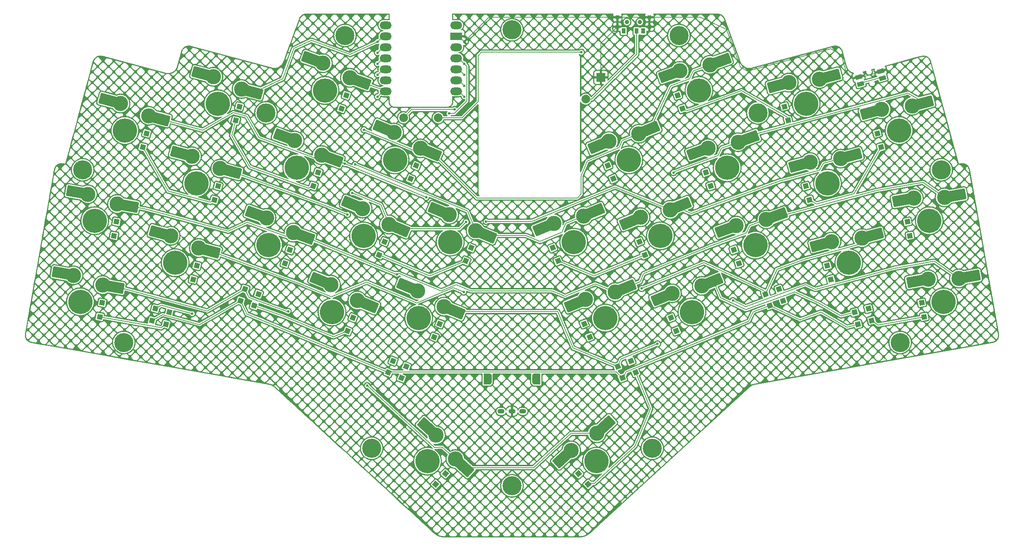
<source format=gbr>
%TF.GenerationSoftware,KiCad,Pcbnew,8.0.7*%
%TF.CreationDate,2025-01-13T21:54:52-07:00*%
%TF.ProjectId,chuck,63687563-6b2e-46b6-9963-61645f706362,v1.1*%
%TF.SameCoordinates,Original*%
%TF.FileFunction,Copper,L2,Bot*%
%TF.FilePolarity,Positive*%
%FSLAX46Y46*%
G04 Gerber Fmt 4.6, Leading zero omitted, Abs format (unit mm)*
G04 Created by KiCad (PCBNEW 8.0.7) date 2025-01-13 21:54:52*
%MOMM*%
%LPD*%
G01*
G04 APERTURE LIST*
G04 Aperture macros list*
%AMRoundRect*
0 Rectangle with rounded corners*
0 $1 Rounding radius*
0 $2 $3 $4 $5 $6 $7 $8 $9 X,Y pos of 4 corners*
0 Add a 4 corners polygon primitive as box body*
4,1,4,$2,$3,$4,$5,$6,$7,$8,$9,$2,$3,0*
0 Add four circle primitives for the rounded corners*
1,1,$1+$1,$2,$3*
1,1,$1+$1,$4,$5*
1,1,$1+$1,$6,$7*
1,1,$1+$1,$8,$9*
0 Add four rect primitives between the rounded corners*
20,1,$1+$1,$2,$3,$4,$5,0*
20,1,$1+$1,$4,$5,$6,$7,0*
20,1,$1+$1,$6,$7,$8,$9,0*
20,1,$1+$1,$8,$9,$2,$3,0*%
%AMRotRect*
0 Rectangle, with rotation*
0 The origin of the aperture is its center*
0 $1 length*
0 $2 width*
0 $3 Rotation angle, in degrees counterclockwise*
0 Add horizontal line*
21,1,$1,$2,0,0,$3*%
%AMOutline5P*
0 Free polygon, 5 corners , with rotation*
0 The origin of the aperture is its center*
0 number of corners: always 5*
0 $1 to $10 corner X, Y*
0 $11 Rotation angle, in degrees counterclockwise*
0 create outline with 5 corners*
4,1,5,$1,$2,$3,$4,$5,$6,$7,$8,$9,$10,$1,$2,$11*%
%AMOutline6P*
0 Free polygon, 6 corners , with rotation*
0 The origin of the aperture is its center*
0 number of corners: always 6*
0 $1 to $12 corner X, Y*
0 $13 Rotation angle, in degrees counterclockwise*
0 create outline with 6 corners*
4,1,6,$1,$2,$3,$4,$5,$6,$7,$8,$9,$10,$11,$12,$1,$2,$13*%
%AMOutline7P*
0 Free polygon, 7 corners , with rotation*
0 The origin of the aperture is its center*
0 number of corners: always 7*
0 $1 to $14 corner X, Y*
0 $15 Rotation angle, in degrees counterclockwise*
0 create outline with 7 corners*
4,1,7,$1,$2,$3,$4,$5,$6,$7,$8,$9,$10,$11,$12,$13,$14,$1,$2,$15*%
%AMOutline8P*
0 Free polygon, 8 corners , with rotation*
0 The origin of the aperture is its center*
0 number of corners: always 8*
0 $1 to $16 corner X, Y*
0 $17 Rotation angle, in degrees counterclockwise*
0 create outline with 8 corners*
4,1,8,$1,$2,$3,$4,$5,$6,$7,$8,$9,$10,$11,$12,$13,$14,$15,$16,$1,$2,$17*%
G04 Aperture macros list end*
%TA.AperFunction,SMDPad,CuDef*%
%ADD10R,0.900000X0.900000*%
%TD*%
%TA.AperFunction,WasherPad*%
%ADD11C,1.000000*%
%TD*%
%TA.AperFunction,ComponentPad*%
%ADD12C,0.600000*%
%TD*%
%TA.AperFunction,SMDPad,CuDef*%
%ADD13R,0.900000X1.250000*%
%TD*%
%TA.AperFunction,ComponentPad*%
%ADD14C,0.700000*%
%TD*%
%TA.AperFunction,ComponentPad*%
%ADD15C,4.400000*%
%TD*%
%TA.AperFunction,SMDPad,CuDef*%
%ADD16C,2.000000*%
%TD*%
%TA.AperFunction,SMDPad,CuDef*%
%ADD17RotRect,1.550000X1.000000X15.000000*%
%TD*%
%TA.AperFunction,ComponentPad*%
%ADD18Outline6P,-1.300000X0.540000X-0.940000X0.900000X0.940000X0.900000X1.300000X0.540000X1.300000X-0.900000X-1.300000X-0.900000X270.000000*%
%TD*%
%TA.AperFunction,ComponentPad*%
%ADD19Outline6P,-1.300000X0.900000X1.300000X0.900000X1.300000X-0.540000X0.940000X-0.900000X-0.940000X-0.900000X-1.300000X-0.540000X270.000000*%
%TD*%
%TA.AperFunction,ComponentPad*%
%ADD20O,1.600000X1.100000*%
%TD*%
%TA.AperFunction,SMDPad,CuDef*%
%ADD21R,2.000000X2.000000*%
%TD*%
%TA.AperFunction,SMDPad,CuDef*%
%ADD22O,2.750000X1.800000*%
%TD*%
%TA.AperFunction,SMDPad,CuDef*%
%ADD23R,2.750000X1.800000*%
%TD*%
%TA.AperFunction,ComponentPad*%
%ADD24C,5.600000*%
%TD*%
%TA.AperFunction,SMDPad,CuDef*%
%ADD25RoundRect,0.250000X1.986482X0.341157X-1.302442X1.538228X-1.986482X-0.341157X1.302442X-1.538228X0*%
%TD*%
%TA.AperFunction,ComponentPad*%
%ADD26C,3.500000*%
%TD*%
%TA.AperFunction,SMDPad,CuDef*%
%ADD27RoundRect,0.250000X1.431551X1.418859X-1.949189X0.512992X-1.431551X-1.418859X1.949189X-0.512992X0*%
%TD*%
%TA.AperFunction,SMDPad,CuDef*%
%ADD28RoundRect,0.250000X1.949189X0.512992X-1.431551X1.418859X-1.949189X-0.512992X1.431551X-1.418859X0*%
%TD*%
%TA.AperFunction,SMDPad,CuDef*%
%ADD29RoundRect,0.250000X1.965826X-0.445006X-0.614645X1.919560X-1.965826X0.445006X0.614645X-1.919560X0*%
%TD*%
%TA.AperFunction,SMDPad,CuDef*%
%ADD30RoundRect,0.250000X1.302442X1.538228X-1.986482X0.341157X-1.302442X-1.538228X1.986482X-0.341157X0*%
%TD*%
%TA.AperFunction,SMDPad,CuDef*%
%ADD31RotRect,1.200000X1.200000X75.000000*%
%TD*%
%TA.AperFunction,SMDPad,CuDef*%
%ADD32RoundRect,0.250000X1.999473X0.254184X-1.234106X1.593576X-1.999473X-0.254184X1.234106X-1.593576X0*%
%TD*%
%TA.AperFunction,SMDPad,CuDef*%
%ADD33RoundRect,0.250000X1.234106X1.593576X-1.999473X0.254184X-1.234106X-1.593576X1.999473X-0.254184X0*%
%TD*%
%TA.AperFunction,SMDPad,CuDef*%
%ADD34RotRect,1.200000X1.200000X47.500000*%
%TD*%
%TA.AperFunction,SMDPad,CuDef*%
%ADD35RotRect,1.200000X1.200000X105.000000*%
%TD*%
%TA.AperFunction,SMDPad,CuDef*%
%ADD36RoundRect,0.250000X1.897062X0.680923X-1.549765X1.288692X-1.897062X-0.680923X1.549765X-1.288692X0*%
%TD*%
%TA.AperFunction,SMDPad,CuDef*%
%ADD37RotRect,1.200000X1.200000X132.500000*%
%TD*%
%TA.AperFunction,SMDPad,CuDef*%
%ADD38RotRect,1.200000X1.200000X345.000000*%
%TD*%
%TA.AperFunction,SMDPad,CuDef*%
%ADD39RotRect,1.200000X1.200000X20.000000*%
%TD*%
%TA.AperFunction,SMDPad,CuDef*%
%ADD40RotRect,1.200000X1.200000X15.000000*%
%TD*%
%TA.AperFunction,SMDPad,CuDef*%
%ADD41RotRect,1.200000X1.200000X67.500000*%
%TD*%
%TA.AperFunction,SMDPad,CuDef*%
%ADD42RotRect,1.200000X1.200000X112.500000*%
%TD*%
%TA.AperFunction,SMDPad,CuDef*%
%ADD43RotRect,1.200000X1.200000X100.000000*%
%TD*%
%TA.AperFunction,SMDPad,CuDef*%
%ADD44RoundRect,0.250000X1.549765X1.288692X-1.897062X0.680923X-1.549765X-1.288692X1.897062X-0.680923X0*%
%TD*%
%TA.AperFunction,SMDPad,CuDef*%
%ADD45RotRect,1.200000X1.200000X110.000000*%
%TD*%
%TA.AperFunction,SMDPad,CuDef*%
%ADD46RotRect,1.200000X1.200000X340.000000*%
%TD*%
%TA.AperFunction,SMDPad,CuDef*%
%ADD47RotRect,1.200000X1.200000X22.500000*%
%TD*%
%TA.AperFunction,SMDPad,CuDef*%
%ADD48RotRect,1.200000X1.200000X70.000000*%
%TD*%
%TA.AperFunction,SMDPad,CuDef*%
%ADD49RotRect,1.200000X1.200000X80.000000*%
%TD*%
%TA.AperFunction,SMDPad,CuDef*%
%ADD50RoundRect,0.250000X0.614645X1.919560X-1.965826X-0.445006X-0.614645X-1.919560X1.965826X0.445006X0*%
%TD*%
%TA.AperFunction,SMDPad,CuDef*%
%ADD51RotRect,1.200000X1.200000X337.500000*%
%TD*%
%TA.AperFunction,ViaPad*%
%ADD52C,0.600000*%
%TD*%
%TA.AperFunction,Conductor*%
%ADD53C,0.200000*%
%TD*%
G04 APERTURE END LIST*
D10*
%TO.P,T1,*%
%TO.N,GND*%
X173443980Y-34265476D03*
X173443980Y-36465474D03*
D11*
%TO.N,*%
X175643978Y-35365474D03*
X178643978Y-35365476D03*
D10*
%TO.N,GND*%
X180843976Y-34265476D03*
X180843976Y-36465474D03*
D12*
%TO.P,T1,1*%
%TO.N,BAT+*%
X174893977Y-37440475D03*
D13*
X174893977Y-37440475D03*
D12*
%TO.P,T1,2*%
%TO.N,RAW*%
X177893980Y-37440478D03*
D13*
X177893980Y-37440478D03*
D12*
%TO.P,T1,3*%
%TO.N,N/C*%
X179393974Y-37440480D03*
D13*
X179393974Y-37440480D03*
%TD*%
D14*
%TO.P,,1*%
%TO.N,N/C*%
X109104195Y-37915300D03*
X109957369Y-36984221D03*
X109159281Y-39176949D03*
X111219018Y-36929135D03*
D15*
X110654689Y-38479629D03*
D14*
X110090360Y-40030123D03*
X112150097Y-37782309D03*
X111352009Y-39975037D03*
X112205183Y-39043958D03*
%TD*%
%TO.P,,1*%
%TO.N,N/C*%
X204285860Y-56894672D03*
X204340944Y-55633021D03*
X205139035Y-57825748D03*
X205272020Y-54779846D03*
D15*
X205836353Y-56330339D03*
D14*
X206400686Y-57880832D03*
X206533671Y-54834930D03*
X207331762Y-57027657D03*
X207386846Y-55766006D03*
%TD*%
%TO.P,,1*%
%TO.N,N/C*%
X236991376Y-109615314D03*
X237264707Y-108382395D03*
X237669909Y-110680395D03*
X238329788Y-107703862D03*
D15*
X238616308Y-109328794D03*
D14*
X238902828Y-110953726D03*
X239562707Y-107977193D03*
X239967909Y-110275193D03*
X240241240Y-109042274D03*
%TD*%
D16*
%TO.P,PAD1,1*%
%TO.N,BAT+*%
X124143973Y-57465478D03*
%TD*%
D12*
%TO.P,B1,1*%
%TO.N,GND*%
X229057995Y-48039719D03*
D17*
X229057995Y-48039719D03*
D12*
X234129101Y-46680919D03*
D17*
X234129101Y-46680919D03*
D12*
%TO.P,B1,2*%
%TO.N,RST*%
X229497991Y-49681793D03*
D17*
X229497991Y-49681793D03*
D12*
X234569097Y-48322993D03*
D17*
X234569097Y-48322993D03*
%TD*%
D14*
%TO.P,,1*%
%TO.N,N/C*%
X147493975Y-142426490D03*
X147977248Y-141259765D03*
X147977248Y-143593215D03*
X149143973Y-140776492D03*
D15*
X149143973Y-142426490D03*
D14*
X149143973Y-144076488D03*
X150310698Y-141259765D03*
X150310698Y-143593215D03*
X150793971Y-142426490D03*
%TD*%
%TO.P,,1*%
%TO.N,N/C*%
X48572758Y-69191724D03*
X48846090Y-70424642D03*
X49251290Y-68126642D03*
X50484208Y-67853310D03*
D15*
X50197690Y-69478242D03*
D14*
X49911172Y-71103174D03*
X51144090Y-70829842D03*
X51549290Y-68531842D03*
X51822622Y-69764760D03*
%TD*%
D18*
%TO.P,ENC1,*%
%TO.N,*%
X143543972Y-117726497D03*
D19*
X154743972Y-117726497D03*
D20*
%TO.P,ENC1,A*%
%TO.N,ENC_A*%
X151643973Y-125226496D03*
%TO.P,ENC1,B*%
%TO.N,ENC_B*%
X146643972Y-125226498D03*
%TO.P,ENC1,C*%
%TO.N,GND*%
X149143969Y-125226495D03*
%TD*%
D16*
%TO.P,PAD2,1*%
%TO.N,RST*%
X132143976Y-57465483D03*
%TD*%
D14*
%TO.P,,1*%
%TO.N,N/C*%
X90901103Y-55766011D03*
X91754277Y-54834932D03*
X90956189Y-57027660D03*
X93015926Y-54779846D03*
D15*
X92451597Y-56330340D03*
D14*
X91887268Y-57880834D03*
X93947005Y-55633020D03*
X93148917Y-57825748D03*
X94002091Y-56894669D03*
%TD*%
%TO.P,,1*%
%TO.N,N/C*%
X58046711Y-109042276D03*
X58320043Y-110275194D03*
X58725243Y-107977194D03*
X59958161Y-107703862D03*
D15*
X59671643Y-109328794D03*
D14*
X59385125Y-110953726D03*
X60618043Y-110680394D03*
X61023243Y-108382394D03*
X61296575Y-109615312D03*
%TD*%
D21*
%TO.P,PAD4,1*%
%TO.N,GND*%
X169643978Y-48165474D03*
%TD*%
D16*
%TO.P,PAD3,1*%
%TO.N,RAW*%
X166143977Y-53165474D03*
%TD*%
D14*
%TO.P,,1*%
%TO.N,N/C*%
X115587843Y-132634783D03*
X116732378Y-132101077D03*
X115155922Y-133821477D03*
X117919072Y-132532998D03*
D15*
X116804350Y-133749505D03*
D14*
X115689628Y-134966012D03*
X118452778Y-133677533D03*
X116876322Y-135397933D03*
X118020857Y-134864227D03*
%TD*%
%TO.P,,1*%
%TO.N,N/C*%
X186082770Y-39043965D03*
X186137854Y-37782314D03*
X186935945Y-39975041D03*
X187068930Y-36929139D03*
D15*
X187633263Y-38479632D03*
D14*
X188197596Y-40030125D03*
X188330581Y-36984223D03*
X189128672Y-39176950D03*
X189183756Y-37915299D03*
%TD*%
%TO.P,,1*%
%TO.N,N/C*%
X147493971Y-37165480D03*
X147977244Y-35998755D03*
X147977244Y-38332205D03*
X149143969Y-35515482D03*
D15*
X149143969Y-37165480D03*
D14*
X149143969Y-38815478D03*
X150310694Y-35998755D03*
X150310694Y-38332205D03*
X150793967Y-37165480D03*
%TD*%
%TO.P,,1*%
%TO.N,N/C*%
X180267097Y-134864220D03*
X179835175Y-133677524D03*
X181411631Y-135397924D03*
X180368879Y-132532990D03*
D15*
X181483603Y-133749496D03*
D14*
X182598327Y-134966002D03*
X181555575Y-132101068D03*
X183132031Y-133821468D03*
X182700109Y-132634772D03*
%TD*%
D22*
%TO.P,MCU1,1*%
%TO.N,N/C*%
X120023972Y-36095484D03*
%TO.P,MCU1,2*%
%TO.N,CP0*%
X120023971Y-38635485D03*
%TO.P,MCU1,3*%
%TO.N,CP1*%
X120023974Y-41175484D03*
%TO.P,MCU1,4*%
%TO.N,CP2*%
X120023976Y-43715489D03*
%TO.P,MCU1,5*%
%TO.N,CP3*%
X120023973Y-46255484D03*
%TO.P,MCU1,6*%
%TO.N,N/C*%
X120023974Y-48795485D03*
%TO.P,MCU1,7*%
%TO.N,CP4*%
X120023974Y-51335484D03*
%TO.P,MCU1,8*%
%TO.N,CP_INT*%
X136263976Y-51335484D03*
%TO.P,MCU1,9*%
%TO.N,ENC_B*%
X136263977Y-48795483D03*
%TO.P,MCU1,10*%
%TO.N,ENC_A*%
X136263974Y-46255484D03*
%TO.P,MCU1,11*%
%TO.N,CP5*%
X136263972Y-43715479D03*
%TO.P,MCU1,12*%
%TO.N,N/C*%
X136263975Y-41175484D03*
D23*
%TO.P,MCU1,13*%
%TO.N,GND*%
X136263974Y-38635483D03*
D22*
%TO.P,MCU1,14*%
%TO.N,N/C*%
X136263974Y-36095484D03*
D12*
%TO.P,MCU1,16*%
%TO.N,CP0*%
X118143974Y-39905487D03*
%TO.P,MCU1,17*%
%TO.N,CP1*%
X118143974Y-42445485D03*
%TO.P,MCU1,18*%
%TO.N,CP2*%
X118143974Y-44985485D03*
%TO.P,MCU1,19*%
%TO.N,CP3*%
X118143973Y-47525481D03*
%TO.P,MCU1,20*%
%TO.N,CP4*%
X118143972Y-52605481D03*
%TO.P,MCU1,22*%
%TO.N,GND*%
X138143975Y-39905487D03*
%TO.P,MCU1,24*%
%TO.N,CP5*%
X138143974Y-44985483D03*
%TO.P,MCU1,25*%
%TO.N,ENC_A*%
X138143974Y-47525481D03*
%TO.P,MCU1,26*%
%TO.N,ENC_B*%
X138143974Y-50065486D03*
%TO.P,MCU1,27*%
%TO.N,CP_INT*%
X138143974Y-52605484D03*
%TD*%
D14*
%TO.P,,1*%
%TO.N,N/C*%
X246465331Y-69764761D03*
X246738662Y-68531842D03*
X247143864Y-70829842D03*
X247803743Y-67853309D03*
D15*
X248090263Y-69478241D03*
D14*
X248376783Y-71103173D03*
X249036662Y-68126640D03*
X249441864Y-70424640D03*
X249715195Y-69191721D03*
%TD*%
D24*
%TO.P,S7,*%
%TO.N,*%
X93040647Y-86873802D03*
D25*
%TO.P,S7,1*%
%TO.N,CP2*%
X101554881Y-84971095D03*
D26*
X98782790Y-83962133D03*
%TO.P,S7,2*%
%TO.N,middle_bottom*%
X92564062Y-80581315D03*
D25*
X89791969Y-79572358D03*
%TD*%
D24*
%TO.P,S20,*%
%TO.N,*%
X216957652Y-54230647D03*
D27*
%TO.P,S20,1*%
%TO.N,CP0*%
X222840760Y-47788476D03*
D26*
X219991275Y-48551993D03*
%TO.P,S20,2*%
%TO.N,mirror_ring_top*%
X212958033Y-49349502D03*
D27*
X210108555Y-50113018D03*
%TD*%
D24*
%TO.P,S4,*%
%TO.N,*%
X71495175Y-90935831D03*
D28*
%TO.P,S4,1*%
%TO.N,CP4*%
X79811175Y-88298300D03*
D26*
X76961699Y-87534784D03*
%TO.P,S4,2*%
%TO.N,ring_bottom*%
X70471977Y-84708825D03*
D28*
X67622497Y-83945312D03*
%TD*%
D24*
%TO.P,S29,*%
%TO.N,*%
X129674370Y-136726488D03*
D29*
%TO.P,S29,1*%
%TO.N,CP5*%
X138268632Y-138226873D03*
D26*
X136093664Y-136233882D03*
%TO.P,S29,2*%
%TO.N,thumb_spot*%
X131642095Y-130730612D03*
D29*
X129467123Y-128737618D03*
%TD*%
D24*
%TO.P,S22,*%
%TO.N,*%
X198748921Y-69019638D03*
D30*
%TO.P,S22,1*%
%TO.N,CP3*%
X204048169Y-62089235D03*
D26*
X201276073Y-63098195D03*
%TO.P,S22,2*%
%TO.N,mirror_middle_home*%
X194339103Y-64505659D03*
D30*
X191567011Y-65514612D03*
%TD*%
D12*
%TO.P,SW3,1*%
%TO.N,D_CP0*%
X64065337Y-64255564D03*
D31*
X64065337Y-64255564D03*
D12*
%TO.P,SW3,2*%
%TO.N,pinky_top*%
X64919437Y-61068008D03*
D31*
X64919437Y-61068008D03*
%TD*%
D24*
%TO.P,S21,*%
%TO.N,*%
X205247301Y-86873798D03*
D30*
%TO.P,S21,1*%
%TO.N,CP2*%
X210546549Y-79943395D03*
D26*
X207774453Y-80952355D03*
%TO.P,S21,2*%
%TO.N,mirror_middle_bottom*%
X200837483Y-82359819D03*
D30*
X198065391Y-83368772D03*
%TD*%
D24*
%TO.P,S10,*%
%TO.N,*%
X107645618Y-102299260D03*
D32*
%TO.P,S10,1*%
%TO.N,CP5*%
X116234743Y-100769750D03*
D26*
X113509299Y-99640834D03*
%TO.P,S10,2*%
%TO.N,index_bottom*%
X107443962Y-95991975D03*
D32*
X104718516Y-94863060D03*
%TD*%
D24*
%TO.P,S25,*%
%TO.N,*%
X183371344Y-84745555D03*
D33*
%TO.P,S25,1*%
%TO.N,CP0*%
X188363244Y-77590599D03*
D26*
X185637800Y-78719515D03*
%TO.P,S25,2*%
%TO.N,mirror_index_home*%
X178768824Y-80428226D03*
D33*
X176043381Y-81557142D03*
%TD*%
D12*
%TO.P,SW15,1*%
%TO.N,D_CP2*%
X131570451Y-142058227D03*
D34*
X131570451Y-142058227D03*
D12*
%TO.P,SW15,2*%
%TO.N,thumb_spot*%
X133799895Y-139625213D03*
D34*
X133799895Y-139625213D03*
%TD*%
D12*
%TO.P,SW18,1*%
%TO.N,D_CP5*%
X234222615Y-64255562D03*
D35*
X234222615Y-64255562D03*
D12*
%TO.P,SW18,2*%
%TO.N,mirror_pinky_top*%
X233368513Y-61068008D03*
D35*
X233368513Y-61068008D03*
%TD*%
D24*
%TO.P,S24,*%
%TO.N,*%
X190642334Y-102299261D03*
D33*
%TO.P,S24,1*%
%TO.N,CP5*%
X195634234Y-95144305D03*
D26*
X192908790Y-96273221D03*
%TO.P,S24,2*%
%TO.N,mirror_index_bottom*%
X186039814Y-97981932D03*
D33*
X183314371Y-99110848D03*
%TD*%
D24*
%TO.P,S1,*%
%TO.N,*%
X49648714Y-99945781D03*
D36*
%TO.P,S1,1*%
%TO.N,CP1*%
X57703194Y-96593501D03*
D26*
X54798011Y-96081238D03*
%TO.P,S1,2*%
%TO.N,pinky_bottom*%
X48086691Y-93831648D03*
D36*
X45181505Y-93319389D03*
%TD*%
D12*
%TO.P,SW30,1*%
%TO.N,D_CP3*%
X166717511Y-142058217D03*
D37*
X166717511Y-142058217D03*
D12*
%TO.P,SW30,2*%
%TO.N,mirror_thumb_spot*%
X164488063Y-139625205D03*
D37*
X164488063Y-139625205D03*
%TD*%
D24*
%TO.P,S6,*%
%TO.N,*%
X81330303Y-54230652D03*
D28*
%TO.P,S6,1*%
%TO.N,CP0*%
X89646303Y-51593121D03*
D26*
X86796827Y-50829605D03*
%TO.P,S6,2*%
%TO.N,ring_top*%
X80307105Y-48003646D03*
D28*
X77457625Y-47240133D03*
%TD*%
D12*
%TO.P,D1,1*%
%TO.N,CP0*%
X66950854Y-101520338D03*
D38*
X66950854Y-101520338D03*
D12*
%TO.P,D1,2*%
%TO.N,D_CP0*%
X70138410Y-102374438D03*
D38*
X70138410Y-102374438D03*
%TD*%
D24*
%TO.P,S13,*%
%TO.N,*%
X127622996Y-103719014D03*
D32*
%TO.P,S13,1*%
%TO.N,CP3*%
X136212121Y-102189504D03*
D26*
X133486677Y-101060588D03*
%TO.P,S13,2*%
%TO.N,inner_bottom*%
X127421340Y-97411729D03*
D32*
X124695894Y-96282814D03*
%TD*%
D12*
%TO.P,D5,1*%
%TO.N,CP4*%
X207595839Y-98150632D03*
D39*
X207595839Y-98150632D03*
D12*
%TO.P,D5,2*%
%TO.N,D_CP4*%
X210696825Y-97021966D03*
D39*
X210696825Y-97021966D03*
%TD*%
D12*
%TO.P,I4,1*%
%TO.N,CP_INT*%
X228887167Y-105127329D03*
D40*
X228887167Y-105127329D03*
D12*
%TO.P,I4,2*%
%TO.N,D_CP5*%
X232074721Y-104273227D03*
D40*
X232074721Y-104273227D03*
%TD*%
D12*
%TO.P,SW14,1*%
%TO.N,D_CP2*%
X138499257Y-90526996D03*
D41*
X138499257Y-90526996D03*
D12*
%TO.P,SW14,2*%
%TO.N,inner_home*%
X139762113Y-87478194D03*
D41*
X139762113Y-87478194D03*
%TD*%
D12*
%TO.P,SW28,1*%
%TO.N,D_CP3*%
X167059678Y-108080713D03*
D42*
X167059678Y-108080713D03*
D12*
%TO.P,SW28,2*%
%TO.N,mirror_inner_bottom*%
X165796820Y-105031911D03*
D42*
X165796820Y-105031911D03*
%TD*%
D12*
%TO.P,SW6,1*%
%TO.N,D_CP1*%
X85474061Y-58084449D03*
D31*
X85474061Y-58084449D03*
D12*
%TO.P,SW6,2*%
%TO.N,ring_top*%
X86328161Y-54896893D03*
D31*
X86328161Y-54896893D03*
%TD*%
D24*
%TO.P,S11,*%
%TO.N,*%
X114916601Y-84745547D03*
D32*
%TO.P,S11,1*%
%TO.N,CP0*%
X123505726Y-83216037D03*
D26*
X120780282Y-82087121D03*
%TO.P,S11,2*%
%TO.N,index_home*%
X114714945Y-78438262D03*
D32*
X111989499Y-77309347D03*
%TD*%
D24*
%TO.P,S28,*%
%TO.N,*%
X163393982Y-86165297D03*
D33*
%TO.P,S28,1*%
%TO.N,CP4*%
X168385882Y-79010341D03*
D26*
X165660438Y-80139257D03*
%TO.P,S28,2*%
%TO.N,mirror_inner_home*%
X158791462Y-81847968D03*
D33*
X156066019Y-82976884D03*
%TD*%
D12*
%TO.P,SW27,1*%
%TO.N,D_CP3*%
X172495079Y-71553537D03*
D42*
X172495079Y-71553537D03*
D12*
%TO.P,SW27,2*%
%TO.N,mirror_index_top*%
X171232221Y-68504735D03*
D42*
X171232221Y-68504735D03*
%TD*%
D12*
%TO.P,SW16,1*%
%TO.N,D_CP5*%
X244175364Y-103423766D03*
D43*
X244175364Y-103423766D03*
D12*
%TO.P,SW16,2*%
%TO.N,mirror_pinky_bottom*%
X243602324Y-100173902D03*
D43*
X243602324Y-100173902D03*
%TD*%
D24*
%TO.P,S15,*%
%TO.N,*%
X248639238Y-99945776D03*
D44*
%TO.P,S15,1*%
%TO.N,CP1*%
X255061428Y-94040863D03*
D26*
X252156244Y-94553129D03*
%TO.P,S15,2*%
%TO.N,mirror_pinky_bottom*%
X245080260Y-94734616D03*
D44*
X242175078Y-95246877D03*
%TD*%
D12*
%TO.P,SW24,1*%
%TO.N,D_CP4*%
X188458433Y-55365772D03*
D45*
X188458433Y-55365772D03*
D12*
%TO.P,SW24,2*%
%TO.N,mirror_middle_top*%
X187329767Y-52264786D03*
D45*
X187329767Y-52264786D03*
%TD*%
D24*
%TO.P,S14,*%
%TO.N,*%
X134893976Y-86165296D03*
D32*
%TO.P,S14,1*%
%TO.N,CP4*%
X143483101Y-84635786D03*
D26*
X140757657Y-83506870D03*
%TO.P,S14,2*%
%TO.N,inner_home*%
X134692320Y-79858011D03*
D32*
X131966874Y-78729096D03*
%TD*%
D12*
%TO.P,I1,1*%
%TO.N,CP_INT*%
X66213227Y-104273220D03*
D38*
X66213227Y-104273220D03*
D12*
%TO.P,I1,2*%
%TO.N,D_CP0*%
X69400783Y-105127320D03*
D38*
X69400783Y-105127320D03*
%TD*%
D24*
%TO.P,S12,*%
%TO.N,*%
X122187591Y-67191846D03*
D32*
%TO.P,S12,1*%
%TO.N,CP1*%
X130776716Y-65662336D03*
D26*
X128051272Y-64533420D03*
%TO.P,S12,2*%
%TO.N,index_top*%
X121985935Y-60884561D03*
D32*
X119260489Y-59755646D03*
%TD*%
D12*
%TO.P,I2,1*%
%TO.N,CP_INT*%
X86616366Y-99700088D03*
D46*
X86616366Y-99700088D03*
D12*
%TO.P,I2,2*%
%TO.N,D_CP1*%
X89717354Y-100828746D03*
D46*
X89717354Y-100828746D03*
%TD*%
D12*
%TO.P,SW26,1*%
%TO.N,D_CP3*%
X179766061Y-89107254D03*
D42*
X179766061Y-89107254D03*
D12*
%TO.P,SW26,2*%
%TO.N,mirror_index_home*%
X178503203Y-86058452D03*
D42*
X178503203Y-86058452D03*
%TD*%
D12*
%TO.P,I6,1*%
%TO.N,CP_INT*%
X174593796Y-117515721D03*
D47*
X174593796Y-117515721D03*
D12*
%TO.P,I6,2*%
%TO.N,D_CP3*%
X177642598Y-116252863D03*
D47*
X177642598Y-116252863D03*
%TD*%
D12*
%TO.P,SW19,1*%
%TO.N,D_CP5*%
X222649013Y-94789632D03*
D35*
X222649013Y-94789632D03*
D12*
%TO.P,SW19,2*%
%TO.N,mirror_ring_bottom*%
X221794911Y-91602078D03*
D35*
X221794911Y-91602078D03*
%TD*%
D12*
%TO.P,SW5,1*%
%TO.N,D_CP0*%
X80556491Y-76437039D03*
D31*
X80556491Y-76437039D03*
D12*
%TO.P,SW5,2*%
%TO.N,ring_home*%
X81410591Y-73249483D03*
D31*
X81410591Y-73249483D03*
%TD*%
D12*
%TO.P,D4,1*%
%TO.N,CP5*%
X228149538Y-102374435D03*
D40*
X228149538Y-102374435D03*
D12*
%TO.P,D4,2*%
%TO.N,D_CP5*%
X231337092Y-101520333D03*
D40*
X231337092Y-101520333D03*
%TD*%
D12*
%TO.P,SW17,1*%
%TO.N,D_CP5*%
X240876047Y-84712409D03*
D43*
X240876047Y-84712409D03*
D12*
%TO.P,SW17,2*%
%TO.N,mirror_pinky_home*%
X240303007Y-81462545D03*
D43*
X240303007Y-81462545D03*
%TD*%
D12*
%TO.P,SW20,1*%
%TO.N,D_CP5*%
X217731456Y-76437038D03*
D35*
X217731456Y-76437038D03*
D12*
%TO.P,SW20,2*%
%TO.N,mirror_ring_home*%
X216877354Y-73249484D03*
D35*
X216877354Y-73249484D03*
%TD*%
D12*
%TO.P,SW22,1*%
%TO.N,D_CP4*%
X201455196Y-91074084D03*
D45*
X201455196Y-91074084D03*
D12*
%TO.P,SW22,2*%
%TO.N,mirror_middle_bottom*%
X200326530Y-87973098D03*
D45*
X200326530Y-87973098D03*
%TD*%
D24*
%TO.P,S23,*%
%TO.N,*%
X192250537Y-51165486D03*
D30*
%TO.P,S23,1*%
%TO.N,CP1*%
X197549785Y-44235083D03*
D26*
X194777689Y-45244043D03*
%TO.P,S23,2*%
%TO.N,mirror_middle_top*%
X187840719Y-46651507D03*
D30*
X185068627Y-47660460D03*
%TD*%
D24*
%TO.P,S16,*%
%TO.N,*%
X245339924Y-81234434D03*
D44*
%TO.P,S16,1*%
%TO.N,CP2*%
X251762114Y-75329521D03*
D26*
X248856930Y-75841787D03*
%TO.P,S16,2*%
%TO.N,mirror_pinky_home*%
X241780946Y-76023274D03*
D44*
X238875764Y-76535535D03*
%TD*%
D24*
%TO.P,S9,*%
%TO.N,*%
X106037420Y-51165480D03*
D25*
%TO.P,S9,1*%
%TO.N,CP4*%
X114551654Y-49262773D03*
D26*
X111779563Y-48253811D03*
%TO.P,S9,2*%
%TO.N,middle_top*%
X105560835Y-44872993D03*
D25*
X102788742Y-43864036D03*
%TD*%
D12*
%TO.P,SW7,1*%
%TO.N,D_CP1*%
X96832763Y-91074086D03*
D48*
X96832763Y-91074086D03*
D12*
%TO.P,SW7,2*%
%TO.N,middle_bottom*%
X97961421Y-87973098D03*
D48*
X97961421Y-87973098D03*
%TD*%
D12*
%TO.P,SW4,1*%
%TO.N,D_CP0*%
X75638933Y-94789631D03*
D31*
X75638933Y-94789631D03*
D12*
%TO.P,SW4,2*%
%TO.N,ring_bottom*%
X76493033Y-91602075D03*
D31*
X76493033Y-91602075D03*
%TD*%
D12*
%TO.P,SW2,1*%
%TO.N,D_CP0*%
X57411907Y-84712417D03*
D49*
X57411907Y-84712417D03*
D12*
%TO.P,SW2,2*%
%TO.N,pinky_home*%
X57984943Y-81462553D03*
D49*
X57984943Y-81462553D03*
%TD*%
D12*
%TO.P,SW25,1*%
%TO.N,D_CP4*%
X187037048Y-106660960D03*
D42*
X187037048Y-106660960D03*
D12*
%TO.P,SW25,2*%
%TO.N,mirror_index_bottom*%
X185774190Y-103612158D03*
D42*
X185774190Y-103612158D03*
%TD*%
D24*
%TO.P,S2,*%
%TO.N,*%
X52948039Y-81234431D03*
D36*
%TO.P,S2,1*%
%TO.N,CP2*%
X61002519Y-77882151D03*
D26*
X58097336Y-77369888D03*
%TO.P,S2,2*%
%TO.N,pinky_home*%
X51386016Y-75120298D03*
D36*
X48480830Y-74608039D03*
%TD*%
D24*
%TO.P,S30,*%
%TO.N,*%
X168613580Y-136726489D03*
D50*
%TO.P,S30,1*%
%TO.N,CP5*%
X170857299Y-128295696D03*
D26*
X168682327Y-130288688D03*
%TO.P,S30,2*%
%TO.N,mirror_thumb_spot*%
X162812014Y-134243681D03*
D50*
X160637048Y-136236671D03*
%TD*%
D12*
%TO.P,SW8,1*%
%TO.N,D_CP1*%
X103331147Y-73219926D03*
D48*
X103331147Y-73219926D03*
D12*
%TO.P,SW8,2*%
%TO.N,middle_home*%
X104459805Y-70118938D03*
D48*
X104459805Y-70118938D03*
%TD*%
D24*
%TO.P,S27,*%
%TO.N,*%
X170664954Y-103719011D03*
D33*
%TO.P,S27,1*%
%TO.N,CP2*%
X175656854Y-96564055D03*
D26*
X172931410Y-97692971D03*
%TO.P,S27,2*%
%TO.N,mirror_inner_bottom*%
X166062434Y-99401682D03*
D33*
X163336991Y-100530598D03*
%TD*%
D12*
%TO.P,D2,1*%
%TO.N,CP1*%
X87591125Y-97021973D03*
D46*
X87591125Y-97021973D03*
D12*
%TO.P,D2,2*%
%TO.N,D_CP1*%
X90692113Y-98150631D03*
D46*
X90692113Y-98150631D03*
%TD*%
D12*
%TO.P,SW11,1*%
%TO.N,D_CP2*%
X118521890Y-89107247D03*
D41*
X118521890Y-89107247D03*
D12*
%TO.P,SW11,2*%
%TO.N,index_home*%
X119784746Y-86058445D03*
D41*
X119784746Y-86058445D03*
%TD*%
D12*
%TO.P,I3,1*%
%TO.N,CP_INT*%
X120645352Y-116252864D03*
D51*
X120645352Y-116252864D03*
D12*
%TO.P,I3,2*%
%TO.N,D_CP2*%
X123694154Y-117515720D03*
D51*
X123694154Y-117515720D03*
%TD*%
D24*
%TO.P,S5,*%
%TO.N,*%
X76412736Y-72583238D03*
D28*
%TO.P,S5,1*%
%TO.N,CP5*%
X84728736Y-69945707D03*
D26*
X81879260Y-69182191D03*
%TO.P,S5,2*%
%TO.N,ring_home*%
X75389538Y-66356232D03*
D28*
X72540058Y-65592719D03*
%TD*%
D12*
%TO.P,D6,1*%
%TO.N,CP3*%
X173503148Y-114882664D03*
D47*
X173503148Y-114882664D03*
D12*
%TO.P,D6,2*%
%TO.N,D_CP3*%
X176551950Y-113619806D03*
D47*
X176551950Y-113619806D03*
%TD*%
D12*
%TO.P,SW29,1*%
%TO.N,D_CP3*%
X159788687Y-90527001D03*
D42*
X159788687Y-90527001D03*
D12*
%TO.P,SW29,2*%
%TO.N,mirror_inner_home*%
X158525829Y-87478199D03*
D42*
X158525829Y-87478199D03*
%TD*%
D24*
%TO.P,S26,*%
%TO.N,*%
X176100366Y-67191841D03*
D33*
%TO.P,S26,1*%
%TO.N,CP1*%
X181092266Y-60036885D03*
D26*
X178366822Y-61165801D03*
%TO.P,S26,2*%
%TO.N,mirror_index_top*%
X171497846Y-62874512D03*
D33*
X168772403Y-64003428D03*
%TD*%
D24*
%TO.P,S19,*%
%TO.N,*%
X221875213Y-72583242D03*
D27*
%TO.P,S19,1*%
%TO.N,CP0*%
X227758321Y-66141071D03*
D26*
X224908836Y-66904588D03*
%TO.P,S19,2*%
%TO.N,mirror_ring_home*%
X217875594Y-67702097D03*
D27*
X215026116Y-68465613D03*
%TD*%
D12*
%TO.P,I5,1*%
%TO.N,CP_INT*%
X208570596Y-100828753D03*
D39*
X208570596Y-100828753D03*
D12*
%TO.P,I5,2*%
%TO.N,D_CP4*%
X211671582Y-99700087D03*
D39*
X211671582Y-99700087D03*
%TD*%
D24*
%TO.P,S8,*%
%TO.N,*%
X99539030Y-69019635D03*
D25*
%TO.P,S8,1*%
%TO.N,CP3*%
X108053264Y-67116928D03*
D26*
X105281173Y-66107966D03*
%TO.P,S8,2*%
%TO.N,middle_home*%
X99062445Y-62727148D03*
D25*
X96290352Y-61718191D03*
%TD*%
D12*
%TO.P,SW1,1*%
%TO.N,D_CP0*%
X54112587Y-103423761D03*
D49*
X54112587Y-103423761D03*
D12*
%TO.P,SW1,2*%
%TO.N,pinky_bottom*%
X54685623Y-100173897D03*
D49*
X54685623Y-100173897D03*
%TD*%
D12*
%TO.P,D3,1*%
%TO.N,CP2*%
X121736003Y-113619808D03*
D51*
X121736003Y-113619808D03*
D12*
%TO.P,D3,2*%
%TO.N,D_CP2*%
X124784805Y-114882664D03*
D51*
X124784805Y-114882664D03*
%TD*%
D24*
%TO.P,S18,*%
%TO.N,*%
X226792778Y-90935835D03*
D27*
%TO.P,S18,1*%
%TO.N,CP4*%
X232675886Y-84493664D03*
D26*
X229826401Y-85257181D03*
%TO.P,S18,2*%
%TO.N,mirror_ring_bottom*%
X222793159Y-86054690D03*
D27*
X219943681Y-86818206D03*
%TD*%
D12*
%TO.P,SW21,1*%
%TO.N,D_CP4*%
X212813899Y-58084446D03*
D35*
X212813899Y-58084446D03*
D12*
%TO.P,SW21,2*%
%TO.N,mirror_ring_top*%
X211959797Y-54896892D03*
D35*
X211959797Y-54896892D03*
%TD*%
D24*
%TO.P,S17,*%
%TO.N,*%
X238366368Y-60401761D03*
D27*
%TO.P,S17,1*%
%TO.N,CP3*%
X244249476Y-53959590D03*
D26*
X241399991Y-54723107D03*
%TO.P,S17,2*%
%TO.N,mirror_pinky_top*%
X234366749Y-55520616D03*
D27*
X231517271Y-56284132D03*
%TD*%
D12*
%TO.P,SW9,1*%
%TO.N,D_CP1*%
X109829524Y-55365771D03*
D48*
X109829524Y-55365771D03*
D12*
%TO.P,SW9,2*%
%TO.N,middle_top*%
X110958182Y-52264783D03*
D48*
X110958182Y-52264783D03*
%TD*%
D12*
%TO.P,SW10,1*%
%TO.N,D_CP1*%
X111250899Y-106660959D03*
D41*
X111250899Y-106660959D03*
D12*
%TO.P,SW10,2*%
%TO.N,index_bottom*%
X112513755Y-103612157D03*
D41*
X112513755Y-103612157D03*
%TD*%
D12*
%TO.P,SW23,1*%
%TO.N,D_CP4*%
X194956814Y-73219926D03*
D45*
X194956814Y-73219926D03*
D12*
%TO.P,SW23,2*%
%TO.N,mirror_middle_home*%
X193828148Y-70118940D03*
D45*
X193828148Y-70118940D03*
%TD*%
D12*
%TO.P,SW13,1*%
%TO.N,D_CP2*%
X131228280Y-108080703D03*
D41*
X131228280Y-108080703D03*
D12*
%TO.P,SW13,2*%
%TO.N,inner_bottom*%
X132491136Y-105031901D03*
D41*
X132491136Y-105031901D03*
%TD*%
D24*
%TO.P,S3,*%
%TO.N,*%
X59921582Y-60401769D03*
D28*
%TO.P,S3,1*%
%TO.N,CP3*%
X68237582Y-57764238D03*
D26*
X65388106Y-57000722D03*
%TO.P,S3,2*%
%TO.N,pinky_top*%
X58898384Y-54174763D03*
D28*
X56048904Y-53411250D03*
%TD*%
D12*
%TO.P,SW12,1*%
%TO.N,D_CP2*%
X125792876Y-71553540D03*
D41*
X125792876Y-71553540D03*
D12*
%TO.P,SW12,2*%
%TO.N,index_top*%
X127055732Y-68504738D03*
D41*
X127055732Y-68504738D03*
%TD*%
D52*
%TO.N,CP1*%
X115034049Y-60223895D03*
X97548756Y-102137660D03*
X200080057Y-99663585D03*
%TO.N,CP2*%
X122630923Y-93585167D03*
X101554888Y-84971101D03*
%TO.N,CP3*%
X182708482Y-109642430D03*
X110613015Y-68072212D03*
X186368063Y-70134614D03*
X129403174Y-75855346D03*
%TO.N,CP4*%
X138029169Y-97685690D03*
X179037480Y-96860164D03*
X112982940Y-68261101D03*
%TO.N,CP5*%
X111248164Y-79778185D03*
X134633631Y-56481757D03*
X115758974Y-119309253D03*
%TO.N,CP0*%
X112327406Y-74808639D03*
X143174249Y-81395359D03*
X75442184Y-102671756D03*
X138574252Y-81495362D03*
%TO.N,BAT+*%
X135948718Y-55545780D03*
%TO.N,RST*%
X165148717Y-42345788D03*
%TD*%
D53*
%TO.N,CP1*%
X165058616Y-75093216D02*
X165058619Y-70951574D01*
X78876590Y-102053309D02*
X60034379Y-97004549D01*
X120023968Y-41175480D02*
X119413978Y-41175476D01*
X130776714Y-65662336D02*
X141081913Y-75967536D01*
X246488232Y-90584345D02*
X237127576Y-92234886D01*
X173910880Y-64362387D02*
X166519845Y-67423857D01*
X126744708Y-65074606D02*
X115034049Y-60223895D01*
X252156239Y-94553129D02*
X246488232Y-90584345D01*
X219060251Y-97076008D02*
X216804339Y-96024056D01*
X237127576Y-92234886D02*
X219060251Y-97076008D01*
X165058619Y-70951574D02*
X166519845Y-67423857D01*
X141081913Y-75967536D02*
X164184298Y-75967534D01*
X178366819Y-61165802D02*
X174586320Y-62731733D01*
X164184298Y-75967534D02*
X165058616Y-75093216D01*
X216804339Y-96024056D02*
X203027997Y-101038232D01*
X57703198Y-96593502D02*
X60034379Y-97004549D01*
X88500898Y-98972970D02*
X97343323Y-102191342D01*
X190072604Y-48500852D02*
X185735503Y-50079425D01*
X194777682Y-45244042D02*
X190939925Y-46640871D01*
X87591122Y-97021966D02*
X78876590Y-102053309D01*
X174586320Y-62731733D02*
X173910880Y-64362387D01*
X128051272Y-64533419D02*
X126744708Y-65074606D01*
X190939925Y-46640871D02*
X190072604Y-48500852D01*
X203027997Y-101038232D02*
X200080057Y-99663585D01*
X87591122Y-97021966D02*
X88500898Y-98972970D01*
X119413978Y-41175476D02*
X118143978Y-42445482D01*
X185735503Y-50079425D02*
X181092261Y-60036885D01*
%TO.N,GND*%
X225080754Y-42988939D02*
X222631263Y-41574728D01*
X203409338Y-46725223D02*
X201817173Y-45805985D01*
X201817173Y-45805985D02*
X198625507Y-37036965D01*
X143783973Y-34265481D02*
X173443981Y-34265476D01*
X229057997Y-48039725D02*
X229307845Y-48183974D01*
X169643979Y-40265476D02*
X173443976Y-36465478D01*
X180843971Y-34265478D02*
X180843976Y-36465480D01*
X136873979Y-38635479D02*
X138143969Y-39905486D01*
X138143969Y-39905486D02*
X143783973Y-34265481D01*
X226271327Y-47432199D02*
X225080754Y-42988939D01*
X173443981Y-34265476D02*
X180843971Y-34265478D01*
X192739763Y-34265478D02*
X192790207Y-34315922D01*
X198625507Y-37036965D02*
X192790207Y-34315922D01*
X229057997Y-48039725D02*
X227873371Y-48357137D01*
X229307845Y-48183974D02*
X233984856Y-46930773D01*
X233984856Y-46930773D02*
X234129109Y-46680921D01*
X173443981Y-34265476D02*
X173443976Y-36465478D01*
X227873371Y-48357137D02*
X226271327Y-47432199D01*
X136263974Y-38635479D02*
X136873979Y-38635479D01*
X180843979Y-34265476D02*
X192739763Y-34265478D01*
X169643978Y-48165474D02*
X169643979Y-40265476D01*
X222631263Y-41574728D02*
X203409338Y-46725223D01*
%TO.N,CP2*%
X139703571Y-97422274D02*
X139674251Y-97392956D01*
X61002509Y-77882156D02*
X64416987Y-78484218D01*
X175656861Y-96564056D02*
X178697672Y-95304507D01*
X83727843Y-83651782D02*
X88130875Y-81598614D01*
X172931413Y-97692974D02*
X168334115Y-95788713D01*
X122491002Y-93643121D02*
X122630923Y-93585167D01*
X101554887Y-84971097D02*
X122491002Y-93643121D01*
X120023976Y-43715479D02*
X119413975Y-43715474D01*
X123085519Y-93396866D02*
X132817957Y-97428172D01*
X203129133Y-84080996D02*
X203936689Y-82349190D01*
X122630923Y-93585167D02*
X123085519Y-93396866D01*
X210989107Y-80198904D02*
X210546549Y-79943395D01*
X179459484Y-93465336D02*
X194770796Y-87123186D01*
X203936689Y-82349190D02*
X207774457Y-80952356D01*
X243883988Y-72359698D02*
X233243086Y-74235976D01*
X119413975Y-43715474D02*
X118143973Y-44985483D01*
X233243086Y-74235976D02*
X210989107Y-80198904D01*
X96959957Y-84812136D02*
X98782787Y-83962136D01*
X194770796Y-87123186D02*
X203129133Y-84080996D01*
X88130875Y-81598614D02*
X96959957Y-84812136D01*
X248856932Y-75841789D02*
X243883988Y-72359698D01*
X162124345Y-98360878D02*
X161385243Y-98667032D01*
X136288612Y-95990572D02*
X139674251Y-97392956D01*
X132817957Y-97428172D02*
X136288612Y-95990572D01*
X64416987Y-78484218D02*
X83725598Y-83657944D01*
X168334115Y-95788713D02*
X162124345Y-98360878D01*
X178697672Y-95304507D02*
X179459484Y-93465336D01*
X158380145Y-97422276D02*
X139703571Y-97422274D01*
X83725598Y-83657944D02*
X83727843Y-83651782D01*
X161385243Y-98667032D02*
X158380145Y-97422276D01*
%TO.N,CP3*%
X136212119Y-102189500D02*
X156789114Y-102189501D01*
X244249479Y-53959590D02*
X240452767Y-51767565D01*
X186411178Y-70030531D02*
X186368063Y-70134614D01*
X110143160Y-67901203D02*
X110129906Y-67872774D01*
X161767457Y-107167842D02*
X159715810Y-102214734D01*
X204435498Y-61418363D02*
X204048165Y-62089238D01*
X163183392Y-110586197D02*
X161767457Y-107167842D01*
X197438311Y-64495032D02*
X196630755Y-66226833D01*
X182708482Y-109642430D02*
X174216784Y-113159808D01*
X188084473Y-69337427D02*
X186411178Y-70030531D01*
X120023978Y-46255484D02*
X119413977Y-46255483D01*
X110613015Y-68072212D02*
X129403174Y-75855346D01*
X77862912Y-60343328D02*
X84889697Y-56286418D01*
X159715810Y-102214734D02*
X159654890Y-102189500D01*
X201276073Y-63098198D02*
X197438311Y-64495032D01*
X119413977Y-46255483D02*
X118143982Y-47525483D01*
X110129906Y-67872774D02*
X108053271Y-67116934D01*
X173503156Y-114882665D02*
X173492213Y-114856255D01*
X110613015Y-68072212D02*
X110143160Y-67901203D01*
X240452767Y-51767565D02*
X204435498Y-61418363D01*
X84889697Y-56286418D02*
X87980660Y-57114632D01*
X156789114Y-102189501D02*
X159654890Y-102189500D01*
X68237584Y-57764234D02*
X77862912Y-60343328D01*
X196630755Y-66226833D02*
X188084473Y-69337427D01*
X103810079Y-66793954D02*
X105281175Y-66107976D01*
X174216784Y-113159808D02*
X173503156Y-114882665D01*
X173492213Y-114856255D02*
X163183392Y-110586197D01*
X87980660Y-57114632D02*
X90844436Y-62074853D01*
X90844436Y-62074853D02*
X103810079Y-66793954D01*
%TO.N,CP4*%
X207595840Y-98150634D02*
X207322228Y-97398878D01*
X127199729Y-100188276D02*
X135629767Y-96696442D01*
X165660433Y-80139264D02*
X161541177Y-81845511D01*
X79811174Y-88298302D02*
X99906856Y-95612521D01*
X112714172Y-96621308D02*
X115651237Y-95404731D01*
X119978517Y-51237987D02*
X120023979Y-51335488D01*
X107528216Y-98769400D02*
X112714172Y-96621308D01*
X207595840Y-98150634D02*
X210272454Y-92410613D01*
X114551653Y-49262767D02*
X119978517Y-51237987D01*
X120023983Y-51335488D02*
X119413976Y-51335474D01*
X161541177Y-81845511D02*
X160685341Y-83911678D01*
X210272454Y-92410613D02*
X216795438Y-90036443D01*
X193417134Y-90914829D02*
X193199926Y-90993889D01*
X152987891Y-84926847D02*
X152285206Y-84635785D01*
X193199926Y-90993889D02*
X179037480Y-96860164D01*
X229826402Y-85257184D02*
X228946939Y-86780461D01*
X155604002Y-86016442D02*
X152990876Y-84934050D01*
X160685341Y-83911678D02*
X155604002Y-86016442D01*
X138023599Y-97687998D02*
X138029169Y-97685690D01*
X119413976Y-51335474D02*
X118143974Y-52605479D01*
X115651237Y-95404731D02*
X127199729Y-100188276D01*
X135629767Y-96696442D02*
X138023599Y-97687998D01*
X99906856Y-95612521D02*
X107528216Y-98769400D01*
X143483103Y-84635788D02*
X152285206Y-84635785D01*
X112982940Y-68261101D02*
X138887100Y-78990966D01*
X228946939Y-86780461D02*
X216795438Y-90036443D01*
X207322228Y-97398878D02*
X193417134Y-90914829D01*
X138887100Y-78990966D02*
X140757660Y-83506871D01*
X152990876Y-84934050D02*
X152987891Y-84926847D01*
%TO.N,CP5*%
X162780924Y-130288689D02*
X154116455Y-138228213D01*
X162780924Y-130288689D02*
X168682322Y-130288691D01*
X136263975Y-43715478D02*
X136873981Y-43715477D01*
X214356148Y-97660051D02*
X205804580Y-100772566D01*
X203079469Y-101764421D02*
X197311766Y-99074898D01*
X138268634Y-138226876D02*
X154085821Y-138226874D01*
X111200528Y-79797917D02*
X111248164Y-79778185D01*
X138743968Y-45585480D02*
X138143979Y-44985481D01*
X197252100Y-99050186D02*
X197311766Y-99074898D01*
X225021992Y-103212458D02*
X219809176Y-100202837D01*
X84728740Y-69945708D02*
X106876386Y-78006790D01*
X195634232Y-95144308D02*
X197252100Y-99050186D01*
X134633631Y-56481757D02*
X135861280Y-56481751D01*
X228149540Y-102374439D02*
X225021992Y-103212458D01*
X138743980Y-53599052D02*
X138743968Y-45585480D01*
X154116455Y-138228213D02*
X154085821Y-138226874D01*
X135861280Y-56481751D02*
X138743980Y-53599052D01*
X219809176Y-100202837D02*
X214356148Y-97660051D01*
X131302682Y-133552441D02*
X115758974Y-119309253D01*
X133082577Y-133474727D02*
X131302682Y-133552441D01*
X205804580Y-100772566D02*
X203079469Y-101764421D01*
X136093669Y-136233879D02*
X133082577Y-133474727D01*
X136873981Y-43715477D02*
X138143981Y-44985478D01*
X106876386Y-78006790D02*
X111200528Y-79797917D01*
%TO.N,CP0*%
X120023981Y-38635477D02*
X119413971Y-38635476D01*
X112327406Y-74808639D02*
X118891690Y-77527655D01*
X137004316Y-83065296D02*
X123656468Y-83065292D01*
X185637799Y-78719516D02*
X172896266Y-73441794D01*
X138574252Y-81495362D02*
X137004316Y-83065296D01*
X68280346Y-100752747D02*
X75442184Y-102671756D01*
X172896266Y-73441794D02*
X153680230Y-81401338D01*
X188363250Y-77590597D02*
X188913569Y-78919204D01*
X111807429Y-42860262D02*
X118143971Y-39905483D01*
X220963935Y-67961623D02*
X224908834Y-66904594D01*
X98822106Y-41503939D02*
X102880923Y-39611277D01*
X119413971Y-38635476D02*
X118143974Y-39905480D01*
X210918312Y-72044495D02*
X220013762Y-69607371D01*
X96281737Y-48483529D02*
X98822106Y-41503939D01*
X220013762Y-69607371D02*
X220963935Y-67961623D01*
X188913569Y-78919204D02*
X190494480Y-79574030D01*
X89646306Y-51593114D02*
X96274977Y-48502117D01*
X192247083Y-78840262D02*
X210918312Y-72044495D01*
X102880923Y-39611277D02*
X111807429Y-42860262D01*
X118891690Y-77527655D02*
X120780287Y-82087124D01*
X143174249Y-81395359D02*
X153674251Y-81395361D01*
X96274977Y-48502117D02*
X96281737Y-48483529D01*
X153674251Y-81395361D02*
X153680230Y-81401338D01*
X66950860Y-101520332D02*
X68280346Y-100752747D01*
X190494480Y-79574030D02*
X192243177Y-78849704D01*
X192243177Y-78849704D02*
X192247083Y-78840262D01*
X123656468Y-83065292D02*
X123505729Y-83216037D01*
%TO.N,D_CP0*%
X64065340Y-64255564D02*
X69907913Y-74375207D01*
X69907913Y-74375207D02*
X79620203Y-76977597D01*
X54112582Y-103423758D02*
X68268862Y-105919900D01*
X68268862Y-105919900D02*
X69400778Y-105127325D01*
X79620203Y-76977597D02*
X80556490Y-76437039D01*
%TO.N,D_CP1*%
X96957017Y-103463773D02*
X107963310Y-108022726D01*
X107963310Y-108022726D02*
X111250902Y-106660956D01*
X102250044Y-73724056D02*
X88675504Y-68783323D01*
X89717352Y-100828757D02*
X96957017Y-103463773D01*
X84530845Y-61604561D02*
X88675504Y-68783323D01*
X85474056Y-58084453D02*
X84530845Y-61604561D01*
X103331146Y-73219929D02*
X102250044Y-73724056D01*
%TO.N,D_CP2*%
X130224356Y-93954571D02*
X138499258Y-90526995D01*
X118521888Y-89107245D02*
X130224356Y-93954571D01*
%TO.N,D_CP5*%
X234222612Y-64255556D02*
X228005779Y-75023434D01*
X233539822Y-105299097D02*
X232074721Y-104273219D01*
X219315979Y-77351858D02*
X217731461Y-76437034D01*
X228005779Y-75023434D02*
X219315979Y-77351858D01*
X244175370Y-103423762D02*
X233539822Y-105299097D01*
%TO.N,D_CP4*%
X188458427Y-55365771D02*
X189437976Y-55822540D01*
X189437976Y-55822540D02*
X202066388Y-51226175D01*
X212813895Y-58084447D02*
X212606833Y-57311705D01*
X212606833Y-57311705D02*
X202066388Y-51226175D01*
%TO.N,D_CP3*%
X181102575Y-124605985D02*
X177536080Y-133216271D01*
X166989298Y-141809164D02*
X168105401Y-141857898D01*
X179766061Y-89107252D02*
X168063586Y-93954574D01*
X177642597Y-116252868D02*
X181102575Y-124605985D01*
X166717505Y-142058216D02*
X166989298Y-141809164D01*
X168063586Y-93954574D02*
X159788688Y-90526995D01*
X168105401Y-141857898D02*
X177536080Y-133216271D01*
%TO.N,CP_INT*%
X208570598Y-100828753D02*
X204737757Y-102223790D01*
X68601479Y-102894361D02*
X77127007Y-105178776D01*
X174909162Y-117385092D02*
X175428342Y-116131679D01*
X204737757Y-102223790D02*
X203716241Y-104414446D01*
X120645351Y-116252866D02*
X120771722Y-116126497D01*
X228887175Y-105127328D02*
X226387482Y-105797113D01*
X136873976Y-51335478D02*
X138143976Y-52605485D01*
X87995659Y-102728920D02*
X87981358Y-102694385D01*
X215552451Y-104084446D02*
X220378580Y-102327877D01*
X136263977Y-51335479D02*
X136873976Y-51335478D01*
X120771722Y-116126497D02*
X173204571Y-116126496D01*
X173204571Y-116126496D02*
X174593799Y-117515721D01*
X174593794Y-117515725D02*
X174909162Y-117385092D01*
X86616378Y-99700087D02*
X86602659Y-99737754D01*
X175428342Y-116131679D02*
X203716241Y-104414446D01*
X66213226Y-104273225D02*
X68601479Y-102894361D01*
X226387482Y-105797113D02*
X220378580Y-102327877D01*
X86602659Y-99737754D02*
X87981358Y-102694385D01*
X77127007Y-105178776D02*
X86616374Y-99700086D01*
X120645353Y-116252863D02*
X87995659Y-102728920D01*
X208570598Y-100828753D02*
X215552451Y-104084446D01*
%TO.N,ENC_A*%
X136263967Y-46255479D02*
X136873970Y-46255480D01*
X136873970Y-46255480D02*
X138143973Y-47525477D01*
%TO.N,ENC_B*%
X136873968Y-48795479D02*
X138143975Y-50065479D01*
X136263976Y-48795478D02*
X136873968Y-48795479D01*
%TO.N,BAT+*%
X135948718Y-55545780D02*
X126063678Y-55545780D01*
X126063678Y-55545780D02*
X124143973Y-57465478D01*
%TO.N,RST*%
X141343985Y-53745775D02*
X141343967Y-43123318D01*
X141343967Y-43123318D02*
X142121515Y-42345781D01*
X142121515Y-42345781D02*
X165148717Y-42345788D01*
X234319248Y-48178746D02*
X234569101Y-48322993D01*
X137624272Y-57465478D02*
X141343985Y-53745775D01*
X229843258Y-49589287D02*
X229987508Y-49339437D01*
X229987508Y-49339437D02*
X234319248Y-48178746D01*
X132143976Y-57465483D02*
X137624272Y-57465478D01*
X229497997Y-49681792D02*
X229843258Y-49589287D01*
%TO.N,RAW*%
X177893971Y-42829693D02*
X177893975Y-37440483D01*
X167558191Y-53165481D02*
X177893971Y-42829693D01*
X166143977Y-53165474D02*
X167558191Y-53165481D01*
%TD*%
%TA.AperFunction,Conductor*%
%TO.N,GND*%
G36*
X120828873Y-33415979D02*
G01*
X120896991Y-33435981D01*
X120943484Y-33489637D01*
X120953792Y-33558427D01*
X120943474Y-33636788D01*
X120943473Y-33636793D01*
X120943473Y-33665435D01*
X120943472Y-33665451D01*
X120943472Y-33715473D01*
X120943471Y-33770019D01*
X120943472Y-33770028D01*
X120943472Y-34852573D01*
X120923470Y-34920694D01*
X120869814Y-34967187D01*
X120799540Y-34977291D01*
X120778542Y-34972408D01*
X120769324Y-34969413D01*
X120769325Y-34969413D01*
X120735906Y-34964120D01*
X120589833Y-34940984D01*
X119458111Y-34940984D01*
X119292674Y-34967187D01*
X119278620Y-34969413D01*
X119105802Y-35025565D01*
X119105796Y-35025568D01*
X118943878Y-35108069D01*
X118796863Y-35214882D01*
X118668370Y-35343375D01*
X118561557Y-35490390D01*
X118479056Y-35652308D01*
X118479053Y-35652314D01*
X118422901Y-35825132D01*
X118422900Y-35825137D01*
X118422900Y-35825138D01*
X118394472Y-36004623D01*
X118394472Y-36186345D01*
X118413543Y-36306750D01*
X118422901Y-36365835D01*
X118472415Y-36518223D01*
X118479055Y-36538658D01*
X118561555Y-36700574D01*
X118561557Y-36700577D01*
X118668370Y-36847592D01*
X118796863Y-36976085D01*
X118856972Y-37019757D01*
X118943882Y-37082901D01*
X119105798Y-37165401D01*
X119278626Y-37221556D01*
X119401619Y-37241036D01*
X119465769Y-37271447D01*
X119503296Y-37331716D01*
X119502282Y-37402705D01*
X119463049Y-37461877D01*
X119401616Y-37489932D01*
X119278625Y-37509413D01*
X119278619Y-37509414D01*
X119105801Y-37565566D01*
X119105795Y-37565569D01*
X118943877Y-37648070D01*
X118796862Y-37754883D01*
X118668369Y-37883376D01*
X118561556Y-38030391D01*
X118479055Y-38192309D01*
X118479052Y-38192315D01*
X118422900Y-38365133D01*
X118422899Y-38365138D01*
X118422899Y-38365139D01*
X118394471Y-38544624D01*
X118394471Y-38726346D01*
X118413902Y-38849024D01*
X118422900Y-38905836D01*
X118452839Y-38997978D01*
X118454866Y-39068946D01*
X118422102Y-39126009D01*
X118375292Y-39172820D01*
X118265809Y-39282304D01*
X118238816Y-39309297D01*
X118176504Y-39343322D01*
X118149720Y-39346202D01*
X118143974Y-39346202D01*
X117999221Y-39365258D01*
X117945306Y-39387591D01*
X117864332Y-39421132D01*
X117864331Y-39421133D01*
X117864330Y-39421133D01*
X117748500Y-39510013D01*
X117659620Y-39625843D01*
X117659616Y-39625850D01*
X117619666Y-39722297D01*
X117575118Y-39777578D01*
X117556508Y-39788273D01*
X111837991Y-42454861D01*
X111767799Y-42465522D01*
X111741646Y-42459067D01*
X109208754Y-41537169D01*
X110019819Y-41537169D01*
X111563313Y-42098956D01*
X111613322Y-42024113D01*
X111641756Y-41881168D01*
X112315976Y-41881168D01*
X112324118Y-41922096D01*
X113687219Y-41286472D01*
X113494489Y-41093742D01*
X113362784Y-41005739D01*
X113219839Y-40977306D01*
X113076894Y-41005739D01*
X112945189Y-41093742D01*
X112432413Y-41606518D01*
X112344410Y-41738223D01*
X112315976Y-41881168D01*
X111641756Y-41881168D01*
X111613322Y-41738223D01*
X111525319Y-41606518D01*
X111096259Y-41177458D01*
X110839556Y-41209888D01*
X110835598Y-41210325D01*
X110834803Y-41210400D01*
X110830875Y-41210709D01*
X110822175Y-41211256D01*
X110818219Y-41211442D01*
X110817422Y-41211467D01*
X110813472Y-41211529D01*
X110495906Y-41211529D01*
X110491956Y-41211467D01*
X110491159Y-41211442D01*
X110487203Y-41211256D01*
X110478503Y-41210709D01*
X110474575Y-41210400D01*
X110473780Y-41210325D01*
X110469821Y-41209888D01*
X110360864Y-41196122D01*
X110019819Y-41537169D01*
X109208754Y-41537169D01*
X105569458Y-40212573D01*
X106380523Y-40212573D01*
X107894303Y-40763545D01*
X107918839Y-40640195D01*
X108593059Y-40640195D01*
X108621493Y-40783140D01*
X108709496Y-40914845D01*
X108938111Y-41143460D01*
X109752975Y-41440046D01*
X109771570Y-41427621D01*
X110053428Y-41145763D01*
X109921016Y-41111766D01*
X111388362Y-41111766D01*
X111704217Y-41427621D01*
X111835921Y-41515624D01*
X111978866Y-41544057D01*
X112121811Y-41515624D01*
X112253515Y-41427621D01*
X112766292Y-40914844D01*
X112854295Y-40783140D01*
X112882728Y-40640195D01*
X113556949Y-40640195D01*
X113585383Y-40783140D01*
X113673386Y-40914845D01*
X113931229Y-41172688D01*
X115339929Y-40515801D01*
X115336239Y-40497250D01*
X115248236Y-40365545D01*
X114735461Y-39852770D01*
X114603756Y-39764767D01*
X114460811Y-39736333D01*
X114317866Y-39764767D01*
X114186161Y-39852770D01*
X113673386Y-40365545D01*
X113585383Y-40497250D01*
X113556949Y-40640195D01*
X112882728Y-40640195D01*
X112854295Y-40497250D01*
X112766292Y-40365546D01*
X112697221Y-40296475D01*
X112658443Y-40343351D01*
X112655810Y-40346432D01*
X112655282Y-40347030D01*
X112652685Y-40349881D01*
X112646718Y-40356236D01*
X112643958Y-40359084D01*
X112643393Y-40359649D01*
X112640551Y-40362404D01*
X112409056Y-40579793D01*
X112406120Y-40582464D01*
X112405521Y-40582992D01*
X112402513Y-40585561D01*
X112395796Y-40591117D01*
X112392844Y-40593485D01*
X112392214Y-40593975D01*
X112388918Y-40596453D01*
X112132001Y-40783113D01*
X112128705Y-40785428D01*
X112128045Y-40785876D01*
X112124796Y-40788009D01*
X112117436Y-40792680D01*
X112114025Y-40794770D01*
X112113338Y-40795176D01*
X112109934Y-40797117D01*
X111831650Y-40950105D01*
X111828243Y-40951910D01*
X111827532Y-40952273D01*
X111823888Y-40954060D01*
X111816000Y-40957772D01*
X111812231Y-40959471D01*
X111811498Y-40959787D01*
X111808001Y-40961233D01*
X111512737Y-41078137D01*
X111509032Y-41079537D01*
X111508282Y-41079807D01*
X111504553Y-41081083D01*
X111496262Y-41083778D01*
X111492489Y-41084940D01*
X111491722Y-41085163D01*
X111487879Y-41086215D01*
X111388362Y-41111766D01*
X109921016Y-41111766D01*
X109821499Y-41086215D01*
X109817656Y-41085163D01*
X109816889Y-41084940D01*
X109813116Y-41083778D01*
X109804825Y-41081083D01*
X109801096Y-41079807D01*
X109800346Y-41079537D01*
X109796641Y-41078137D01*
X109501377Y-40961233D01*
X109497880Y-40959787D01*
X109497147Y-40959471D01*
X109493378Y-40957772D01*
X109485490Y-40954060D01*
X109481846Y-40952273D01*
X109481135Y-40951910D01*
X109477728Y-40950105D01*
X109199444Y-40797117D01*
X109196040Y-40795176D01*
X109195353Y-40794770D01*
X109191942Y-40792680D01*
X109184582Y-40788009D01*
X109181333Y-40785876D01*
X109180673Y-40785428D01*
X109177377Y-40783113D01*
X108920460Y-40596453D01*
X108917164Y-40593975D01*
X108916534Y-40593485D01*
X108913582Y-40591117D01*
X108906865Y-40585561D01*
X108903857Y-40582992D01*
X108903258Y-40582464D01*
X108900322Y-40579793D01*
X108695106Y-40387081D01*
X108621493Y-40497250D01*
X108593059Y-40640195D01*
X107918839Y-40640195D01*
X107890405Y-40497250D01*
X107802402Y-40365545D01*
X107289627Y-39852770D01*
X107157922Y-39764767D01*
X107014977Y-39736333D01*
X106872032Y-39764767D01*
X106740330Y-39852768D01*
X106380523Y-40212573D01*
X105569458Y-40212573D01*
X103058996Y-39298839D01*
X103058982Y-39298833D01*
X102958317Y-39262194D01*
X102958313Y-39262193D01*
X102935065Y-39260159D01*
X102865326Y-39254059D01*
X102865325Y-39254059D01*
X102865323Y-39254059D01*
X102773403Y-39270266D01*
X102773401Y-39270267D01*
X102701313Y-39303882D01*
X102701310Y-39303882D01*
X102701311Y-39303883D01*
X98681302Y-41178448D01*
X98629988Y-41202377D01*
X98628482Y-41203431D01*
X98625778Y-41205910D01*
X98558489Y-41262372D01*
X98558484Y-41262378D01*
X98504946Y-41338838D01*
X98504945Y-41338840D01*
X98486882Y-41388469D01*
X98473022Y-41426550D01*
X98473021Y-41426552D01*
X97536716Y-43999023D01*
X96009921Y-48193846D01*
X95967827Y-48251017D01*
X95944770Y-48264946D01*
X91276439Y-50441822D01*
X91206247Y-50452483D01*
X91190578Y-50449334D01*
X88512606Y-49731775D01*
X88451983Y-49694823D01*
X88444349Y-49685577D01*
X88315600Y-49513589D01*
X88315592Y-49513580D01*
X88112851Y-49310839D01*
X88112842Y-49310831D01*
X87883313Y-49139007D01*
X87883311Y-49139006D01*
X87883310Y-49139005D01*
X87765040Y-49074425D01*
X87631652Y-49001589D01*
X87362994Y-48901386D01*
X87082828Y-48840440D01*
X87082830Y-48840440D01*
X86796827Y-48819985D01*
X86510824Y-48840440D01*
X86230660Y-48901386D01*
X86230659Y-48901386D01*
X85962001Y-49001589D01*
X85710340Y-49139007D01*
X85480811Y-49310831D01*
X85480802Y-49310839D01*
X85278061Y-49513580D01*
X85278053Y-49513589D01*
X85106229Y-49743118D01*
X84968811Y-49994779D01*
X84906488Y-50161877D01*
X84871052Y-50256887D01*
X84868611Y-50263431D01*
X84868608Y-50263438D01*
X84807662Y-50543602D01*
X84787207Y-50829605D01*
X84807662Y-51115607D01*
X84868608Y-51395771D01*
X84868608Y-51395772D01*
X84968811Y-51664430D01*
X85027010Y-51771013D01*
X85106054Y-51915772D01*
X85106229Y-51916091D01*
X85278053Y-52145620D01*
X85278056Y-52145623D01*
X85278058Y-52145626D01*
X85480806Y-52348374D01*
X85480809Y-52348376D01*
X85480811Y-52348378D01*
X85637144Y-52465408D01*
X85710344Y-52520205D01*
X85962001Y-52657620D01*
X86230652Y-52757821D01*
X86230655Y-52757821D01*
X86230659Y-52757823D01*
X86376704Y-52789593D01*
X86510828Y-52818770D01*
X86796827Y-52839225D01*
X87082826Y-52818770D01*
X87362993Y-52757823D01*
X87362994Y-52757823D01*
X87362995Y-52757822D01*
X87363002Y-52757821D01*
X87631653Y-52657620D01*
X87644808Y-52650436D01*
X87714179Y-52635341D01*
X87737803Y-52639313D01*
X90993890Y-53511778D01*
X91053602Y-53521091D01*
X91198017Y-53507300D01*
X91332698Y-53453383D01*
X91446732Y-53363705D01*
X91530883Y-53245533D01*
X91552674Y-53189165D01*
X91922502Y-51808947D01*
X92460418Y-51808947D01*
X92488852Y-51951892D01*
X92576855Y-52083597D01*
X93089630Y-52596372D01*
X93221335Y-52684375D01*
X93364280Y-52712809D01*
X93507225Y-52684375D01*
X93638930Y-52596372D01*
X94151706Y-52083596D01*
X94239709Y-51951892D01*
X94268142Y-51808947D01*
X94942363Y-51808947D01*
X94970797Y-51951892D01*
X95058800Y-52083597D01*
X95571575Y-52596372D01*
X95703280Y-52684375D01*
X95846225Y-52712809D01*
X95989170Y-52684375D01*
X96120875Y-52596372D01*
X96633650Y-52083597D01*
X96721653Y-51951892D01*
X96750087Y-51808947D01*
X97424308Y-51808947D01*
X97452741Y-51951892D01*
X97540744Y-52083596D01*
X98053520Y-52596372D01*
X98185225Y-52684375D01*
X98328170Y-52712809D01*
X98471115Y-52684375D01*
X98602820Y-52596372D01*
X99115595Y-52083597D01*
X99203598Y-51951892D01*
X99232032Y-51808947D01*
X99906252Y-51808947D01*
X99934686Y-51951892D01*
X100022689Y-52083597D01*
X100535464Y-52596372D01*
X100667170Y-52684375D01*
X100810115Y-52712809D01*
X100953060Y-52684375D01*
X101084765Y-52596372D01*
X101597540Y-52083597D01*
X101685543Y-51951892D01*
X101713977Y-51808947D01*
X101685543Y-51666002D01*
X101597540Y-51534297D01*
X101084764Y-51021521D01*
X100953060Y-50933518D01*
X100810115Y-50905085D01*
X100667170Y-50933518D01*
X100535464Y-51021522D01*
X100022689Y-51534297D01*
X99934686Y-51666002D01*
X99906252Y-51808947D01*
X99232032Y-51808947D01*
X99203598Y-51666002D01*
X99115595Y-51534297D01*
X98602819Y-51021521D01*
X98471115Y-50933518D01*
X98328170Y-50905085D01*
X98185225Y-50933518D01*
X98053521Y-51021521D01*
X97540744Y-51534298D01*
X97452741Y-51666002D01*
X97424308Y-51808947D01*
X96750087Y-51808947D01*
X96721653Y-51666002D01*
X96633650Y-51534297D01*
X96120874Y-51021521D01*
X95989170Y-50933518D01*
X95846225Y-50905085D01*
X95703280Y-50933518D01*
X95571576Y-51021521D01*
X95058800Y-51534297D01*
X94970797Y-51666002D01*
X94942363Y-51808947D01*
X94268142Y-51808947D01*
X94239709Y-51666002D01*
X94151706Y-51534298D01*
X93638929Y-51021521D01*
X93507225Y-50933518D01*
X93364280Y-50905085D01*
X93221335Y-50933518D01*
X93089631Y-51021521D01*
X92576855Y-51534297D01*
X92488852Y-51666002D01*
X92460418Y-51808947D01*
X91922502Y-51808947D01*
X92095290Y-51164093D01*
X92104603Y-51104380D01*
X92102775Y-51085238D01*
X92090813Y-50959973D01*
X92090812Y-50959971D01*
X92090812Y-50959965D01*
X92090809Y-50959959D01*
X92089949Y-50956411D01*
X92090123Y-50952747D01*
X92089956Y-50950995D01*
X92090207Y-50950970D01*
X92093324Y-50885495D01*
X92134503Y-50827660D01*
X92159140Y-50812507D01*
X92683543Y-50567974D01*
X93701390Y-50567974D01*
X93729824Y-50710919D01*
X93817827Y-50842625D01*
X94330602Y-51355400D01*
X94462308Y-51443403D01*
X94605253Y-51471837D01*
X94748198Y-51443403D01*
X94879903Y-51355400D01*
X95392678Y-50842625D01*
X95480681Y-50710919D01*
X95509115Y-50567974D01*
X96183335Y-50567974D01*
X96211769Y-50710919D01*
X96299772Y-50842625D01*
X96812547Y-51355400D01*
X96944252Y-51443403D01*
X97087197Y-51471837D01*
X97230142Y-51443403D01*
X97361848Y-51355400D01*
X97874623Y-50842625D01*
X97962626Y-50710919D01*
X97991060Y-50567974D01*
X98665280Y-50567974D01*
X98693714Y-50710919D01*
X98781717Y-50842625D01*
X99294492Y-51355400D01*
X99426197Y-51443403D01*
X99569142Y-51471837D01*
X99712087Y-51443403D01*
X99843792Y-51355400D01*
X100356567Y-50842625D01*
X100444571Y-50710919D01*
X100473004Y-50567974D01*
X101147225Y-50567974D01*
X101175659Y-50710919D01*
X101263662Y-50842625D01*
X101776437Y-51355400D01*
X101908142Y-51443403D01*
X102051087Y-51471837D01*
X102194032Y-51443403D01*
X102325734Y-51355402D01*
X102515656Y-51165480D01*
X102978107Y-51165480D01*
X102997342Y-51508009D01*
X103054808Y-51846234D01*
X103149786Y-52175911D01*
X103277469Y-52484163D01*
X103281074Y-52492866D01*
X103318123Y-52559901D01*
X103447023Y-52793129D01*
X103645550Y-53072926D01*
X103645555Y-53072933D01*
X103705215Y-53139692D01*
X103874159Y-53328741D01*
X104034393Y-53471934D01*
X104129966Y-53557344D01*
X104129969Y-53557346D01*
X104129970Y-53557347D01*
X104399554Y-53748627D01*
X104409770Y-53755876D01*
X104484378Y-53797110D01*
X104710034Y-53921826D01*
X105026993Y-54053115D01*
X105356659Y-54148090D01*
X105694886Y-54205557D01*
X106037420Y-54224793D01*
X106379954Y-54205557D01*
X106718181Y-54148090D01*
X107047847Y-54053115D01*
X107364806Y-53921826D01*
X107665073Y-53755874D01*
X107944870Y-53557347D01*
X108200681Y-53328741D01*
X108281379Y-53238440D01*
X108651946Y-53238440D01*
X108709496Y-53324569D01*
X109222272Y-53837345D01*
X109353976Y-53925348D01*
X109496921Y-53953781D01*
X109639866Y-53925348D01*
X109771572Y-53837344D01*
X110284347Y-53324569D01*
X110338363Y-53243729D01*
X109977277Y-53112305D01*
X109971494Y-53110038D01*
X109970344Y-53109554D01*
X109964729Y-53107027D01*
X109952443Y-53101134D01*
X109946940Y-53098327D01*
X109945843Y-53097733D01*
X109940473Y-53094652D01*
X109858264Y-53044767D01*
X109848029Y-53037848D01*
X109846033Y-53036351D01*
X109836508Y-53028448D01*
X109816368Y-53009993D01*
X109807660Y-53001187D01*
X109805994Y-52999328D01*
X109798214Y-52989741D01*
X109722196Y-52886064D01*
X109715370Y-52875725D01*
X109714099Y-52873577D01*
X109708344Y-52862664D01*
X109696800Y-52837909D01*
X109692117Y-52826421D01*
X109691290Y-52824067D01*
X109687778Y-52812254D01*
X109657218Y-52687376D01*
X109654866Y-52675195D01*
X109654514Y-52672724D01*
X109653375Y-52660448D01*
X109652252Y-52634704D01*
X109929914Y-52634704D01*
X109953981Y-52733050D01*
X110013846Y-52814698D01*
X110013847Y-52814698D01*
X110013848Y-52814700D01*
X110078555Y-52853965D01*
X110078558Y-52853966D01*
X110078560Y-52853967D01*
X110334167Y-52947000D01*
X111253296Y-53281535D01*
X111253297Y-53281535D01*
X111253300Y-53281536D01*
X111328103Y-53293050D01*
X111328103Y-53293049D01*
X111328104Y-53293050D01*
X111426449Y-53268984D01*
X111508099Y-53209117D01*
X111547364Y-53144410D01*
X111974934Y-51969669D01*
X111977671Y-51951892D01*
X111986449Y-51894861D01*
X111985216Y-51889821D01*
X111965425Y-51808947D01*
X112315976Y-51808947D01*
X112344410Y-51951892D01*
X112432411Y-52083594D01*
X112945192Y-52596374D01*
X113076894Y-52684375D01*
X113219839Y-52712809D01*
X113362784Y-52684375D01*
X113494489Y-52596372D01*
X114007264Y-52083597D01*
X114095267Y-51951892D01*
X114123701Y-51808947D01*
X114797921Y-51808947D01*
X114826355Y-51951892D01*
X114914358Y-52083597D01*
X115427133Y-52596372D01*
X115558838Y-52684375D01*
X115701783Y-52712809D01*
X115844728Y-52684375D01*
X115976434Y-52596372D01*
X116489209Y-52083597D01*
X116577212Y-51951892D01*
X116605646Y-51808947D01*
X117279866Y-51808947D01*
X117308300Y-51951892D01*
X117396303Y-52083597D01*
X117452623Y-52139917D01*
X117533955Y-52033925D01*
X117539183Y-52027556D01*
X117540280Y-52026305D01*
X117545920Y-52020283D01*
X117558774Y-52007429D01*
X117564796Y-52001789D01*
X117566047Y-52000692D01*
X117572416Y-51995464D01*
X117702671Y-51895516D01*
X117709326Y-51890746D01*
X117710709Y-51889821D01*
X117717762Y-51885432D01*
X117733506Y-51876343D01*
X117740821Y-51872436D01*
X117742313Y-51871701D01*
X117749775Y-51868322D01*
X117901458Y-51805491D01*
X117909219Y-51802571D01*
X117910794Y-51802037D01*
X117918637Y-51799659D01*
X117936198Y-51794953D01*
X117944263Y-51793074D01*
X117945894Y-51792750D01*
X117953998Y-51791413D01*
X118081134Y-51774675D01*
X118160348Y-51695459D01*
X118157394Y-51686367D01*
X118155967Y-51681663D01*
X118155696Y-51680703D01*
X118154437Y-51675882D01*
X118151893Y-51665284D01*
X118150821Y-51660390D01*
X118150627Y-51659412D01*
X118149770Y-51654607D01*
X118119637Y-51464358D01*
X118118972Y-51459560D01*
X118118854Y-51458570D01*
X118118356Y-51453542D01*
X118117501Y-51442677D01*
X118117209Y-51437717D01*
X118117170Y-51436720D01*
X118117074Y-51431795D01*
X118117074Y-51239173D01*
X118117170Y-51234248D01*
X118117209Y-51233251D01*
X118117224Y-51232983D01*
X117809588Y-51121012D01*
X117396301Y-51534300D01*
X117308300Y-51666002D01*
X117279866Y-51808947D01*
X116605646Y-51808947D01*
X116577212Y-51666002D01*
X116489209Y-51534297D01*
X116359301Y-51404389D01*
X116358387Y-51405085D01*
X116351037Y-51410275D01*
X116213017Y-51500530D01*
X116205326Y-51505177D01*
X116203741Y-51506059D01*
X116195722Y-51510153D01*
X116177742Y-51518537D01*
X116169426Y-51522058D01*
X116167731Y-51522705D01*
X116159254Y-51525600D01*
X116001399Y-51573314D01*
X115992717Y-51575604D01*
X115990947Y-51576004D01*
X115982089Y-51577675D01*
X115962477Y-51580653D01*
X115953565Y-51581683D01*
X115951757Y-51581827D01*
X115942755Y-51582221D01*
X115779092Y-51583522D01*
X115771184Y-51583337D01*
X115769599Y-51583250D01*
X115761796Y-51582577D01*
X115744560Y-51580551D01*
X115736729Y-51579381D01*
X115735167Y-51579097D01*
X115727512Y-51577457D01*
X115656810Y-51560005D01*
X115653617Y-51559173D01*
X115652962Y-51558993D01*
X115649654Y-51558035D01*
X115642549Y-51555872D01*
X115639456Y-51554887D01*
X115638810Y-51554672D01*
X115635504Y-51553520D01*
X115092700Y-51355955D01*
X114914356Y-51534300D01*
X114826355Y-51666002D01*
X114797921Y-51808947D01*
X114123701Y-51808947D01*
X114095267Y-51666002D01*
X114007264Y-51534297D01*
X113494488Y-51021521D01*
X113362784Y-50933518D01*
X113219839Y-50905085D01*
X113076894Y-50933518D01*
X112945193Y-51021519D01*
X112432411Y-51534300D01*
X112344410Y-51666002D01*
X112315976Y-51808947D01*
X111965425Y-51808947D01*
X111962383Y-51796516D01*
X111912262Y-51728158D01*
X111902517Y-51714867D01*
X111902513Y-51714864D01*
X111837811Y-51675602D01*
X111837803Y-51675598D01*
X110663066Y-51248030D01*
X110663063Y-51248029D01*
X110588260Y-51236515D01*
X110489914Y-51260582D01*
X110408266Y-51320447D01*
X110408263Y-51320451D01*
X110369001Y-51385153D01*
X110368997Y-51385161D01*
X109941429Y-52559898D01*
X109941428Y-52559901D01*
X109929914Y-52634704D01*
X109652252Y-52634704D01*
X109652184Y-52633157D01*
X109652251Y-52620797D01*
X109652387Y-52618305D01*
X109653667Y-52606003D01*
X109668296Y-52510961D01*
X109669386Y-52504875D01*
X109669636Y-52503653D01*
X109671024Y-52497623D01*
X109674407Y-52484424D01*
X109676106Y-52478419D01*
X109676475Y-52477228D01*
X109678430Y-52471423D01*
X109757818Y-52253304D01*
X109639866Y-52174491D01*
X109496921Y-52146057D01*
X109353976Y-52174491D01*
X109222274Y-52262492D01*
X109166232Y-52318533D01*
X109048561Y-52602617D01*
X109047153Y-52605884D01*
X109046862Y-52606534D01*
X109045385Y-52609715D01*
X109042008Y-52616728D01*
X109040466Y-52619820D01*
X109040139Y-52620454D01*
X109038435Y-52623645D01*
X108868718Y-52930724D01*
X108866903Y-52933899D01*
X108866540Y-52934513D01*
X108864763Y-52937428D01*
X108860622Y-52944018D01*
X108858692Y-52946994D01*
X108858297Y-52947585D01*
X108856302Y-52950482D01*
X108653272Y-53236627D01*
X108651946Y-53238440D01*
X108281379Y-53238440D01*
X108429287Y-53072930D01*
X108627814Y-52793133D01*
X108793766Y-52492866D01*
X108925055Y-52175907D01*
X109020030Y-51846241D01*
X109077497Y-51508014D01*
X109096733Y-51165480D01*
X109077497Y-50822946D01*
X109020030Y-50484719D01*
X108925055Y-50155053D01*
X108814475Y-49888090D01*
X109114730Y-49888090D01*
X109182829Y-50052491D01*
X109184149Y-50055810D01*
X109184403Y-50056476D01*
X109185602Y-50059758D01*
X109188173Y-50067105D01*
X109189300Y-50070475D01*
X109189516Y-50071153D01*
X109190537Y-50074520D01*
X109287666Y-50411664D01*
X109288627Y-50415194D01*
X109288804Y-50415883D01*
X109289603Y-50419176D01*
X109291336Y-50426763D01*
X109292094Y-50430314D01*
X109292233Y-50431015D01*
X109292859Y-50434416D01*
X109351630Y-50780316D01*
X109352186Y-50783900D01*
X109352285Y-50784605D01*
X109352716Y-50788010D01*
X109353588Y-50795744D01*
X109353935Y-50799266D01*
X109353995Y-50799977D01*
X109354243Y-50803507D01*
X109373915Y-51153812D01*
X109374063Y-51157339D01*
X109374083Y-51158051D01*
X109374133Y-51161589D01*
X109374133Y-51169371D01*
X109374083Y-51172909D01*
X109374063Y-51173621D01*
X109373915Y-51177148D01*
X109358907Y-51444384D01*
X109496921Y-51471837D01*
X109639866Y-51443403D01*
X109771572Y-51355400D01*
X110284347Y-50842625D01*
X110372350Y-50710919D01*
X110400784Y-50567974D01*
X111075004Y-50567974D01*
X111103438Y-50710919D01*
X111191441Y-50842625D01*
X111667071Y-51318255D01*
X111939087Y-51417261D01*
X111944870Y-51419528D01*
X111946020Y-51420012D01*
X111951635Y-51422539D01*
X111963921Y-51428432D01*
X111969424Y-51431239D01*
X111970521Y-51431833D01*
X111975891Y-51434914D01*
X112022451Y-51463167D01*
X112121811Y-51443403D01*
X112253516Y-51355400D01*
X112766291Y-50842625D01*
X112854295Y-50710919D01*
X112882728Y-50567975D01*
X112879214Y-50550311D01*
X112511218Y-50416371D01*
X112438040Y-50443667D01*
X112433767Y-50445174D01*
X112432907Y-50445460D01*
X112428657Y-50446790D01*
X112419152Y-50449582D01*
X112414756Y-50450788D01*
X112413877Y-50451012D01*
X112409545Y-50452034D01*
X112119687Y-50515089D01*
X112115285Y-50515965D01*
X112114393Y-50516126D01*
X112109943Y-50516848D01*
X112100136Y-50518258D01*
X112095677Y-50518818D01*
X112094775Y-50518915D01*
X112090292Y-50519316D01*
X111794412Y-50540478D01*
X111789866Y-50540721D01*
X111788959Y-50540753D01*
X111784516Y-50540831D01*
X111774610Y-50540831D01*
X111770167Y-50540753D01*
X111769260Y-50540721D01*
X111764714Y-50540478D01*
X111468834Y-50519316D01*
X111464351Y-50518915D01*
X111463449Y-50518818D01*
X111458990Y-50518258D01*
X111449183Y-50516848D01*
X111444733Y-50516126D01*
X111443841Y-50515965D01*
X111439439Y-50515089D01*
X111149581Y-50452034D01*
X111145249Y-50451012D01*
X111144370Y-50450788D01*
X111139974Y-50449582D01*
X111130469Y-50446790D01*
X111126219Y-50445460D01*
X111125359Y-50445174D01*
X111121087Y-50443668D01*
X111101206Y-50436252D01*
X111075004Y-50567974D01*
X110400784Y-50567974D01*
X110372350Y-50425029D01*
X110284347Y-50293324D01*
X109771572Y-49780549D01*
X109639866Y-49692546D01*
X109496921Y-49664112D01*
X109353976Y-49692546D01*
X109222274Y-49780547D01*
X109114730Y-49888090D01*
X108814475Y-49888090D01*
X108793766Y-49838094D01*
X108640464Y-49560715D01*
X108627816Y-49537830D01*
X108626550Y-49536045D01*
X108429287Y-49258030D01*
X108429286Y-49258029D01*
X108429284Y-49258026D01*
X108320130Y-49135883D01*
X108200681Y-49002219D01*
X108044583Y-48862722D01*
X107944873Y-48773615D01*
X107944866Y-48773610D01*
X107665069Y-48575083D01*
X107452996Y-48457875D01*
X107364806Y-48409134D01*
X107364804Y-48409133D01*
X107047851Y-48277846D01*
X106718174Y-48182868D01*
X106379949Y-48125402D01*
X106037420Y-48106167D01*
X105694890Y-48125402D01*
X105356665Y-48182868D01*
X105026988Y-48277846D01*
X104710035Y-48409133D01*
X104710030Y-48409136D01*
X104409770Y-48575083D01*
X104129973Y-48773610D01*
X104129966Y-48773615D01*
X103874159Y-49002219D01*
X103645555Y-49258026D01*
X103645550Y-49258033D01*
X103447023Y-49537830D01*
X103281076Y-49838090D01*
X103281073Y-49838095D01*
X103149786Y-50155048D01*
X103054808Y-50484725D01*
X102997342Y-50822950D01*
X102978107Y-51165480D01*
X102515656Y-51165480D01*
X102711253Y-50969882D01*
X102720597Y-50803507D01*
X102720845Y-50799977D01*
X102720905Y-50799266D01*
X102721252Y-50795744D01*
X102722124Y-50788010D01*
X102722555Y-50784605D01*
X102722654Y-50783900D01*
X102723210Y-50780316D01*
X102781981Y-50434416D01*
X102782607Y-50431015D01*
X102782746Y-50430314D01*
X102783504Y-50426763D01*
X102785237Y-50419176D01*
X102786036Y-50415883D01*
X102786213Y-50415194D01*
X102787174Y-50411664D01*
X102825123Y-50279935D01*
X102325737Y-49780549D01*
X102194032Y-49692546D01*
X102051087Y-49664112D01*
X101908142Y-49692546D01*
X101776437Y-49780549D01*
X101263662Y-50293324D01*
X101175659Y-50425029D01*
X101147225Y-50567974D01*
X100473004Y-50567974D01*
X100444571Y-50425029D01*
X100356568Y-50293325D01*
X99843792Y-49780549D01*
X99712087Y-49692546D01*
X99569142Y-49664112D01*
X99426197Y-49692546D01*
X99294492Y-49780549D01*
X98781717Y-50293324D01*
X98693714Y-50425029D01*
X98665280Y-50567974D01*
X97991060Y-50567974D01*
X97962626Y-50425029D01*
X97874623Y-50293324D01*
X97361848Y-49780549D01*
X97230142Y-49692546D01*
X97087197Y-49664112D01*
X96944252Y-49692546D01*
X96812547Y-49780549D01*
X96299772Y-50293324D01*
X96211769Y-50425029D01*
X96183335Y-50567974D01*
X95509115Y-50567974D01*
X95480681Y-50425029D01*
X95392678Y-50293324D01*
X94927179Y-49827825D01*
X93767549Y-50368569D01*
X93729824Y-50425029D01*
X93701390Y-50567974D01*
X92683543Y-50567974D01*
X94514808Y-49714042D01*
X95171190Y-49714042D01*
X95571575Y-50114427D01*
X95703280Y-50202430D01*
X95846225Y-50230864D01*
X95989170Y-50202430D01*
X96120875Y-50114427D01*
X96633650Y-49601652D01*
X96721653Y-49469947D01*
X96750087Y-49327002D01*
X97424308Y-49327002D01*
X97452741Y-49469947D01*
X97540744Y-49601651D01*
X98053520Y-50114427D01*
X98185225Y-50202430D01*
X98328170Y-50230864D01*
X98471115Y-50202430D01*
X98602820Y-50114427D01*
X99115595Y-49601652D01*
X99203598Y-49469947D01*
X99232032Y-49327002D01*
X99906252Y-49327002D01*
X99934686Y-49469947D01*
X100022689Y-49601652D01*
X100535464Y-50114427D01*
X100667170Y-50202430D01*
X100810115Y-50230864D01*
X100953060Y-50202430D01*
X101084765Y-50114427D01*
X101597540Y-49601652D01*
X101685543Y-49469947D01*
X101713977Y-49327002D01*
X102388197Y-49327002D01*
X102416631Y-49469947D01*
X102504634Y-49601652D01*
X102910598Y-50007616D01*
X103026279Y-49728343D01*
X103027687Y-49725076D01*
X103027978Y-49724426D01*
X103029455Y-49721245D01*
X103032832Y-49714232D01*
X103034374Y-49711140D01*
X103034701Y-49710506D01*
X103036405Y-49707315D01*
X103206122Y-49400236D01*
X103207937Y-49397061D01*
X103208300Y-49396447D01*
X103210077Y-49393532D01*
X103214218Y-49386942D01*
X103216148Y-49383966D01*
X103216543Y-49383375D01*
X103218538Y-49380478D01*
X103421568Y-49094333D01*
X103423699Y-49091418D01*
X103424127Y-49090850D01*
X103426241Y-49088123D01*
X103431093Y-49082038D01*
X103433322Y-49079322D01*
X103433782Y-49078777D01*
X103436118Y-49076087D01*
X103669911Y-48814472D01*
X103672327Y-48811845D01*
X103672817Y-48811327D01*
X103675257Y-48808819D01*
X103680759Y-48803317D01*
X103683267Y-48800877D01*
X103683785Y-48800387D01*
X103686412Y-48797971D01*
X103759652Y-48732519D01*
X103566710Y-48539577D01*
X103435004Y-48451574D01*
X103292059Y-48423140D01*
X103149114Y-48451574D01*
X103017409Y-48539577D01*
X102504634Y-49052352D01*
X102416631Y-49184057D01*
X102388197Y-49327002D01*
X101713977Y-49327002D01*
X101685543Y-49184057D01*
X101597540Y-49052352D01*
X101084765Y-48539577D01*
X100953060Y-48451574D01*
X100810115Y-48423140D01*
X100667170Y-48451574D01*
X100535464Y-48539577D01*
X100022689Y-49052352D01*
X99934686Y-49184057D01*
X99906252Y-49327002D01*
X99232032Y-49327002D01*
X99203598Y-49184057D01*
X99115595Y-49052352D01*
X98602820Y-48539577D01*
X98471115Y-48451574D01*
X98328170Y-48423140D01*
X98185225Y-48451574D01*
X98053520Y-48539577D01*
X97540744Y-49052353D01*
X97452741Y-49184057D01*
X97424308Y-49327002D01*
X96750087Y-49327002D01*
X96721653Y-49184057D01*
X96633650Y-49052352D01*
X96617854Y-49036556D01*
X96616207Y-49037594D01*
X96609440Y-49041958D01*
X96602057Y-49046370D01*
X96600539Y-49047208D01*
X96599442Y-49047759D01*
X96599457Y-49047786D01*
X96598374Y-49048372D01*
X96590517Y-49052276D01*
X96584317Y-49055091D01*
X96543076Y-49074324D01*
X96543075Y-49074323D01*
X96491322Y-49098474D01*
X96490907Y-49098649D01*
X95171190Y-49714042D01*
X94514808Y-49714042D01*
X96350474Y-48858058D01*
X96797150Y-48858058D01*
X96812547Y-48873455D01*
X96944252Y-48961458D01*
X97087197Y-48989892D01*
X97230142Y-48961458D01*
X97361848Y-48873455D01*
X97874623Y-48360680D01*
X97962626Y-48228975D01*
X97991060Y-48086030D01*
X98665280Y-48086030D01*
X98693714Y-48228975D01*
X98781717Y-48360680D01*
X99294492Y-48873455D01*
X99426197Y-48961458D01*
X99569142Y-48989892D01*
X99712087Y-48961458D01*
X99843792Y-48873455D01*
X100356568Y-48360679D01*
X100444571Y-48228975D01*
X100473004Y-48086030D01*
X101147225Y-48086030D01*
X101175659Y-48228975D01*
X101263662Y-48360680D01*
X101776437Y-48873455D01*
X101908142Y-48961458D01*
X102051087Y-48989892D01*
X102194032Y-48961458D01*
X102325737Y-48873455D01*
X102838512Y-48360680D01*
X102926515Y-48228975D01*
X102954949Y-48086030D01*
X103629170Y-48086030D01*
X103657603Y-48228975D01*
X103745606Y-48360679D01*
X103948603Y-48563676D01*
X103950717Y-48561842D01*
X103951262Y-48561382D01*
X103953978Y-48559153D01*
X103960063Y-48554301D01*
X103962790Y-48552187D01*
X103963358Y-48551759D01*
X103966273Y-48549628D01*
X104252418Y-48346598D01*
X104255315Y-48344603D01*
X104255906Y-48344208D01*
X104258882Y-48342278D01*
X104265472Y-48338137D01*
X104268387Y-48336360D01*
X104269001Y-48335997D01*
X104272176Y-48334182D01*
X104579255Y-48164465D01*
X104582446Y-48162761D01*
X104583080Y-48162434D01*
X104586172Y-48160892D01*
X104593185Y-48157515D01*
X104596366Y-48156038D01*
X104597016Y-48155747D01*
X104600283Y-48154339D01*
X104924432Y-48020071D01*
X104927750Y-48018751D01*
X104928416Y-48018497D01*
X104931698Y-48017298D01*
X104939045Y-48014727D01*
X104942415Y-48013600D01*
X104943093Y-48013384D01*
X104946460Y-48012363D01*
X105283604Y-47915234D01*
X105287134Y-47914273D01*
X105287823Y-47914096D01*
X105291116Y-47913297D01*
X105298703Y-47911564D01*
X105302254Y-47910806D01*
X105302955Y-47910667D01*
X105306356Y-47910041D01*
X105378221Y-47897830D01*
X105338249Y-47838007D01*
X106209759Y-47838007D01*
X106399393Y-47848657D01*
X106402923Y-47848905D01*
X106403634Y-47848965D01*
X106407156Y-47849312D01*
X106414890Y-47850184D01*
X106418295Y-47850615D01*
X106419000Y-47850714D01*
X106422584Y-47851270D01*
X106768484Y-47910041D01*
X106771885Y-47910667D01*
X106772586Y-47910806D01*
X106776137Y-47911564D01*
X106783724Y-47913297D01*
X106787017Y-47914096D01*
X106787706Y-47914273D01*
X106791236Y-47915234D01*
X107128380Y-48012363D01*
X107131747Y-48013384D01*
X107132425Y-48013600D01*
X107135795Y-48014727D01*
X107143142Y-48017298D01*
X107146424Y-48018497D01*
X107147090Y-48018751D01*
X107150408Y-48020071D01*
X107474557Y-48154339D01*
X107477824Y-48155747D01*
X107478474Y-48156038D01*
X107481655Y-48157515D01*
X107488668Y-48160892D01*
X107491760Y-48162434D01*
X107492394Y-48162761D01*
X107495585Y-48164465D01*
X107802664Y-48334182D01*
X107805839Y-48335997D01*
X107806453Y-48336360D01*
X107809368Y-48338137D01*
X107815071Y-48341720D01*
X107890405Y-48228975D01*
X107918839Y-48086030D01*
X108593059Y-48086030D01*
X108621493Y-48228975D01*
X108709496Y-48360680D01*
X109222271Y-48873455D01*
X109353976Y-48961458D01*
X109496921Y-48989892D01*
X109610244Y-48967350D01*
X109589706Y-48912286D01*
X109588200Y-48908015D01*
X109587914Y-48907155D01*
X109586584Y-48902905D01*
X109583792Y-48893400D01*
X109582586Y-48889004D01*
X109582362Y-48888125D01*
X109581340Y-48883793D01*
X109518285Y-48593935D01*
X109517409Y-48589533D01*
X109517248Y-48588641D01*
X109516526Y-48584191D01*
X109515116Y-48574384D01*
X109514556Y-48569925D01*
X109514459Y-48569023D01*
X109514058Y-48564540D01*
X109492896Y-48268660D01*
X109492653Y-48264114D01*
X109492621Y-48263207D01*
X109492543Y-48258764D01*
X109492543Y-48248858D01*
X109492621Y-48244415D01*
X109492653Y-48243508D01*
X109492896Y-48238962D01*
X109514058Y-47943082D01*
X109514459Y-47938599D01*
X109514556Y-47937697D01*
X109515116Y-47933238D01*
X109516526Y-47923431D01*
X109517248Y-47918981D01*
X109517409Y-47918089D01*
X109518285Y-47913687D01*
X109581340Y-47623829D01*
X109582362Y-47619497D01*
X109582586Y-47618618D01*
X109583792Y-47614222D01*
X109586584Y-47604717D01*
X109587914Y-47600467D01*
X109588200Y-47599607D01*
X109589706Y-47595336D01*
X109693369Y-47317403D01*
X109695011Y-47313230D01*
X109695358Y-47312392D01*
X109697160Y-47308251D01*
X109701276Y-47299239D01*
X109703218Y-47295181D01*
X109703624Y-47294370D01*
X109705706Y-47290390D01*
X109720026Y-47264162D01*
X109639866Y-47210601D01*
X109496921Y-47182168D01*
X109353976Y-47210601D01*
X109222274Y-47298602D01*
X108709494Y-47811383D01*
X108621493Y-47943085D01*
X108593059Y-48086030D01*
X107918839Y-48086030D01*
X107890405Y-47943085D01*
X107802404Y-47811383D01*
X107289624Y-47298602D01*
X107157922Y-47210601D01*
X107014977Y-47182168D01*
X106872032Y-47210601D01*
X106740327Y-47298604D01*
X106227551Y-47811380D01*
X106209759Y-47838007D01*
X105338249Y-47838007D01*
X105320459Y-47811383D01*
X104807679Y-47298602D01*
X104675977Y-47210601D01*
X104533032Y-47182168D01*
X104390087Y-47210601D01*
X104258385Y-47298602D01*
X103745604Y-47811384D01*
X103657603Y-47943085D01*
X103629170Y-48086030D01*
X102954949Y-48086030D01*
X102926515Y-47943085D01*
X102838514Y-47811383D01*
X102325734Y-47298602D01*
X102194032Y-47210601D01*
X102051087Y-47182168D01*
X101908142Y-47210601D01*
X101776440Y-47298602D01*
X101263660Y-47811383D01*
X101175659Y-47943085D01*
X101147225Y-48086030D01*
X100473004Y-48086030D01*
X100444571Y-47943085D01*
X100356570Y-47811384D01*
X99843789Y-47298602D01*
X99712087Y-47210601D01*
X99569142Y-47182168D01*
X99426197Y-47210601D01*
X99294495Y-47298602D01*
X98781715Y-47811383D01*
X98693714Y-47943085D01*
X98665280Y-48086030D01*
X97991060Y-48086030D01*
X97962626Y-47943085D01*
X97874625Y-47811383D01*
X97379163Y-47315920D01*
X96887975Y-48665448D01*
X96887911Y-48665649D01*
X96868607Y-48718679D01*
X96868607Y-48718684D01*
X96852592Y-48762720D01*
X96850376Y-48768956D01*
X96847192Y-48777022D01*
X96846857Y-48777792D01*
X96846841Y-48777785D01*
X96846570Y-48778469D01*
X96845877Y-48780041D01*
X96842145Y-48787781D01*
X96838267Y-48795167D01*
X96834384Y-48802698D01*
X96830166Y-48810233D01*
X96829267Y-48811717D01*
X96828882Y-48812303D01*
X96828894Y-48812310D01*
X96828492Y-48812967D01*
X96823716Y-48820201D01*
X96819985Y-48825448D01*
X96797150Y-48858058D01*
X96350474Y-48858058D01*
X96374754Y-48846736D01*
X96374958Y-48846658D01*
X96382584Y-48843099D01*
X96382586Y-48843099D01*
X96425840Y-48822915D01*
X96467093Y-48803679D01*
X96467097Y-48803675D01*
X96467113Y-48803668D01*
X96467158Y-48803639D01*
X96467167Y-48803631D01*
X96467172Y-48803629D01*
X96504200Y-48772542D01*
X96504223Y-48772523D01*
X96513817Y-48764472D01*
X96538597Y-48743680D01*
X96538599Y-48743676D01*
X96538613Y-48743665D01*
X96538636Y-48743645D01*
X96538641Y-48743639D01*
X96538660Y-48743612D01*
X96556109Y-48718679D01*
X96565948Y-48704620D01*
X96565950Y-48704621D01*
X96565961Y-48704599D01*
X96592136Y-48667220D01*
X96592136Y-48667217D01*
X96592140Y-48667213D01*
X96592172Y-48667152D01*
X96592175Y-48667141D01*
X96592179Y-48667137D01*
X96607923Y-48623843D01*
X96624061Y-48579507D01*
X96624061Y-48579506D01*
X96626912Y-48571674D01*
X96626937Y-48571584D01*
X97187174Y-47032350D01*
X97482375Y-47032350D01*
X97540746Y-47119708D01*
X98053521Y-47632483D01*
X98185225Y-47720486D01*
X98328170Y-47748919D01*
X98471115Y-47720486D01*
X98602819Y-47632483D01*
X99115595Y-47119707D01*
X99203598Y-46988002D01*
X99232032Y-46845057D01*
X99906252Y-46845057D01*
X99934686Y-46988002D01*
X100022689Y-47119707D01*
X100535464Y-47632482D01*
X100667170Y-47720486D01*
X100810115Y-47748919D01*
X100953060Y-47720486D01*
X101084764Y-47632483D01*
X101597540Y-47119707D01*
X101685543Y-46988002D01*
X101713977Y-46845057D01*
X102388197Y-46845057D01*
X102416631Y-46988002D01*
X102504634Y-47119707D01*
X103017410Y-47632483D01*
X103149114Y-47720486D01*
X103292059Y-47748919D01*
X103435004Y-47720486D01*
X103566710Y-47632482D01*
X104079485Y-47119707D01*
X104107919Y-47077153D01*
X104958145Y-47077153D01*
X104986579Y-47119707D01*
X105499355Y-47632483D01*
X105631059Y-47720486D01*
X105774004Y-47748919D01*
X105916949Y-47720486D01*
X106048653Y-47632483D01*
X106561430Y-47119706D01*
X106649433Y-46988002D01*
X106673868Y-46865156D01*
X106524257Y-46946850D01*
X106520276Y-46948932D01*
X106519465Y-46949338D01*
X106515407Y-46951280D01*
X106506395Y-46955396D01*
X106502254Y-46957198D01*
X106501416Y-46957545D01*
X106497243Y-46959187D01*
X106219310Y-47062850D01*
X106215039Y-47064356D01*
X106214179Y-47064642D01*
X106209929Y-47065972D01*
X106200424Y-47068764D01*
X106196028Y-47069970D01*
X106195149Y-47070194D01*
X106190817Y-47071216D01*
X105900959Y-47134271D01*
X105896557Y-47135147D01*
X105895665Y-47135308D01*
X105891215Y-47136030D01*
X105881408Y-47137440D01*
X105876949Y-47138000D01*
X105876047Y-47138097D01*
X105871564Y-47138498D01*
X105575684Y-47159660D01*
X105571138Y-47159903D01*
X105570231Y-47159935D01*
X105565788Y-47160013D01*
X105555882Y-47160013D01*
X105551439Y-47159935D01*
X105550532Y-47159903D01*
X105545986Y-47159660D01*
X105250106Y-47138498D01*
X105245623Y-47138097D01*
X105244721Y-47138000D01*
X105240262Y-47137440D01*
X105230455Y-47136030D01*
X105226005Y-47135308D01*
X105225113Y-47135147D01*
X105220711Y-47134271D01*
X104958145Y-47077153D01*
X104107919Y-47077153D01*
X104167488Y-46988002D01*
X104195922Y-46845057D01*
X104167488Y-46702112D01*
X104138452Y-46658657D01*
X104074607Y-46610863D01*
X104071034Y-46608086D01*
X104070327Y-46607516D01*
X104066888Y-46604641D01*
X104059402Y-46598153D01*
X104056086Y-46595175D01*
X104055423Y-46594558D01*
X104052166Y-46591415D01*
X103842413Y-46381662D01*
X103839270Y-46378405D01*
X103838653Y-46377742D01*
X103835675Y-46374426D01*
X103829187Y-46366940D01*
X103826312Y-46363501D01*
X103825742Y-46362794D01*
X103822965Y-46359221D01*
X103687973Y-46178895D01*
X103566711Y-46057633D01*
X103520087Y-46026480D01*
X103287992Y-45942004D01*
X103149114Y-45969629D01*
X103017409Y-46057632D01*
X102504634Y-46570407D01*
X102416631Y-46702112D01*
X102388197Y-46845057D01*
X101713977Y-46845057D01*
X101685543Y-46702112D01*
X101597540Y-46570407D01*
X101084765Y-46057632D01*
X100953060Y-45969629D01*
X100810115Y-45941195D01*
X100667170Y-45969629D01*
X100535464Y-46057632D01*
X100022689Y-46570407D01*
X99934686Y-46702112D01*
X99906252Y-46845057D01*
X99232032Y-46845057D01*
X99203598Y-46702112D01*
X99115595Y-46570407D01*
X98602820Y-46057632D01*
X98471115Y-45969629D01*
X98328170Y-45941195D01*
X98185225Y-45969629D01*
X98053523Y-46057630D01*
X97713322Y-46397830D01*
X97482375Y-47032350D01*
X97187174Y-47032350D01*
X97707021Y-45604085D01*
X98665280Y-45604085D01*
X98693714Y-45747030D01*
X98781717Y-45878735D01*
X99294492Y-46391510D01*
X99426197Y-46479513D01*
X99569142Y-46507947D01*
X99712087Y-46479513D01*
X99843792Y-46391510D01*
X100356568Y-45878734D01*
X100444571Y-45747030D01*
X100473004Y-45604085D01*
X101147225Y-45604085D01*
X101175659Y-45747030D01*
X101263662Y-45878735D01*
X101776437Y-46391510D01*
X101908142Y-46479513D01*
X102051087Y-46507947D01*
X102194032Y-46479513D01*
X102325737Y-46391510D01*
X102838512Y-45878735D01*
X102892435Y-45798034D01*
X101354739Y-45238358D01*
X101263660Y-45329438D01*
X101175659Y-45461140D01*
X101147225Y-45604085D01*
X100473004Y-45604085D01*
X100444571Y-45461140D01*
X100356568Y-45329436D01*
X99843791Y-44816659D01*
X99712087Y-44728656D01*
X99569142Y-44700223D01*
X99426197Y-44728656D01*
X99294493Y-44816659D01*
X98781717Y-45329435D01*
X98693714Y-45461140D01*
X98665280Y-45604085D01*
X97707021Y-45604085D01*
X97849841Y-45211691D01*
X98145042Y-45211691D01*
X98185225Y-45238541D01*
X98328170Y-45266975D01*
X98471115Y-45238541D01*
X98602820Y-45150538D01*
X99115595Y-44637763D01*
X99203598Y-44506057D01*
X99232032Y-44363112D01*
X99203598Y-44220167D01*
X99147803Y-44136664D01*
X100297199Y-44136664D01*
X100298352Y-44281725D01*
X100298353Y-44281735D01*
X100340322Y-44420592D01*
X100340324Y-44420596D01*
X100392990Y-44501132D01*
X100419724Y-44542013D01*
X100530112Y-44636143D01*
X100584366Y-44662764D01*
X103756875Y-45817462D01*
X103814046Y-45859556D01*
X103824367Y-45875477D01*
X103870235Y-45959477D01*
X104042061Y-46189008D01*
X104042064Y-46189011D01*
X104042066Y-46189014D01*
X104244814Y-46391762D01*
X104244817Y-46391764D01*
X104244819Y-46391766D01*
X104433103Y-46532714D01*
X104474352Y-46563593D01*
X104726009Y-46701008D01*
X104994660Y-46801209D01*
X104994663Y-46801209D01*
X104994667Y-46801211D01*
X105156807Y-46836482D01*
X105274836Y-46862158D01*
X105560835Y-46882613D01*
X105846834Y-46862158D01*
X105925446Y-46845057D01*
X107352087Y-46845057D01*
X107380521Y-46988002D01*
X107468524Y-47119707D01*
X107981300Y-47632483D01*
X108113004Y-47720486D01*
X108255949Y-47748919D01*
X108398894Y-47720486D01*
X108530598Y-47632483D01*
X109043374Y-47119707D01*
X109131377Y-46988002D01*
X109159811Y-46845057D01*
X109131377Y-46702112D01*
X109043374Y-46570407D01*
X108530599Y-46057632D01*
X108398894Y-45969629D01*
X108255949Y-45941195D01*
X108113004Y-45969629D01*
X107981299Y-46057632D01*
X107468524Y-46570407D01*
X107380521Y-46702112D01*
X107352087Y-46845057D01*
X105925446Y-46845057D01*
X106127001Y-46801211D01*
X106127002Y-46801211D01*
X106127003Y-46801210D01*
X106127010Y-46801209D01*
X106395661Y-46701008D01*
X106647318Y-46563593D01*
X106876856Y-46391762D01*
X107079604Y-46189014D01*
X107251435Y-45959476D01*
X107388850Y-45707819D01*
X107427541Y-45604085D01*
X108593059Y-45604085D01*
X108621493Y-45747030D01*
X108709496Y-45878735D01*
X109222271Y-46391510D01*
X109353976Y-46479513D01*
X109496921Y-46507947D01*
X109639866Y-46479513D01*
X109771572Y-46391510D01*
X109954915Y-46208167D01*
X112794654Y-46208167D01*
X113003337Y-46322116D01*
X113007328Y-46324391D01*
X113008107Y-46324854D01*
X113011847Y-46327166D01*
X113020182Y-46332522D01*
X113023837Y-46334962D01*
X113024583Y-46335479D01*
X113028322Y-46338172D01*
X113265791Y-46515941D01*
X113269364Y-46518718D01*
X113270071Y-46519288D01*
X113273510Y-46522163D01*
X113280996Y-46528651D01*
X113284312Y-46531629D01*
X113284975Y-46532246D01*
X113288232Y-46535389D01*
X113497985Y-46745142D01*
X113501128Y-46748399D01*
X113501745Y-46749062D01*
X113504723Y-46752378D01*
X113511211Y-46759864D01*
X113514086Y-46763303D01*
X113514656Y-46764010D01*
X113517433Y-46767583D01*
X113695202Y-47005052D01*
X113697895Y-47008791D01*
X113698412Y-47009537D01*
X113700852Y-47013192D01*
X113706208Y-47021527D01*
X113708520Y-47025267D01*
X113708983Y-47026046D01*
X113711258Y-47030038D01*
X113732109Y-47068225D01*
X113971583Y-47155387D01*
X114007267Y-47119703D01*
X114095267Y-46988002D01*
X114123701Y-46845057D01*
X114797921Y-46845057D01*
X114826355Y-46988002D01*
X114914358Y-47119707D01*
X115427134Y-47632483D01*
X115558838Y-47720486D01*
X115701783Y-47748919D01*
X115844728Y-47720486D01*
X115976434Y-47632482D01*
X116489209Y-47119707D01*
X116577212Y-46988002D01*
X116605646Y-46845057D01*
X117279866Y-46845057D01*
X117308300Y-46988002D01*
X117396303Y-47119707D01*
X117407146Y-47130550D01*
X117410193Y-47123822D01*
X117410928Y-47122330D01*
X117414835Y-47115015D01*
X117423924Y-47099271D01*
X117428313Y-47092218D01*
X117429238Y-47090835D01*
X117434008Y-47084180D01*
X117533956Y-46953925D01*
X117539184Y-46947556D01*
X117540281Y-46946305D01*
X117545921Y-46940283D01*
X117558775Y-46927429D01*
X117564797Y-46921789D01*
X117566048Y-46920692D01*
X117572417Y-46915464D01*
X117702672Y-46815516D01*
X117709327Y-46810746D01*
X117710710Y-46809821D01*
X117717763Y-46805432D01*
X117733507Y-46796343D01*
X117740822Y-46792436D01*
X117742314Y-46791701D01*
X117749776Y-46788322D01*
X117901459Y-46725491D01*
X117909220Y-46722571D01*
X117910795Y-46722037D01*
X117918638Y-46719659D01*
X117936199Y-46714953D01*
X117944264Y-46713074D01*
X117945895Y-46712750D01*
X117953999Y-46711413D01*
X118081147Y-46694673D01*
X118160350Y-46615469D01*
X118157393Y-46606367D01*
X118155966Y-46601663D01*
X118155695Y-46600703D01*
X118154437Y-46595885D01*
X118151893Y-46585288D01*
X118150820Y-46580391D01*
X118150626Y-46579413D01*
X118149769Y-46574608D01*
X118119636Y-46384358D01*
X118118971Y-46379560D01*
X118118853Y-46378570D01*
X118118355Y-46373542D01*
X118117500Y-46362677D01*
X118117208Y-46357717D01*
X118117169Y-46356720D01*
X118117073Y-46351795D01*
X118117073Y-46159173D01*
X118117169Y-46154248D01*
X118117208Y-46153251D01*
X118117500Y-46148291D01*
X118118355Y-46137426D01*
X118118853Y-46132398D01*
X118118971Y-46131408D01*
X118119636Y-46126610D01*
X118147873Y-45948327D01*
X118040783Y-45969629D01*
X117909078Y-46057632D01*
X117396303Y-46570407D01*
X117308300Y-46702112D01*
X117279866Y-46845057D01*
X116605646Y-46845057D01*
X116577212Y-46702112D01*
X116489209Y-46570407D01*
X115976434Y-46057632D01*
X115844728Y-45969629D01*
X115701783Y-45941195D01*
X115558838Y-45969629D01*
X115427133Y-46057632D01*
X114914358Y-46570407D01*
X114826355Y-46702112D01*
X114797921Y-46845057D01*
X114123701Y-46845057D01*
X114095267Y-46702112D01*
X114007264Y-46570407D01*
X113494489Y-46057632D01*
X113362784Y-45969629D01*
X113219839Y-45941195D01*
X113076894Y-45969629D01*
X112945192Y-46057630D01*
X112794654Y-46208167D01*
X109954915Y-46208167D01*
X110284347Y-45878735D01*
X110372350Y-45747030D01*
X110400784Y-45604085D01*
X111075004Y-45604085D01*
X111103438Y-45747030D01*
X111191441Y-45878735D01*
X111329215Y-46016509D01*
X111439439Y-45992532D01*
X111443841Y-45991657D01*
X111444733Y-45991496D01*
X111449183Y-45990774D01*
X111458990Y-45989364D01*
X111463449Y-45988804D01*
X111464351Y-45988707D01*
X111468834Y-45988306D01*
X111764714Y-45967144D01*
X111769260Y-45966901D01*
X111770167Y-45966869D01*
X111774610Y-45966791D01*
X111784516Y-45966791D01*
X111788959Y-45966869D01*
X111789866Y-45966901D01*
X111794412Y-45967144D01*
X112090292Y-45988306D01*
X112094775Y-45988707D01*
X112095677Y-45988804D01*
X112100136Y-45989364D01*
X112109943Y-45990774D01*
X112114393Y-45991496D01*
X112115285Y-45991657D01*
X112119687Y-45992533D01*
X112409545Y-46055588D01*
X112413877Y-46056610D01*
X112414756Y-46056834D01*
X112419152Y-46058040D01*
X112428657Y-46060832D01*
X112432907Y-46062162D01*
X112433767Y-46062448D01*
X112438038Y-46063954D01*
X112542215Y-46102809D01*
X112766294Y-45878731D01*
X112854295Y-45747030D01*
X112882728Y-45604085D01*
X113556949Y-45604085D01*
X113585383Y-45747030D01*
X113673386Y-45878735D01*
X114186161Y-46391510D01*
X114317866Y-46479513D01*
X114460811Y-46507947D01*
X114603756Y-46479513D01*
X114735461Y-46391510D01*
X115248236Y-45878735D01*
X115336239Y-45747030D01*
X115364673Y-45604085D01*
X116038894Y-45604085D01*
X116067327Y-45747030D01*
X116155330Y-45878734D01*
X116668106Y-46391510D01*
X116799811Y-46479513D01*
X116942756Y-46507947D01*
X117085701Y-46479513D01*
X117217406Y-46391510D01*
X117730181Y-45878735D01*
X117816116Y-45750124D01*
X117749776Y-45722645D01*
X117742314Y-45719265D01*
X117740822Y-45718530D01*
X117733507Y-45714623D01*
X117717763Y-45705534D01*
X117710710Y-45701145D01*
X117709327Y-45700220D01*
X117702672Y-45695449D01*
X117572418Y-45595501D01*
X117566049Y-45590274D01*
X117564798Y-45589177D01*
X117558776Y-45583537D01*
X117545922Y-45570683D01*
X117540282Y-45564661D01*
X117539185Y-45563410D01*
X117533958Y-45557041D01*
X117434010Y-45426787D01*
X117429239Y-45420132D01*
X117428314Y-45418749D01*
X117423925Y-45411696D01*
X117414836Y-45395952D01*
X117410929Y-45388637D01*
X117410194Y-45387145D01*
X117406814Y-45379683D01*
X117343983Y-45227998D01*
X117341064Y-45220237D01*
X117340530Y-45218662D01*
X117338153Y-45210820D01*
X117333447Y-45193260D01*
X117331567Y-45185194D01*
X117331243Y-45183563D01*
X117329906Y-45175459D01*
X117308476Y-45012680D01*
X117307669Y-45004495D01*
X117307560Y-45002836D01*
X117307289Y-44994575D01*
X117307289Y-44976395D01*
X117307560Y-44968134D01*
X117307669Y-44966475D01*
X117308476Y-44958290D01*
X117314357Y-44913611D01*
X117217405Y-44816659D01*
X117085701Y-44728656D01*
X116942756Y-44700223D01*
X116799811Y-44728656D01*
X116668107Y-44816659D01*
X116155330Y-45329436D01*
X116067327Y-45461140D01*
X116038894Y-45604085D01*
X115364673Y-45604085D01*
X115336239Y-45461140D01*
X115248236Y-45329435D01*
X114735460Y-44816659D01*
X114603756Y-44728656D01*
X114460811Y-44700223D01*
X114317866Y-44728656D01*
X114186162Y-44816659D01*
X113673386Y-45329435D01*
X113585383Y-45461140D01*
X113556949Y-45604085D01*
X112882728Y-45604085D01*
X112854295Y-45461140D01*
X112766292Y-45329436D01*
X112253515Y-44816659D01*
X112121811Y-44728656D01*
X111978866Y-44700223D01*
X111835921Y-44728656D01*
X111704217Y-44816659D01*
X111191441Y-45329435D01*
X111103438Y-45461140D01*
X111075004Y-45604085D01*
X110400784Y-45604085D01*
X110372350Y-45461140D01*
X110284347Y-45329435D01*
X109771572Y-44816660D01*
X109639866Y-44728656D01*
X109496921Y-44700223D01*
X109353976Y-44728656D01*
X109222272Y-44816659D01*
X108709496Y-45329435D01*
X108621493Y-45461140D01*
X108593059Y-45604085D01*
X107427541Y-45604085D01*
X107489051Y-45439168D01*
X107550000Y-45158992D01*
X107570455Y-44872993D01*
X107550000Y-44586994D01*
X107518277Y-44441168D01*
X107489053Y-44306826D01*
X107489053Y-44306825D01*
X107489051Y-44306821D01*
X107489051Y-44306818D01*
X107388850Y-44038167D01*
X107323258Y-43918045D01*
X107638942Y-43918045D01*
X107639122Y-43918421D01*
X107643238Y-43927433D01*
X107645040Y-43931574D01*
X107645387Y-43932412D01*
X107647029Y-43936585D01*
X107750692Y-44214518D01*
X107752198Y-44218789D01*
X107752484Y-44219649D01*
X107753814Y-44223899D01*
X107756606Y-44233404D01*
X107757812Y-44237800D01*
X107758036Y-44238679D01*
X107759058Y-44243011D01*
X107822113Y-44532869D01*
X107822989Y-44537271D01*
X107823150Y-44538163D01*
X107823872Y-44542613D01*
X107825282Y-44552420D01*
X107825842Y-44556879D01*
X107825939Y-44557781D01*
X107826340Y-44562264D01*
X107847502Y-44858144D01*
X107847745Y-44862690D01*
X107847777Y-44863597D01*
X107847855Y-44868040D01*
X107847855Y-44877946D01*
X107847777Y-44882389D01*
X107847745Y-44883296D01*
X107847502Y-44887842D01*
X107838898Y-45008137D01*
X107981299Y-45150538D01*
X108113004Y-45238541D01*
X108255949Y-45266975D01*
X108398894Y-45238541D01*
X108530599Y-45150538D01*
X109043374Y-44637763D01*
X109131377Y-44506057D01*
X109159811Y-44363112D01*
X109834032Y-44363112D01*
X109862465Y-44506057D01*
X109950469Y-44637763D01*
X110463244Y-45150538D01*
X110594949Y-45238541D01*
X110737894Y-45266975D01*
X110880839Y-45238541D01*
X111012544Y-45150538D01*
X111525319Y-44637763D01*
X111613322Y-44506057D01*
X111641756Y-44363112D01*
X112315976Y-44363112D01*
X112344410Y-44506057D01*
X112432411Y-44637760D01*
X112945192Y-45150540D01*
X113076894Y-45238541D01*
X113219839Y-45266975D01*
X113362784Y-45238541D01*
X113494489Y-45150538D01*
X114007264Y-44637763D01*
X114095267Y-44506057D01*
X114123701Y-44363112D01*
X114797921Y-44363112D01*
X114826355Y-44506057D01*
X114914358Y-44637763D01*
X115427133Y-45150538D01*
X115558838Y-45238541D01*
X115701783Y-45266975D01*
X115844728Y-45238541D01*
X115976434Y-45150538D01*
X116489209Y-44637763D01*
X116577212Y-44506057D01*
X116605646Y-44363112D01*
X116577212Y-44220167D01*
X116489209Y-44088462D01*
X115976434Y-43575687D01*
X115844728Y-43487684D01*
X115701783Y-43459250D01*
X115558838Y-43487684D01*
X115427133Y-43575687D01*
X114914358Y-44088462D01*
X114826355Y-44220167D01*
X114797921Y-44363112D01*
X114123701Y-44363112D01*
X114095267Y-44220167D01*
X114007264Y-44088462D01*
X113494489Y-43575687D01*
X113362784Y-43487684D01*
X113219839Y-43459250D01*
X113076894Y-43487684D01*
X112945192Y-43575685D01*
X112432411Y-44088465D01*
X112344410Y-44220167D01*
X112315976Y-44363112D01*
X111641756Y-44363112D01*
X111613322Y-44220167D01*
X111525319Y-44088462D01*
X111012544Y-43575687D01*
X110880839Y-43487684D01*
X110737894Y-43459250D01*
X110594949Y-43487684D01*
X110463244Y-43575687D01*
X109950468Y-44088463D01*
X109862465Y-44220167D01*
X109834032Y-44363112D01*
X109159811Y-44363112D01*
X109131377Y-44220167D01*
X109043374Y-44088462D01*
X108530599Y-43575687D01*
X108398894Y-43487684D01*
X108255949Y-43459250D01*
X108113004Y-43487684D01*
X107981302Y-43575685D01*
X107638942Y-43918045D01*
X107323258Y-43918045D01*
X107251435Y-43786510D01*
X107134671Y-43630532D01*
X107079608Y-43556977D01*
X107079600Y-43556968D01*
X106876859Y-43354227D01*
X106876850Y-43354219D01*
X106647321Y-43182395D01*
X106647319Y-43182394D01*
X106647318Y-43182393D01*
X106515471Y-43110399D01*
X106395660Y-43044977D01*
X106127002Y-42944774D01*
X105846836Y-42883828D01*
X105846838Y-42883828D01*
X105560835Y-42863373D01*
X105274832Y-42883828D01*
X104994668Y-42944774D01*
X104994661Y-42944776D01*
X104873842Y-42989838D01*
X104803026Y-42994902D01*
X104786717Y-42990183D01*
X104071933Y-42730023D01*
X106345020Y-42730023D01*
X106497243Y-42786799D01*
X106501416Y-42788441D01*
X106502254Y-42788788D01*
X106506395Y-42790590D01*
X106515407Y-42794706D01*
X106519465Y-42796648D01*
X106520276Y-42797054D01*
X106524257Y-42799136D01*
X106784609Y-42941298D01*
X106788600Y-42943573D01*
X106789379Y-42944036D01*
X106793119Y-42946348D01*
X106801454Y-42951704D01*
X106805109Y-42954144D01*
X106805855Y-42954661D01*
X106809594Y-42957354D01*
X107047063Y-43135123D01*
X107050636Y-43137900D01*
X107051343Y-43138470D01*
X107054782Y-43141345D01*
X107062268Y-43147833D01*
X107065584Y-43150811D01*
X107066247Y-43151428D01*
X107069504Y-43154571D01*
X107279257Y-43364324D01*
X107282400Y-43367581D01*
X107283017Y-43368244D01*
X107285995Y-43371560D01*
X107292483Y-43379046D01*
X107295358Y-43382485D01*
X107295928Y-43383192D01*
X107298705Y-43386765D01*
X107476474Y-43624234D01*
X107479167Y-43627973D01*
X107479684Y-43628719D01*
X107482124Y-43632374D01*
X107487480Y-43640709D01*
X107489792Y-43644449D01*
X107490255Y-43645228D01*
X107492530Y-43649219D01*
X107512817Y-43686373D01*
X107802404Y-43396787D01*
X107890405Y-43265085D01*
X107918839Y-43122140D01*
X108593059Y-43122140D01*
X108621493Y-43265085D01*
X108709496Y-43396790D01*
X109222271Y-43909565D01*
X109353976Y-43997568D01*
X109496921Y-44026002D01*
X109639866Y-43997568D01*
X109771572Y-43909565D01*
X110284347Y-43396790D01*
X110362288Y-43280144D01*
X111113500Y-43280144D01*
X111191441Y-43396790D01*
X111704216Y-43909565D01*
X111835921Y-43997568D01*
X111978866Y-44026002D01*
X112121811Y-43997568D01*
X112253516Y-43909565D01*
X112766292Y-43396789D01*
X112854295Y-43265085D01*
X112882728Y-43122140D01*
X113556949Y-43122140D01*
X113585383Y-43265085D01*
X113673386Y-43396790D01*
X114186161Y-43909565D01*
X114317866Y-43997568D01*
X114460811Y-44026002D01*
X114603756Y-43997568D01*
X114735461Y-43909565D01*
X115248236Y-43396790D01*
X115336239Y-43265085D01*
X115364673Y-43122140D01*
X116038894Y-43122140D01*
X116067327Y-43265085D01*
X116155330Y-43396789D01*
X116668106Y-43909565D01*
X116799811Y-43997568D01*
X116942756Y-44026002D01*
X117085701Y-43997568D01*
X117217406Y-43909565D01*
X117730181Y-43396790D01*
X117818184Y-43265085D01*
X117828127Y-43215099D01*
X117749776Y-43182645D01*
X117742314Y-43179265D01*
X117740822Y-43178530D01*
X117733507Y-43174623D01*
X117717763Y-43165534D01*
X117710710Y-43161145D01*
X117709327Y-43160220D01*
X117702672Y-43155449D01*
X117572418Y-43055501D01*
X117566049Y-43050274D01*
X117564798Y-43049177D01*
X117558776Y-43043537D01*
X117545922Y-43030683D01*
X117540282Y-43024661D01*
X117539185Y-43023410D01*
X117533958Y-43017041D01*
X117434010Y-42886787D01*
X117429239Y-42880132D01*
X117428314Y-42878749D01*
X117423925Y-42871696D01*
X117414836Y-42855952D01*
X117410929Y-42848637D01*
X117410194Y-42847145D01*
X117406814Y-42839683D01*
X117343983Y-42687998D01*
X117341064Y-42680237D01*
X117340530Y-42678662D01*
X117338153Y-42670820D01*
X117333447Y-42653260D01*
X117331567Y-42645194D01*
X117331243Y-42643563D01*
X117329906Y-42635459D01*
X117308476Y-42472680D01*
X117307669Y-42464495D01*
X117307560Y-42462836D01*
X117307289Y-42454575D01*
X117307289Y-42436395D01*
X117307560Y-42428134D01*
X117307669Y-42426475D01*
X117307803Y-42425112D01*
X117217406Y-42334715D01*
X117085701Y-42246712D01*
X116942756Y-42218278D01*
X116799811Y-42246712D01*
X116668106Y-42334715D01*
X116155330Y-42847491D01*
X116067327Y-42979195D01*
X116038894Y-43122140D01*
X115364673Y-43122140D01*
X115336239Y-42979195D01*
X115248236Y-42847490D01*
X114735461Y-42334715D01*
X114609770Y-42250730D01*
X113973403Y-42547473D01*
X113673384Y-42847493D01*
X113585383Y-42979195D01*
X113556949Y-43122140D01*
X112882728Y-43122140D01*
X112870700Y-43061672D01*
X112156776Y-43394581D01*
X112156774Y-43394584D01*
X112023945Y-43456524D01*
X112016312Y-43459781D01*
X112014762Y-43460383D01*
X112007034Y-43463099D01*
X111989695Y-43468566D01*
X111981795Y-43470777D01*
X111980179Y-43471173D01*
X111972067Y-43472880D01*
X111939274Y-43478661D01*
X111921003Y-43489479D01*
X111910888Y-43492913D01*
X111859398Y-43499121D01*
X111833018Y-43496812D01*
X111807688Y-43498196D01*
X111801576Y-43497795D01*
X111771933Y-43492232D01*
X111768585Y-43491176D01*
X111696812Y-43484899D01*
X111688614Y-43483910D01*
X111686971Y-43483657D01*
X111678878Y-43482139D01*
X111661127Y-43478204D01*
X111653171Y-43476166D01*
X111651574Y-43475701D01*
X111643704Y-43473126D01*
X111539424Y-43435171D01*
X111539372Y-43435149D01*
X111113500Y-43280144D01*
X110362288Y-43280144D01*
X110372350Y-43265085D01*
X110400784Y-43122140D01*
X110379039Y-43012821D01*
X109033794Y-42523192D01*
X108709494Y-42847493D01*
X108621493Y-42979195D01*
X108593059Y-43122140D01*
X107918839Y-43122140D01*
X107890405Y-42979195D01*
X107802402Y-42847490D01*
X107289627Y-42334715D01*
X107157922Y-42246712D01*
X107014977Y-42218278D01*
X106872032Y-42246712D01*
X106740330Y-42334713D01*
X106345020Y-42730023D01*
X104071933Y-42730023D01*
X101613521Y-41835235D01*
X101613511Y-41835232D01*
X101613505Y-41835230D01*
X101611897Y-41834833D01*
X101576057Y-41825986D01*
X102399174Y-41825986D01*
X103872917Y-42362384D01*
X104079489Y-42155814D01*
X104167488Y-42024113D01*
X104195922Y-41881168D01*
X104870142Y-41881168D01*
X104898576Y-42024113D01*
X104986579Y-42155818D01*
X105425690Y-42594929D01*
X105545987Y-42586326D01*
X105550532Y-42586083D01*
X105551439Y-42586051D01*
X105555882Y-42585973D01*
X105565788Y-42585973D01*
X105570231Y-42586051D01*
X105571138Y-42586083D01*
X105575684Y-42586326D01*
X105871564Y-42607488D01*
X105876047Y-42607889D01*
X105876949Y-42607986D01*
X105881408Y-42608546D01*
X105891215Y-42609956D01*
X105895665Y-42610678D01*
X105896557Y-42610839D01*
X105900959Y-42611715D01*
X106068981Y-42648266D01*
X106561430Y-42155817D01*
X106649433Y-42024113D01*
X106671447Y-41913437D01*
X107358506Y-41913437D01*
X107380521Y-42024113D01*
X107468524Y-42155818D01*
X107981299Y-42668593D01*
X108113004Y-42756596D01*
X108255949Y-42785030D01*
X108398894Y-42756596D01*
X108530596Y-42668595D01*
X108771475Y-42427716D01*
X107358506Y-41913437D01*
X106671447Y-41913437D01*
X106677866Y-41881168D01*
X106649433Y-41738223D01*
X106576268Y-41628726D01*
X105394499Y-41198597D01*
X104986577Y-41606521D01*
X104898576Y-41738223D01*
X104870142Y-41881168D01*
X104195922Y-41881168D01*
X104167488Y-41738223D01*
X104079487Y-41606521D01*
X103566707Y-41093740D01*
X103435004Y-41005739D01*
X103292059Y-40977306D01*
X103149114Y-41005739D01*
X103017412Y-41093740D01*
X102504632Y-41606521D01*
X102416631Y-41738223D01*
X102399174Y-41825986D01*
X101576057Y-41825986D01*
X101554833Y-41820747D01*
X101412051Y-41821881D01*
X101409764Y-41821900D01*
X101319131Y-41849295D01*
X101270894Y-41863875D01*
X101149481Y-41943270D01*
X101149477Y-41943273D01*
X101055350Y-42053660D01*
X101028727Y-42107918D01*
X101028725Y-42107921D01*
X100311689Y-44077968D01*
X100311682Y-44077989D01*
X100297199Y-44136664D01*
X99147803Y-44136664D01*
X99115595Y-44088462D01*
X98703760Y-43676627D01*
X98145042Y-45211691D01*
X97849841Y-45211691D01*
X98504036Y-43414310D01*
X98799237Y-43414310D01*
X99294492Y-43909565D01*
X99426197Y-43997568D01*
X99569142Y-44026002D01*
X99712087Y-43997568D01*
X99843789Y-43909567D01*
X100211678Y-43541677D01*
X100426337Y-42951907D01*
X100356568Y-42847491D01*
X99843792Y-42334715D01*
X99712087Y-42246712D01*
X99569142Y-42218278D01*
X99426197Y-42246712D01*
X99294495Y-42334713D01*
X99133629Y-42495578D01*
X98799237Y-43414310D01*
X98504036Y-43414310D01*
X99062055Y-41881168D01*
X99906252Y-41881168D01*
X99934686Y-42024113D01*
X100022689Y-42155818D01*
X100531058Y-42664187D01*
X100769329Y-42009546D01*
X100770514Y-42006420D01*
X100770764Y-42005786D01*
X100772062Y-42002621D01*
X100774974Y-41995786D01*
X100776364Y-41992642D01*
X100776647Y-41992025D01*
X100778058Y-41989052D01*
X100810137Y-41923674D01*
X100813841Y-41916689D01*
X100814628Y-41915311D01*
X100818724Y-41908631D01*
X100828249Y-41894128D01*
X100832785Y-41887671D01*
X100833738Y-41886401D01*
X100838643Y-41880272D01*
X100944836Y-41755735D01*
X100950925Y-41749091D01*
X100952198Y-41747798D01*
X100958722Y-41741627D01*
X100973611Y-41728518D01*
X100980565Y-41722823D01*
X100982009Y-41721724D01*
X100989359Y-41716534D01*
X101127379Y-41626279D01*
X101135070Y-41621632D01*
X101136655Y-41620750D01*
X101144674Y-41616656D01*
X101162654Y-41608272D01*
X101170970Y-41604751D01*
X101172665Y-41604104D01*
X101181142Y-41601209D01*
X101338997Y-41553495D01*
X101347679Y-41551205D01*
X101349449Y-41550805D01*
X101358307Y-41549134D01*
X101377919Y-41546156D01*
X101386831Y-41545126D01*
X101388639Y-41544982D01*
X101397641Y-41544588D01*
X101534521Y-41543499D01*
X101120447Y-41129425D01*
X99988911Y-41657070D01*
X99934686Y-41738223D01*
X99906252Y-41881168D01*
X99062055Y-41881168D01*
X99087155Y-41812207D01*
X99129248Y-41755039D01*
X99152300Y-41741112D01*
X100708077Y-41015640D01*
X101364457Y-41015640D01*
X101776438Y-41427621D01*
X101908142Y-41515624D01*
X102051087Y-41544057D01*
X102194032Y-41515624D01*
X102325736Y-41427621D01*
X102838512Y-40914845D01*
X102926515Y-40783140D01*
X102954949Y-40640195D01*
X103629170Y-40640195D01*
X103657603Y-40783140D01*
X103745606Y-40914844D01*
X104258383Y-41427621D01*
X104390087Y-41515624D01*
X104533032Y-41544057D01*
X104675977Y-41515624D01*
X104807678Y-41427623D01*
X105132179Y-41103121D01*
X103644774Y-40561749D01*
X103629170Y-40640195D01*
X102954949Y-40640195D01*
X102926515Y-40497250D01*
X102838512Y-40365545D01*
X102813095Y-40340128D01*
X101364457Y-41015640D01*
X100708077Y-41015640D01*
X102850360Y-40016675D01*
X102920550Y-40006015D01*
X102946698Y-40012468D01*
X111635242Y-43174841D01*
X111635254Y-43174847D01*
X111717183Y-43204667D01*
X111730039Y-43209346D01*
X111809280Y-43216277D01*
X111825643Y-43219532D01*
X111839552Y-43218925D01*
X111842762Y-43219205D01*
X111859193Y-43211103D01*
X111862071Y-43210595D01*
X111914949Y-43201272D01*
X111999546Y-43161824D01*
X111999546Y-43161823D01*
X112032827Y-43146304D01*
X112032827Y-43146303D01*
X114233972Y-42119892D01*
X114890353Y-42119892D01*
X114914358Y-42155818D01*
X115427133Y-42668593D01*
X115558838Y-42756596D01*
X115701783Y-42785030D01*
X115844728Y-42756596D01*
X115976434Y-42668593D01*
X116489209Y-42155818D01*
X116577212Y-42024113D01*
X116605646Y-41881168D01*
X116577212Y-41738223D01*
X116489209Y-41606518D01*
X116330862Y-41448171D01*
X114890353Y-42119892D01*
X114233972Y-42119892D01*
X117856317Y-40430764D01*
X117926508Y-40420104D01*
X117957778Y-40428549D01*
X117999220Y-40445715D01*
X118143974Y-40464772D01*
X118288728Y-40445715D01*
X118399526Y-40399820D01*
X118470112Y-40392232D01*
X118533599Y-40424011D01*
X118569827Y-40485069D01*
X118567293Y-40556020D01*
X118560008Y-40573432D01*
X118479060Y-40732302D01*
X118479055Y-40732314D01*
X118422903Y-40905132D01*
X118422903Y-40905134D01*
X118422902Y-40905138D01*
X118394474Y-41084623D01*
X118394474Y-41266345D01*
X118421986Y-41440046D01*
X118422903Y-41445835D01*
X118452843Y-41537981D01*
X118454870Y-41608949D01*
X118422106Y-41666012D01*
X118374238Y-41713881D01*
X118266219Y-41821901D01*
X118238825Y-41849295D01*
X118176513Y-41883320D01*
X118149729Y-41886200D01*
X118143974Y-41886200D01*
X117999221Y-41905256D01*
X117945304Y-41927590D01*
X117864332Y-41961130D01*
X117864331Y-41961131D01*
X117864330Y-41961131D01*
X117748500Y-42050011D01*
X117659620Y-42165841D01*
X117659619Y-42165842D01*
X117659619Y-42165843D01*
X117658582Y-42168346D01*
X117603745Y-42300732D01*
X117584689Y-42445484D01*
X117584689Y-42445485D01*
X117603745Y-42590237D01*
X117659618Y-42725126D01*
X117659623Y-42725134D01*
X117748499Y-42840959D01*
X117864134Y-42929689D01*
X117864331Y-42929840D01*
X117999220Y-42985713D01*
X118143974Y-43004770D01*
X118288728Y-42985713D01*
X118399533Y-42939815D01*
X118470120Y-42932227D01*
X118533607Y-42964006D01*
X118569835Y-43025064D01*
X118567301Y-43096015D01*
X118560017Y-43113424D01*
X118506120Y-43219205D01*
X118479060Y-43272313D01*
X118479057Y-43272319D01*
X118422905Y-43445137D01*
X118422904Y-43445142D01*
X118422904Y-43445143D01*
X118394476Y-43624628D01*
X118394476Y-43806350D01*
X118422903Y-43985827D01*
X118422905Y-43985840D01*
X118452842Y-44077978D01*
X118454869Y-44148945D01*
X118422105Y-44206008D01*
X118364790Y-44263324D01*
X118266627Y-44361488D01*
X118238820Y-44389295D01*
X118176508Y-44423320D01*
X118149724Y-44426200D01*
X118143973Y-44426200D01*
X117999221Y-44445256D01*
X117959644Y-44461650D01*
X117864332Y-44501130D01*
X117864331Y-44501131D01*
X117864330Y-44501131D01*
X117748500Y-44590011D01*
X117659620Y-44705841D01*
X117659619Y-44705843D01*
X117636264Y-44762227D01*
X117603745Y-44840732D01*
X117584689Y-44985484D01*
X117584689Y-44985485D01*
X117603745Y-45130237D01*
X117659618Y-45265126D01*
X117659623Y-45265134D01*
X117748499Y-45380959D01*
X117864324Y-45469835D01*
X117864331Y-45469840D01*
X117999220Y-45525713D01*
X118143974Y-45544770D01*
X118288728Y-45525713D01*
X118399526Y-45479818D01*
X118470112Y-45472230D01*
X118533599Y-45504009D01*
X118569827Y-45565067D01*
X118567293Y-45636018D01*
X118560008Y-45653430D01*
X118479059Y-45812302D01*
X118479054Y-45812314D01*
X118422902Y-45985132D01*
X118422901Y-45985137D01*
X118422901Y-45985138D01*
X118394473Y-46164623D01*
X118394473Y-46346345D01*
X118419003Y-46501219D01*
X118422902Y-46525836D01*
X118452843Y-46617986D01*
X118454870Y-46688953D01*
X118422106Y-46746016D01*
X118238834Y-46929291D01*
X118176522Y-46963316D01*
X118149738Y-46966196D01*
X118143972Y-46966196D01*
X117999220Y-46985252D01*
X117934598Y-47012020D01*
X117864331Y-47041126D01*
X117864330Y-47041127D01*
X117864329Y-47041127D01*
X117748499Y-47130007D01*
X117659619Y-47245837D01*
X117659618Y-47245839D01*
X117640050Y-47293080D01*
X117603744Y-47380728D01*
X117584688Y-47525480D01*
X117584688Y-47525481D01*
X117603744Y-47670233D01*
X117659617Y-47805122D01*
X117659622Y-47805130D01*
X117748498Y-47920955D01*
X117864323Y-48009831D01*
X117864330Y-48009836D01*
X117999219Y-48065709D01*
X118143973Y-48084766D01*
X118288727Y-48065709D01*
X118399530Y-48019812D01*
X118470117Y-48012223D01*
X118533604Y-48044002D01*
X118569832Y-48105059D01*
X118567298Y-48176011D01*
X118560013Y-48193423D01*
X118479060Y-48352303D01*
X118479055Y-48352315D01*
X118422903Y-48525133D01*
X118422902Y-48525138D01*
X118422902Y-48525139D01*
X118394474Y-48704624D01*
X118394474Y-48886346D01*
X118420768Y-49052355D01*
X118422903Y-49065836D01*
X118478122Y-49235782D01*
X118479057Y-49238659D01*
X118561556Y-49400573D01*
X118561559Y-49400578D01*
X118668372Y-49547593D01*
X118796865Y-49676086D01*
X118856974Y-49719758D01*
X118943884Y-49782902D01*
X119105800Y-49865402D01*
X119278628Y-49921557D01*
X119401615Y-49941036D01*
X119465765Y-49971447D01*
X119503292Y-50031716D01*
X119502278Y-50102705D01*
X119463045Y-50161877D01*
X119401613Y-50189932D01*
X119359361Y-50196625D01*
X119278621Y-50209413D01*
X119105804Y-50265565D01*
X119105798Y-50265568D01*
X118943877Y-50348070D01*
X118873286Y-50399358D01*
X118806419Y-50423217D01*
X118756131Y-50415823D01*
X118754419Y-50415200D01*
X117609460Y-49998468D01*
X116909838Y-49743826D01*
X116852667Y-49701732D01*
X116827329Y-49635410D01*
X116834531Y-49582333D01*
X116927464Y-49327002D01*
X117279866Y-49327002D01*
X117308300Y-49469947D01*
X117396303Y-49601652D01*
X117434084Y-49639433D01*
X118533292Y-50039512D01*
X118656102Y-49916702D01*
X118629407Y-49897306D01*
X118625484Y-49894336D01*
X118624701Y-49893719D01*
X118620860Y-49890568D01*
X118612572Y-49883490D01*
X118608840Y-49880173D01*
X118608107Y-49879495D01*
X118604570Y-49876092D01*
X118468367Y-49739889D01*
X118464964Y-49736352D01*
X118464286Y-49735619D01*
X118460969Y-49731887D01*
X118453891Y-49723599D01*
X118450740Y-49719758D01*
X118450123Y-49718975D01*
X118447153Y-49715051D01*
X118333933Y-49559218D01*
X118331128Y-49555195D01*
X118330573Y-49554365D01*
X118327881Y-49550161D01*
X118322187Y-49540869D01*
X118319673Y-49536580D01*
X118319186Y-49535710D01*
X118316866Y-49531368D01*
X118229418Y-49359741D01*
X118227275Y-49355323D01*
X118226857Y-49354417D01*
X118224858Y-49349849D01*
X118220687Y-49339779D01*
X118218871Y-49335138D01*
X118218526Y-49334202D01*
X118216918Y-49329562D01*
X118157395Y-49146369D01*
X118155967Y-49141664D01*
X118155696Y-49140704D01*
X118154437Y-49135883D01*
X118151893Y-49125285D01*
X118150821Y-49120391D01*
X118150627Y-49119413D01*
X118149770Y-49114608D01*
X118119637Y-48924359D01*
X118118972Y-48919561D01*
X118118854Y-48918571D01*
X118118356Y-48913543D01*
X118117501Y-48902678D01*
X118117209Y-48897718D01*
X118117170Y-48896721D01*
X118117074Y-48891796D01*
X118117074Y-48699174D01*
X118117170Y-48694249D01*
X118117209Y-48693252D01*
X118117501Y-48688292D01*
X118118356Y-48677427D01*
X118118854Y-48672399D01*
X118118972Y-48671409D01*
X118119637Y-48666611D01*
X118149770Y-48476362D01*
X118150627Y-48471557D01*
X118150821Y-48470579D01*
X118151893Y-48465685D01*
X118154437Y-48455087D01*
X118155696Y-48450266D01*
X118155967Y-48449306D01*
X118157395Y-48444601D01*
X118163029Y-48427258D01*
X118040783Y-48451574D01*
X117909078Y-48539577D01*
X117396303Y-49052352D01*
X117308300Y-49184057D01*
X117279866Y-49327002D01*
X116927464Y-49327002D01*
X117028714Y-49048821D01*
X117043196Y-48990147D01*
X117042044Y-48845080D01*
X117042042Y-48845073D01*
X117000073Y-48706216D01*
X117000071Y-48706212D01*
X116920672Y-48584796D01*
X116914469Y-48579507D01*
X116810284Y-48490666D01*
X116810279Y-48490663D01*
X116756041Y-48464050D01*
X116756025Y-48464043D01*
X115269653Y-47923048D01*
X116080715Y-47923048D01*
X116854396Y-48204645D01*
X116857489Y-48205816D01*
X116858121Y-48206065D01*
X116861306Y-48207371D01*
X116868141Y-48210282D01*
X116871229Y-48211646D01*
X116871847Y-48211929D01*
X116874891Y-48213373D01*
X116940269Y-48245453D01*
X116947219Y-48249136D01*
X116948598Y-48249923D01*
X116955309Y-48254036D01*
X116969813Y-48263561D01*
X116976273Y-48268100D01*
X116977543Y-48269053D01*
X116983672Y-48273958D01*
X117108209Y-48380152D01*
X117114853Y-48386241D01*
X117116146Y-48387514D01*
X117122317Y-48394038D01*
X117135426Y-48408927D01*
X117141096Y-48415847D01*
X117142195Y-48417290D01*
X117147410Y-48424673D01*
X117237666Y-48562692D01*
X117242313Y-48570384D01*
X117243195Y-48571969D01*
X117247287Y-48579983D01*
X117255672Y-48597963D01*
X117259204Y-48606307D01*
X117259851Y-48608003D01*
X117262737Y-48616459D01*
X117310449Y-48774317D01*
X117311721Y-48779140D01*
X117730181Y-48360680D01*
X117785736Y-48277537D01*
X117749775Y-48262641D01*
X117742313Y-48259261D01*
X117740821Y-48258526D01*
X117733506Y-48254619D01*
X117717762Y-48245530D01*
X117710709Y-48241141D01*
X117709326Y-48240216D01*
X117702671Y-48235445D01*
X117572417Y-48135497D01*
X117566048Y-48130270D01*
X117564797Y-48129173D01*
X117558775Y-48123533D01*
X117545921Y-48110679D01*
X117540281Y-48104657D01*
X117539184Y-48103406D01*
X117533957Y-48097037D01*
X117434009Y-47966783D01*
X117429238Y-47960128D01*
X117428313Y-47958745D01*
X117423924Y-47951692D01*
X117414835Y-47935948D01*
X117410928Y-47928633D01*
X117410193Y-47927141D01*
X117406813Y-47919679D01*
X117343982Y-47767994D01*
X117341063Y-47760233D01*
X117340529Y-47758658D01*
X117338152Y-47750816D01*
X117333446Y-47733256D01*
X117331566Y-47725190D01*
X117331242Y-47723559D01*
X117329905Y-47715455D01*
X117308475Y-47552676D01*
X117307668Y-47544491D01*
X117307559Y-47542832D01*
X117307288Y-47534571D01*
X117307288Y-47516391D01*
X117307559Y-47508130D01*
X117307668Y-47506471D01*
X117308475Y-47498287D01*
X117321110Y-47402308D01*
X117217406Y-47298604D01*
X117085701Y-47210601D01*
X116942756Y-47182168D01*
X116799811Y-47210601D01*
X116668109Y-47298602D01*
X116155328Y-47811384D01*
X116080715Y-47923048D01*
X115269653Y-47923048D01*
X113583525Y-47309348D01*
X113526354Y-47267254D01*
X113516032Y-47251332D01*
X113513032Y-47245838D01*
X113470163Y-47167328D01*
X113447226Y-47136688D01*
X113298336Y-46937795D01*
X113298328Y-46937786D01*
X113095587Y-46735045D01*
X113095578Y-46735037D01*
X112866049Y-46563213D01*
X112866047Y-46563212D01*
X112866046Y-46563211D01*
X112728282Y-46487986D01*
X112614388Y-46425795D01*
X112345730Y-46325592D01*
X112065564Y-46264646D01*
X112065566Y-46264646D01*
X111779563Y-46244191D01*
X111493560Y-46264646D01*
X111213396Y-46325592D01*
X111213395Y-46325592D01*
X110944737Y-46425795D01*
X110693076Y-46563213D01*
X110463547Y-46735037D01*
X110463538Y-46735045D01*
X110260797Y-46937786D01*
X110260789Y-46937795D01*
X110088965Y-47167324D01*
X109951547Y-47418985D01*
X109851344Y-47687643D01*
X109851344Y-47687644D01*
X109790398Y-47967808D01*
X109769943Y-48253811D01*
X109790398Y-48539813D01*
X109851344Y-48819977D01*
X109851344Y-48819978D01*
X109951547Y-49088636D01*
X110018073Y-49210468D01*
X110088860Y-49340106D01*
X110088965Y-49340297D01*
X110260789Y-49569826D01*
X110260792Y-49569829D01*
X110260794Y-49569832D01*
X110463542Y-49772580D01*
X110463545Y-49772582D01*
X110463547Y-49772584D01*
X110648165Y-49910788D01*
X110693080Y-49944411D01*
X110944737Y-50081826D01*
X111213388Y-50182027D01*
X111213391Y-50182027D01*
X111213395Y-50182029D01*
X111339278Y-50209413D01*
X111493564Y-50242976D01*
X111779563Y-50263431D01*
X112065562Y-50242976D01*
X112345738Y-50182027D01*
X112466547Y-50136966D01*
X112537361Y-50131902D01*
X112553669Y-50136620D01*
X115726891Y-51291579D01*
X115761352Y-51300084D01*
X115785562Y-51306061D01*
X115785563Y-51306060D01*
X115785564Y-51306061D01*
X115930632Y-51304909D01*
X116069499Y-51262935D01*
X116190916Y-51183537D01*
X116196050Y-51177517D01*
X116223933Y-51144817D01*
X116285045Y-51073149D01*
X116311667Y-51018895D01*
X116505852Y-50485373D01*
X116547945Y-50428203D01*
X116614266Y-50402865D01*
X116667344Y-50410067D01*
X118327711Y-51014393D01*
X118384881Y-51056486D01*
X118410219Y-51122808D01*
X118409064Y-51152503D01*
X118400550Y-51206261D01*
X118394474Y-51244623D01*
X118394474Y-51426345D01*
X118412944Y-51542956D01*
X118422903Y-51605837D01*
X118422904Y-51605838D01*
X118452841Y-51697977D01*
X118454868Y-51768944D01*
X118422104Y-51826007D01*
X118238822Y-52009291D01*
X118176510Y-52043316D01*
X118149726Y-52046196D01*
X118143972Y-52046196D01*
X117999219Y-52065252D01*
X117940179Y-52089708D01*
X117864330Y-52121126D01*
X117864329Y-52121127D01*
X117864328Y-52121127D01*
X117748498Y-52210007D01*
X117659618Y-52325837D01*
X117659617Y-52325839D01*
X117637965Y-52378111D01*
X117603743Y-52460728D01*
X117584687Y-52605480D01*
X117584687Y-52605481D01*
X117603743Y-52750233D01*
X117659616Y-52885122D01*
X117659621Y-52885130D01*
X117748497Y-53000955D01*
X117862301Y-53088280D01*
X117864329Y-53089836D01*
X117999218Y-53145709D01*
X118143972Y-53164766D01*
X118288726Y-53145709D01*
X118423615Y-53089836D01*
X118539446Y-53000955D01*
X118628327Y-52885124D01*
X118684200Y-52750235D01*
X118703257Y-52605481D01*
X118703257Y-52605480D01*
X118703257Y-52599722D01*
X118723259Y-52531601D01*
X118740159Y-52510630D01*
X118868558Y-52382230D01*
X118930866Y-52348208D01*
X119001682Y-52353272D01*
X119014852Y-52359061D01*
X119104469Y-52404723D01*
X119105800Y-52405401D01*
X119278628Y-52461556D01*
X119458113Y-52489984D01*
X119458116Y-52489984D01*
X120589832Y-52489984D01*
X120589835Y-52489984D01*
X120769320Y-52461556D01*
X120778537Y-52458560D01*
X120849503Y-52456531D01*
X120910303Y-52493192D01*
X120941630Y-52556903D01*
X120943476Y-52578393D01*
X120943476Y-53663255D01*
X120943415Y-53663462D01*
X120943426Y-53809980D01*
X120972999Y-53996606D01*
X120973000Y-53996614D01*
X121031402Y-54176321D01*
X121031404Y-54176326D01*
X121117200Y-54344688D01*
X121133708Y-54367407D01*
X121225882Y-54494264D01*
X121228276Y-54497558D01*
X121361897Y-54631171D01*
X121514773Y-54742237D01*
X121514775Y-54742238D01*
X121678642Y-54825731D01*
X121683141Y-54828023D01*
X121862855Y-54886416D01*
X121930031Y-54897056D01*
X122049488Y-54915979D01*
X122049491Y-54915979D01*
X122093936Y-54915979D01*
X122093946Y-54915981D01*
X122144505Y-54915981D01*
X122183854Y-54915982D01*
X122183856Y-54915981D01*
X134089431Y-54915983D01*
X134089467Y-54915988D01*
X134091663Y-54915988D01*
X134091966Y-54916076D01*
X134143991Y-54916072D01*
X134143991Y-54916073D01*
X134238475Y-54916066D01*
X134273616Y-54910497D01*
X134425112Y-54886493D01*
X134482386Y-54867879D01*
X135072254Y-54867879D01*
X135118255Y-54913880D01*
X135405681Y-54913880D01*
X135507417Y-54835815D01*
X135514072Y-54831045D01*
X135515455Y-54830120D01*
X135522508Y-54825731D01*
X135538252Y-54816642D01*
X135545567Y-54812735D01*
X135547059Y-54812000D01*
X135554521Y-54808621D01*
X135706204Y-54745790D01*
X135713965Y-54742870D01*
X135715540Y-54742336D01*
X135723383Y-54739958D01*
X135740944Y-54735252D01*
X135749009Y-54733373D01*
X135750640Y-54733049D01*
X135758744Y-54731712D01*
X135921523Y-54710282D01*
X135929708Y-54709475D01*
X135931367Y-54709366D01*
X135939628Y-54709095D01*
X135957808Y-54709095D01*
X135966069Y-54709366D01*
X135967728Y-54709475D01*
X135975913Y-54710282D01*
X136138692Y-54731712D01*
X136146796Y-54733049D01*
X136148427Y-54733373D01*
X136156493Y-54735253D01*
X136171132Y-54739176D01*
X136344769Y-54565539D01*
X136432770Y-54433837D01*
X136461204Y-54290892D01*
X136432770Y-54147947D01*
X136344769Y-54016245D01*
X135831989Y-53503464D01*
X135700287Y-53415463D01*
X135621872Y-53399866D01*
X135621873Y-53699104D01*
X135621873Y-53715470D01*
X135621875Y-53815405D01*
X135621779Y-53820333D01*
X135621740Y-53821330D01*
X135621448Y-53826291D01*
X135620593Y-53837155D01*
X135620095Y-53842182D01*
X135619977Y-53843172D01*
X135619312Y-53847967D01*
X135588051Y-54045372D01*
X135587199Y-54050156D01*
X135587005Y-54051135D01*
X135585927Y-54056056D01*
X135583383Y-54066653D01*
X135582125Y-54071471D01*
X135581854Y-54072431D01*
X135580428Y-54077132D01*
X135518673Y-54267218D01*
X135517063Y-54271862D01*
X135516718Y-54272798D01*
X135514901Y-54277443D01*
X135510730Y-54287512D01*
X135508732Y-54292076D01*
X135508314Y-54292982D01*
X135506173Y-54297396D01*
X135415442Y-54475481D01*
X135413089Y-54479881D01*
X135412602Y-54480750D01*
X135410128Y-54484971D01*
X135404435Y-54494264D01*
X135401734Y-54498482D01*
X135401179Y-54499312D01*
X135398377Y-54503331D01*
X135280905Y-54665031D01*
X135277981Y-54668898D01*
X135277364Y-54669682D01*
X135274164Y-54673584D01*
X135267086Y-54681872D01*
X135263774Y-54685598D01*
X135263097Y-54686330D01*
X135259694Y-54689869D01*
X135118375Y-54831201D01*
X135114833Y-54834608D01*
X135114100Y-54835286D01*
X135110380Y-54838593D01*
X135102094Y-54845671D01*
X135098180Y-54848881D01*
X135097396Y-54849498D01*
X135093538Y-54852415D01*
X135072254Y-54867879D01*
X134482386Y-54867879D01*
X134604829Y-54828086D01*
X134773195Y-54742286D01*
X134926067Y-54631206D01*
X135059680Y-54497580D01*
X135062075Y-54494284D01*
X135138555Y-54389008D01*
X135170746Y-54344697D01*
X135256530Y-54176323D01*
X135314918Y-53996602D01*
X135344475Y-53809961D01*
X135344473Y-53715477D01*
X135344473Y-53699104D01*
X135344472Y-53049919D01*
X135894452Y-53049919D01*
X135922886Y-53192864D01*
X136010889Y-53324569D01*
X136523665Y-53837345D01*
X136655369Y-53925348D01*
X136798314Y-53953781D01*
X136941259Y-53925348D01*
X137072963Y-53837345D01*
X137585740Y-53324568D01*
X137629401Y-53259225D01*
X137572418Y-53215500D01*
X137566049Y-53210273D01*
X137564798Y-53209176D01*
X137558776Y-53203536D01*
X137545922Y-53190682D01*
X137540282Y-53184660D01*
X137539185Y-53183409D01*
X137533958Y-53177040D01*
X137434010Y-53046786D01*
X137429239Y-53040131D01*
X137428314Y-53038748D01*
X137423925Y-53031695D01*
X137414836Y-53015951D01*
X137410929Y-53008636D01*
X137410194Y-53007144D01*
X137406814Y-52999682D01*
X137343983Y-52847997D01*
X137341064Y-52840236D01*
X137340530Y-52838661D01*
X137338153Y-52830819D01*
X137333447Y-52813259D01*
X137331567Y-52805193D01*
X137331243Y-52803562D01*
X137329906Y-52795458D01*
X137313167Y-52668315D01*
X137300982Y-52656130D01*
X137298814Y-52657183D01*
X137297908Y-52657601D01*
X137293340Y-52659600D01*
X137283270Y-52663771D01*
X137278629Y-52665587D01*
X137277693Y-52665932D01*
X137273053Y-52667540D01*
X137089860Y-52727063D01*
X137085155Y-52728491D01*
X137084195Y-52728762D01*
X137079374Y-52730021D01*
X137068776Y-52732565D01*
X137063882Y-52733637D01*
X137062904Y-52733831D01*
X137058099Y-52734688D01*
X136867850Y-52764821D01*
X136863052Y-52765486D01*
X136862062Y-52765604D01*
X136857034Y-52766102D01*
X136846169Y-52766957D01*
X136841209Y-52767249D01*
X136840212Y-52767288D01*
X136835287Y-52767384D01*
X136018775Y-52767384D01*
X136010889Y-52775269D01*
X135922886Y-52906974D01*
X135894452Y-53049919D01*
X135344472Y-53049919D01*
X135344472Y-52578391D01*
X135364474Y-52510271D01*
X135418130Y-52463778D01*
X135488404Y-52453674D01*
X135509405Y-52458558D01*
X135518630Y-52461556D01*
X135698115Y-52489984D01*
X135698118Y-52489984D01*
X136829834Y-52489984D01*
X136829837Y-52489984D01*
X137009322Y-52461556D01*
X137182150Y-52405401D01*
X137273092Y-52359063D01*
X137342867Y-52345959D01*
X137408652Y-52372659D01*
X137419389Y-52382235D01*
X137547784Y-52510630D01*
X137581810Y-52572942D01*
X137584689Y-52599725D01*
X137584689Y-52605485D01*
X137603745Y-52750236D01*
X137659618Y-52885125D01*
X137659623Y-52885133D01*
X137748499Y-53000958D01*
X137864324Y-53089834D01*
X137864331Y-53089839D01*
X137999220Y-53145712D01*
X138040914Y-53151201D01*
X138143973Y-53164769D01*
X138143973Y-53164768D01*
X138143974Y-53164769D01*
X138247033Y-53151201D01*
X138317181Y-53162140D01*
X138370280Y-53209268D01*
X138389479Y-53276123D01*
X138389479Y-53400023D01*
X138369477Y-53468144D01*
X138352574Y-53489118D01*
X136596528Y-55245163D01*
X136534216Y-55279189D01*
X136463400Y-55274124D01*
X136407471Y-55232772D01*
X136344192Y-55150305D01*
X136228367Y-55061429D01*
X136228359Y-55061424D01*
X136093470Y-55005551D01*
X135948718Y-54986495D01*
X135803965Y-55005551D01*
X135760675Y-55023483D01*
X135669076Y-55061425D01*
X135669075Y-55061426D01*
X135669074Y-55061426D01*
X135553237Y-55150311D01*
X135549174Y-55154375D01*
X135486862Y-55188401D01*
X135460079Y-55191280D01*
X126017004Y-55191280D01*
X125992847Y-55197753D01*
X125992846Y-55197752D01*
X125926851Y-55215436D01*
X125926845Y-55215438D01*
X125894100Y-55234345D01*
X125894099Y-55234345D01*
X125846012Y-55262107D01*
X125846002Y-55262115D01*
X125787193Y-55320925D01*
X125787186Y-55320930D01*
X125787187Y-55320931D01*
X124808449Y-56299665D01*
X124746137Y-56333690D01*
X124675321Y-56328625D01*
X124666105Y-56324764D01*
X124574683Y-56282134D01*
X124574679Y-56282132D01*
X124574676Y-56282131D01*
X124574674Y-56282130D01*
X124574673Y-56282130D01*
X124437589Y-56245398D01*
X124362647Y-56225317D01*
X124143973Y-56206186D01*
X123925299Y-56225317D01*
X123713272Y-56282130D01*
X123713266Y-56282132D01*
X123514326Y-56374899D01*
X123334519Y-56500801D01*
X123334513Y-56500806D01*
X123179301Y-56656018D01*
X123179296Y-56656024D01*
X123053394Y-56835831D01*
X122960627Y-57034771D01*
X122960625Y-57034777D01*
X122910515Y-57221787D01*
X122903812Y-57246804D01*
X122884681Y-57465478D01*
X122903812Y-57684152D01*
X122932984Y-57793021D01*
X122960625Y-57896178D01*
X122960627Y-57896184D01*
X123053394Y-58095124D01*
X123153792Y-58238508D01*
X123179299Y-58274935D01*
X123334516Y-58430152D01*
X123514327Y-58556057D01*
X123713270Y-58648825D01*
X123925299Y-58705639D01*
X124143973Y-58724770D01*
X124362647Y-58705639D01*
X124574676Y-58648825D01*
X124773619Y-58556057D01*
X124953430Y-58430152D01*
X125108647Y-58274935D01*
X125234552Y-58095124D01*
X125272470Y-58013809D01*
X125966673Y-58013809D01*
X125995107Y-58156754D01*
X126083110Y-58288459D01*
X126595885Y-58801234D01*
X126727590Y-58889237D01*
X126870535Y-58917671D01*
X127013480Y-58889237D01*
X127145185Y-58801234D01*
X127657960Y-58288459D01*
X127745963Y-58156754D01*
X127774397Y-58013809D01*
X128448618Y-58013809D01*
X128477051Y-58156754D01*
X128565054Y-58288458D01*
X129077830Y-58801234D01*
X129209535Y-58889237D01*
X129352480Y-58917671D01*
X129495425Y-58889237D01*
X129627130Y-58801234D01*
X130139905Y-58288459D01*
X130227908Y-58156754D01*
X130256342Y-58013809D01*
X130227908Y-57870864D01*
X130139905Y-57739159D01*
X129627129Y-57226383D01*
X129495425Y-57138380D01*
X129352480Y-57109947D01*
X129209535Y-57138380D01*
X129077831Y-57226383D01*
X128565054Y-57739160D01*
X128477051Y-57870864D01*
X128448618Y-58013809D01*
X127774397Y-58013809D01*
X127745963Y-57870864D01*
X127657960Y-57739159D01*
X127145184Y-57226383D01*
X127013480Y-57138380D01*
X126870535Y-57109947D01*
X126727590Y-57138380D01*
X126595886Y-57226383D01*
X126083110Y-57739159D01*
X125995107Y-57870864D01*
X125966673Y-58013809D01*
X125272470Y-58013809D01*
X125327320Y-57896181D01*
X125384134Y-57684152D01*
X125403265Y-57465478D01*
X125384134Y-57246804D01*
X125327320Y-57034775D01*
X125284686Y-56943346D01*
X125281473Y-56922193D01*
X125580899Y-56922193D01*
X125581289Y-56923029D01*
X125583469Y-56927979D01*
X125583894Y-56929003D01*
X125585921Y-56934212D01*
X125590063Y-56945593D01*
X125591838Y-56950823D01*
X125592171Y-56951880D01*
X125593701Y-56957129D01*
X125653649Y-57180855D01*
X125654952Y-57186182D01*
X125655192Y-57187264D01*
X125656268Y-57192672D01*
X125658371Y-57204600D01*
X125659202Y-57209996D01*
X125659347Y-57211095D01*
X125659951Y-57216594D01*
X125680138Y-57447333D01*
X125680499Y-57452862D01*
X125680547Y-57453970D01*
X125680665Y-57459423D01*
X125680665Y-57471533D01*
X125680547Y-57476986D01*
X125680499Y-57478094D01*
X125680138Y-57483623D01*
X125663842Y-57669880D01*
X125772508Y-57648265D01*
X125904213Y-57560262D01*
X126416988Y-57047487D01*
X126504991Y-56915781D01*
X126533425Y-56772836D01*
X127207645Y-56772836D01*
X127236079Y-56915781D01*
X127324082Y-57047487D01*
X127836857Y-57560262D01*
X127968562Y-57648265D01*
X128111507Y-57676699D01*
X128254452Y-57648265D01*
X128386158Y-57560262D01*
X128898933Y-57047487D01*
X128986936Y-56915781D01*
X129015370Y-56772836D01*
X129689590Y-56772836D01*
X129718024Y-56915781D01*
X129806027Y-57047487D01*
X130318802Y-57560262D01*
X130450507Y-57648265D01*
X130593452Y-57676699D01*
X130624167Y-57670589D01*
X130607811Y-57483628D01*
X130607450Y-57478099D01*
X130607402Y-57476991D01*
X130607284Y-57471538D01*
X130607284Y-57459428D01*
X130607402Y-57453975D01*
X130607450Y-57452867D01*
X130607811Y-57447338D01*
X130627998Y-57216599D01*
X130628602Y-57211100D01*
X130628747Y-57210001D01*
X130629578Y-57204605D01*
X130631681Y-57192677D01*
X130632757Y-57187269D01*
X130632997Y-57186187D01*
X130634300Y-57180860D01*
X130694248Y-56957134D01*
X130695778Y-56951885D01*
X130696111Y-56950828D01*
X130697886Y-56945598D01*
X130702028Y-56934217D01*
X130704055Y-56929008D01*
X130704480Y-56927984D01*
X130706660Y-56923035D01*
X130804546Y-56713115D01*
X130806991Y-56708158D01*
X130807503Y-56707175D01*
X130810133Y-56702383D01*
X130816188Y-56691895D01*
X130819058Y-56687166D01*
X130819654Y-56686231D01*
X130822691Y-56681687D01*
X130955543Y-56491955D01*
X130958780Y-56487540D01*
X130959455Y-56486660D01*
X130962918Y-56482345D01*
X130970704Y-56473068D01*
X130974284Y-56468984D01*
X130975032Y-56468167D01*
X130978870Y-56464157D01*
X131142650Y-56300377D01*
X131146660Y-56296539D01*
X131147477Y-56295791D01*
X131151561Y-56292211D01*
X131160838Y-56284425D01*
X131164320Y-56281629D01*
X131060371Y-56177680D01*
X130126534Y-56177680D01*
X129806027Y-56498186D01*
X129718024Y-56629891D01*
X129689590Y-56772836D01*
X129015370Y-56772836D01*
X128986936Y-56629891D01*
X128898933Y-56498186D01*
X128578427Y-56177680D01*
X127644589Y-56177680D01*
X127324082Y-56498186D01*
X127236079Y-56629891D01*
X127207645Y-56772836D01*
X126533425Y-56772836D01*
X126504991Y-56629891D01*
X126416988Y-56498186D01*
X126210949Y-56292147D01*
X125580899Y-56922193D01*
X125281473Y-56922193D01*
X125274026Y-56873158D01*
X125303006Y-56808345D01*
X125309770Y-56801020D01*
X126101610Y-56009185D01*
X126173612Y-55937184D01*
X126235924Y-55903159D01*
X126262707Y-55900280D01*
X134125379Y-55900280D01*
X134193500Y-55920282D01*
X134239993Y-55973938D01*
X134250097Y-56044212D01*
X134225342Y-56102984D01*
X134149277Y-56202113D01*
X134149276Y-56202115D01*
X134131347Y-56245400D01*
X134093402Y-56337004D01*
X134074346Y-56481756D01*
X134074346Y-56481757D01*
X134093402Y-56626509D01*
X134149275Y-56761398D01*
X134149280Y-56761406D01*
X134238157Y-56877232D01*
X134248305Y-56885019D01*
X134290172Y-56942357D01*
X134294393Y-57013228D01*
X134259628Y-57075131D01*
X134196914Y-57108411D01*
X134171600Y-57110980D01*
X133443127Y-57110980D01*
X133375006Y-57090978D01*
X133328932Y-57038230D01*
X133277999Y-56929003D01*
X133234555Y-56835837D01*
X133108650Y-56656026D01*
X132953433Y-56500809D01*
X132949691Y-56498189D01*
X132773622Y-56374904D01*
X132574682Y-56282137D01*
X132574676Y-56282135D01*
X132485067Y-56258124D01*
X132362650Y-56225322D01*
X132143976Y-56206191D01*
X131925302Y-56225322D01*
X131713275Y-56282135D01*
X131713269Y-56282137D01*
X131514329Y-56374904D01*
X131334522Y-56500806D01*
X131334516Y-56500811D01*
X131179304Y-56656023D01*
X131179299Y-56656029D01*
X131053397Y-56835836D01*
X130960630Y-57034776D01*
X130960628Y-57034782D01*
X130918321Y-57192672D01*
X130903815Y-57246809D01*
X130884684Y-57465483D01*
X130903815Y-57684157D01*
X130924410Y-57761018D01*
X130960628Y-57896183D01*
X130960630Y-57896189D01*
X131053397Y-58095129D01*
X131179295Y-58274931D01*
X131179302Y-58274940D01*
X131334519Y-58430157D01*
X131514330Y-58556062D01*
X131713273Y-58648830D01*
X131925302Y-58705644D01*
X132143976Y-58724775D01*
X132362650Y-58705644D01*
X132574679Y-58648830D01*
X132773622Y-58556062D01*
X132953433Y-58430157D01*
X133108650Y-58274940D01*
X133147635Y-58219263D01*
X133482709Y-58219263D01*
X133528944Y-58288459D01*
X134041719Y-58801234D01*
X134173424Y-58889237D01*
X134316369Y-58917671D01*
X134459314Y-58889237D01*
X134591020Y-58801234D01*
X135103795Y-58288459D01*
X135191798Y-58156754D01*
X135203609Y-58097378D01*
X135911076Y-58097378D01*
X135922886Y-58156754D01*
X136010889Y-58288459D01*
X136523664Y-58801234D01*
X136655369Y-58889237D01*
X136798314Y-58917671D01*
X136941259Y-58889237D01*
X137072964Y-58801234D01*
X137585740Y-58288458D01*
X137673743Y-58156754D01*
X137685590Y-58097195D01*
X137680034Y-58097378D01*
X135911076Y-58097378D01*
X135203609Y-58097378D01*
X133539581Y-58097378D01*
X133483406Y-58217851D01*
X133482709Y-58219263D01*
X133147635Y-58219263D01*
X133234555Y-58095129D01*
X133250754Y-58060391D01*
X133272475Y-58013809D01*
X138376397Y-58013809D01*
X138404831Y-58156754D01*
X138492834Y-58288459D01*
X139005609Y-58801234D01*
X139137314Y-58889237D01*
X139280259Y-58917671D01*
X139423204Y-58889237D01*
X139554909Y-58801234D01*
X140067684Y-58288459D01*
X140155687Y-58156754D01*
X140184121Y-58013809D01*
X140155687Y-57870864D01*
X140067684Y-57739159D01*
X139554908Y-57226383D01*
X139423204Y-57138380D01*
X139280259Y-57109947D01*
X139137314Y-57138380D01*
X139005610Y-57226383D01*
X138492834Y-57739159D01*
X138404831Y-57870864D01*
X138376397Y-58013809D01*
X133272475Y-58013809D01*
X133328934Y-57892731D01*
X133375851Y-57839445D01*
X133443125Y-57819980D01*
X137670943Y-57819978D01*
X137761104Y-57795819D01*
X137841940Y-57749149D01*
X137907942Y-57683146D01*
X137911331Y-57686535D01*
X137911333Y-57686534D01*
X137907944Y-57683145D01*
X138090483Y-57500606D01*
X138818255Y-56772836D01*
X139617369Y-56772836D01*
X139645803Y-56915781D01*
X139733806Y-57047487D01*
X140246581Y-57560262D01*
X140378286Y-57648265D01*
X140521231Y-57676699D01*
X140664176Y-57648265D01*
X140795882Y-57560262D01*
X141166077Y-57190068D01*
X141166077Y-56355606D01*
X140795882Y-55985411D01*
X140664176Y-55897408D01*
X140521231Y-55868974D01*
X140378286Y-55897408D01*
X140246581Y-55985411D01*
X139733806Y-56498186D01*
X139645803Y-56629891D01*
X139617369Y-56772836D01*
X138818255Y-56772836D01*
X141228382Y-54362714D01*
X141290694Y-54328690D01*
X141361510Y-54333755D01*
X141418345Y-54376302D01*
X141443156Y-54442822D01*
X141443477Y-54451811D01*
X141443477Y-74613247D01*
X141443411Y-74613471D01*
X141443422Y-74759978D01*
X141472994Y-74946608D01*
X141472996Y-74946614D01*
X141529947Y-75121855D01*
X141531402Y-75126330D01*
X141617192Y-75294684D01*
X141703139Y-75412971D01*
X141726999Y-75479838D01*
X141710921Y-75548990D01*
X141660009Y-75598472D01*
X141601205Y-75613035D01*
X141280941Y-75613035D01*
X141212820Y-75593033D01*
X141191846Y-75576130D01*
X139414511Y-73798794D01*
X139806812Y-73798794D01*
X140868887Y-74860869D01*
X141166077Y-74563679D01*
X141166077Y-73729220D01*
X140795882Y-73359025D01*
X140664176Y-73271022D01*
X140521231Y-73242588D01*
X140378286Y-73271022D01*
X140246581Y-73359025D01*
X139806812Y-73798794D01*
X139414511Y-73798794D01*
X138173539Y-72557822D01*
X138565840Y-72557822D01*
X139627915Y-73619897D01*
X140067684Y-73180128D01*
X140155687Y-73048423D01*
X140184121Y-72905478D01*
X140155687Y-72762533D01*
X140067686Y-72630831D01*
X139554906Y-72118050D01*
X139423204Y-72030049D01*
X139280259Y-72001616D01*
X139137314Y-72030049D01*
X139005612Y-72118050D01*
X138565840Y-72557822D01*
X138173539Y-72557822D01*
X136932566Y-71316849D01*
X137324868Y-71316849D01*
X138386943Y-72378924D01*
X138826712Y-71939155D01*
X138914715Y-71807450D01*
X138943149Y-71664505D01*
X139617369Y-71664505D01*
X139645803Y-71807450D01*
X139733806Y-71939155D01*
X140246582Y-72451931D01*
X140378286Y-72539934D01*
X140521231Y-72568367D01*
X140664176Y-72539934D01*
X140795882Y-72451930D01*
X141166077Y-72081736D01*
X141166077Y-71247275D01*
X140795882Y-70877080D01*
X140664176Y-70789077D01*
X140521231Y-70760643D01*
X140378286Y-70789077D01*
X140246581Y-70877080D01*
X139733806Y-71389855D01*
X139645803Y-71521560D01*
X139617369Y-71664505D01*
X138943149Y-71664505D01*
X138914715Y-71521560D01*
X138826712Y-71389855D01*
X138313937Y-70877080D01*
X138182232Y-70789077D01*
X138039287Y-70760643D01*
X137896342Y-70789077D01*
X137764640Y-70877078D01*
X137324868Y-71316849D01*
X136932566Y-71316849D01*
X135691594Y-70075877D01*
X136083896Y-70075877D01*
X137145971Y-71137952D01*
X137585740Y-70698182D01*
X137673743Y-70566478D01*
X137702176Y-70423533D01*
X138376397Y-70423533D01*
X138404831Y-70566478D01*
X138492834Y-70698183D01*
X139005609Y-71210958D01*
X139137314Y-71298961D01*
X139280259Y-71327395D01*
X139423204Y-71298961D01*
X139554909Y-71210958D01*
X140067684Y-70698183D01*
X140155687Y-70566478D01*
X140184121Y-70423533D01*
X140155687Y-70280588D01*
X140067684Y-70148883D01*
X139554908Y-69636107D01*
X139423204Y-69548104D01*
X139280259Y-69519671D01*
X139137314Y-69548104D01*
X139005610Y-69636107D01*
X138492834Y-70148883D01*
X138404831Y-70280588D01*
X138376397Y-70423533D01*
X137702176Y-70423533D01*
X137673743Y-70280588D01*
X137585740Y-70148884D01*
X137072963Y-69636107D01*
X136941259Y-69548104D01*
X136798314Y-69519671D01*
X136655369Y-69548104D01*
X136523665Y-69636107D01*
X136083896Y-70075877D01*
X135691594Y-70075877D01*
X134450621Y-68834904D01*
X134842923Y-68834904D01*
X135904999Y-69896980D01*
X136344767Y-69457211D01*
X136432770Y-69325505D01*
X136461204Y-69182560D01*
X137135424Y-69182560D01*
X137163858Y-69325505D01*
X137251859Y-69457208D01*
X137764640Y-69969988D01*
X137896342Y-70057989D01*
X138039287Y-70086423D01*
X138182232Y-70057989D01*
X138313937Y-69969986D01*
X138826712Y-69457211D01*
X138914715Y-69325505D01*
X138943149Y-69182560D01*
X139617369Y-69182560D01*
X139645803Y-69325505D01*
X139733806Y-69457211D01*
X140246581Y-69969986D01*
X140378286Y-70057989D01*
X140521231Y-70086423D01*
X140664176Y-70057989D01*
X140795882Y-69969986D01*
X141166077Y-69599792D01*
X141166077Y-68765330D01*
X140795882Y-68395135D01*
X140664176Y-68307132D01*
X140521231Y-68278698D01*
X140378286Y-68307132D01*
X140246581Y-68395135D01*
X139733806Y-68907910D01*
X139645803Y-69039615D01*
X139617369Y-69182560D01*
X138943149Y-69182560D01*
X138914715Y-69039615D01*
X138826712Y-68907910D01*
X138313937Y-68395135D01*
X138182232Y-68307132D01*
X138039287Y-68278698D01*
X137896342Y-68307132D01*
X137764640Y-68395133D01*
X137251859Y-68907913D01*
X137163858Y-69039615D01*
X137135424Y-69182560D01*
X136461204Y-69182560D01*
X136432770Y-69039615D01*
X136344767Y-68907910D01*
X135831992Y-68395135D01*
X135700287Y-68307132D01*
X135557342Y-68278698D01*
X135414397Y-68307132D01*
X135282692Y-68395135D01*
X134842923Y-68834904D01*
X134450621Y-68834904D01*
X133209649Y-67593932D01*
X133601951Y-67593932D01*
X134664026Y-68656007D01*
X135103795Y-68216238D01*
X135191798Y-68084533D01*
X135220232Y-67941588D01*
X135894452Y-67941588D01*
X135922886Y-68084533D01*
X136010889Y-68216238D01*
X136523664Y-68729013D01*
X136655369Y-68817016D01*
X136798314Y-68845450D01*
X136941259Y-68817016D01*
X137072964Y-68729013D01*
X137585740Y-68216237D01*
X137673743Y-68084533D01*
X137702176Y-67941588D01*
X138376397Y-67941588D01*
X138404831Y-68084533D01*
X138492834Y-68216238D01*
X139005609Y-68729013D01*
X139137314Y-68817016D01*
X139280259Y-68845450D01*
X139423204Y-68817016D01*
X139554909Y-68729013D01*
X140067684Y-68216238D01*
X140155687Y-68084533D01*
X140184121Y-67941588D01*
X140155687Y-67798643D01*
X140067684Y-67666938D01*
X139554909Y-67154163D01*
X139423204Y-67066160D01*
X139280259Y-67037726D01*
X139137314Y-67066160D01*
X139005609Y-67154163D01*
X138492834Y-67666938D01*
X138404831Y-67798643D01*
X138376397Y-67941588D01*
X137702176Y-67941588D01*
X137673743Y-67798643D01*
X137585740Y-67666939D01*
X137072964Y-67154163D01*
X136941259Y-67066160D01*
X136798314Y-67037726D01*
X136655369Y-67066160D01*
X136523664Y-67154163D01*
X136010889Y-67666938D01*
X135922886Y-67798643D01*
X135894452Y-67941588D01*
X135220232Y-67941588D01*
X135191798Y-67798643D01*
X135103795Y-67666938D01*
X134591020Y-67154163D01*
X134459314Y-67066160D01*
X134316369Y-67037726D01*
X134173424Y-67066160D01*
X134041719Y-67154163D01*
X133601951Y-67593932D01*
X133209649Y-67593932D01*
X132708604Y-67092887D01*
X132674578Y-67030575D01*
X132679034Y-66968268D01*
X132976287Y-66968268D01*
X133423054Y-67415035D01*
X133862822Y-66975266D01*
X133950825Y-66843561D01*
X133979259Y-66700616D01*
X134653480Y-66700616D01*
X134681913Y-66843561D01*
X134769916Y-66975265D01*
X135282692Y-67488041D01*
X135414397Y-67576044D01*
X135557342Y-67604478D01*
X135700287Y-67576044D01*
X135831992Y-67488041D01*
X136344767Y-66975266D01*
X136432770Y-66843561D01*
X136461204Y-66700616D01*
X137135424Y-66700616D01*
X137163858Y-66843561D01*
X137251859Y-66975263D01*
X137764640Y-67488043D01*
X137896342Y-67576044D01*
X138039287Y-67604478D01*
X138182232Y-67576044D01*
X138313937Y-67488041D01*
X138826712Y-66975266D01*
X138914715Y-66843561D01*
X138943149Y-66700616D01*
X139617369Y-66700616D01*
X139645803Y-66843561D01*
X139733806Y-66975266D01*
X140246581Y-67488041D01*
X140378286Y-67576044D01*
X140521231Y-67604478D01*
X140664176Y-67576044D01*
X140795882Y-67488041D01*
X141166077Y-67117847D01*
X141166077Y-66283385D01*
X140795882Y-65913190D01*
X140664176Y-65825187D01*
X140521231Y-65796754D01*
X140378286Y-65825187D01*
X140246584Y-65913188D01*
X139733804Y-66425969D01*
X139645803Y-66557671D01*
X139617369Y-66700616D01*
X138943149Y-66700616D01*
X138914715Y-66557671D01*
X138826714Y-66425969D01*
X138313934Y-65913188D01*
X138182232Y-65825187D01*
X138039287Y-65796754D01*
X137896342Y-65825187D01*
X137764637Y-65913190D01*
X137251861Y-66425966D01*
X137163858Y-66557671D01*
X137135424Y-66700616D01*
X136461204Y-66700616D01*
X136432770Y-66557671D01*
X136344769Y-66425969D01*
X135831989Y-65913188D01*
X135700287Y-65825187D01*
X135557342Y-65796754D01*
X135414397Y-65825187D01*
X135282695Y-65913188D01*
X134769914Y-66425970D01*
X134681913Y-66557671D01*
X134653480Y-66700616D01*
X133979259Y-66700616D01*
X133950825Y-66557671D01*
X133862824Y-66425969D01*
X133394784Y-65957928D01*
X132976287Y-66968268D01*
X132679034Y-66968268D01*
X132679643Y-66959760D01*
X132681264Y-66955639D01*
X133203054Y-65695928D01*
X133503309Y-65695928D01*
X133528943Y-65734292D01*
X134041720Y-66247069D01*
X134173424Y-66335072D01*
X134316369Y-66363505D01*
X134459314Y-66335072D01*
X134591020Y-66247068D01*
X135103795Y-65734293D01*
X135191798Y-65602588D01*
X135220232Y-65459643D01*
X135894452Y-65459643D01*
X135922886Y-65602588D01*
X136010889Y-65734293D01*
X136523665Y-66247069D01*
X136655369Y-66335072D01*
X136798314Y-66363505D01*
X136941259Y-66335072D01*
X137072963Y-66247069D01*
X137585740Y-65734292D01*
X137673743Y-65602588D01*
X137702176Y-65459643D01*
X138376397Y-65459643D01*
X138404831Y-65602588D01*
X138492834Y-65734293D01*
X139005610Y-66247069D01*
X139137314Y-66335072D01*
X139280259Y-66363505D01*
X139423204Y-66335072D01*
X139554908Y-66247069D01*
X140067684Y-65734293D01*
X140155687Y-65602588D01*
X140184121Y-65459643D01*
X140155687Y-65316698D01*
X140067684Y-65184993D01*
X139554909Y-64672218D01*
X139423204Y-64584215D01*
X139280259Y-64555781D01*
X139137314Y-64584215D01*
X139005609Y-64672218D01*
X138492834Y-65184993D01*
X138404831Y-65316698D01*
X138376397Y-65459643D01*
X137702176Y-65459643D01*
X137673743Y-65316698D01*
X137585740Y-65184994D01*
X137072964Y-64672218D01*
X136941259Y-64584215D01*
X136798314Y-64555781D01*
X136655369Y-64584215D01*
X136523664Y-64672218D01*
X136010889Y-65184993D01*
X135922886Y-65316698D01*
X135894452Y-65459643D01*
X135220232Y-65459643D01*
X135191798Y-65316698D01*
X135103795Y-65184993D01*
X134591020Y-64672218D01*
X134459314Y-64584215D01*
X134316369Y-64555781D01*
X134173424Y-64584215D01*
X134041719Y-64672218D01*
X133528942Y-65184995D01*
X133526956Y-65187967D01*
X133554192Y-65294681D01*
X133556092Y-65303404D01*
X133556415Y-65305189D01*
X133557708Y-65314165D01*
X133559827Y-65333888D01*
X133560467Y-65342834D01*
X133560532Y-65344647D01*
X133560533Y-65353659D01*
X133554691Y-65517221D01*
X133554169Y-65525025D01*
X133554014Y-65526605D01*
X133552994Y-65534453D01*
X133550219Y-65551582D01*
X133548726Y-65559277D01*
X133548375Y-65560826D01*
X133546385Y-65568483D01*
X133525866Y-65638357D01*
X133524853Y-65641640D01*
X133524644Y-65642286D01*
X133523588Y-65645411D01*
X133521117Y-65652417D01*
X133519969Y-65655540D01*
X133519726Y-65656175D01*
X133518456Y-65659361D01*
X133503309Y-65695928D01*
X133203054Y-65695928D01*
X133260751Y-65556635D01*
X133262235Y-65551582D01*
X133277776Y-65498658D01*
X133277777Y-65498651D01*
X133277778Y-65498649D01*
X133282956Y-65353670D01*
X133269426Y-65300659D01*
X133247081Y-65213108D01*
X133247078Y-65213101D01*
X133173052Y-65088339D01*
X133066881Y-64989488D01*
X133066875Y-64989484D01*
X133042078Y-64975944D01*
X133013834Y-64960522D01*
X133013832Y-64960521D01*
X133013830Y-64960520D01*
X131222848Y-64218671D01*
X132171535Y-64218671D01*
X132191630Y-64319698D01*
X133123422Y-64705659D01*
X133126532Y-64706997D01*
X133127153Y-64707274D01*
X133130198Y-64708681D01*
X133136900Y-64711887D01*
X133139985Y-64713415D01*
X133140590Y-64713725D01*
X133143517Y-64715273D01*
X133207432Y-64750173D01*
X133214205Y-64754150D01*
X133215548Y-64754996D01*
X133222084Y-64759405D01*
X133236159Y-64769554D01*
X133242400Y-64774358D01*
X133243627Y-64775365D01*
X133249551Y-64780545D01*
X133369337Y-64892071D01*
X133375711Y-64898446D01*
X133376947Y-64899774D01*
X133382821Y-64906553D01*
X133395268Y-64921998D01*
X133400667Y-64929212D01*
X133401702Y-64930703D01*
X133406557Y-64938258D01*
X133410775Y-64945368D01*
X133862822Y-64493321D01*
X133950825Y-64361616D01*
X133979259Y-64218671D01*
X134653480Y-64218671D01*
X134681913Y-64361616D01*
X134769916Y-64493320D01*
X135282692Y-65006096D01*
X135414397Y-65094099D01*
X135557342Y-65122533D01*
X135700287Y-65094099D01*
X135831992Y-65006096D01*
X136344767Y-64493321D01*
X136432770Y-64361616D01*
X136461204Y-64218671D01*
X137135424Y-64218671D01*
X137163858Y-64361616D01*
X137251859Y-64493318D01*
X137764640Y-65006098D01*
X137896342Y-65094099D01*
X138039287Y-65122533D01*
X138182232Y-65094099D01*
X138313937Y-65006096D01*
X138826712Y-64493321D01*
X138914715Y-64361616D01*
X138943149Y-64218671D01*
X139617369Y-64218671D01*
X139645803Y-64361616D01*
X139733806Y-64493321D01*
X140246581Y-65006096D01*
X140378286Y-65094099D01*
X140521231Y-65122533D01*
X140664176Y-65094099D01*
X140795882Y-65006096D01*
X141166077Y-64635902D01*
X141166077Y-63801441D01*
X140795882Y-63431246D01*
X140664176Y-63343242D01*
X140521231Y-63314809D01*
X140378286Y-63343242D01*
X140246582Y-63431245D01*
X139733806Y-63944021D01*
X139645803Y-64075726D01*
X139617369Y-64218671D01*
X138943149Y-64218671D01*
X138914715Y-64075726D01*
X138826712Y-63944021D01*
X138313936Y-63431245D01*
X138182232Y-63343242D01*
X138039287Y-63314809D01*
X137896342Y-63343242D01*
X137764641Y-63431243D01*
X137251859Y-63944024D01*
X137163858Y-64075726D01*
X137135424Y-64218671D01*
X136461204Y-64218671D01*
X136432770Y-64075726D01*
X136344767Y-63944021D01*
X135831991Y-63431245D01*
X135700287Y-63343242D01*
X135557342Y-63314809D01*
X135414397Y-63343242D01*
X135282693Y-63431245D01*
X134769916Y-63944022D01*
X134681913Y-64075726D01*
X134653480Y-64218671D01*
X133979259Y-64218671D01*
X133950825Y-64075726D01*
X133862822Y-63944021D01*
X133350046Y-63431245D01*
X133218342Y-63343242D01*
X133075397Y-63314809D01*
X132932452Y-63343242D01*
X132800748Y-63431245D01*
X132287972Y-63944021D01*
X132199969Y-64075726D01*
X132171535Y-64218671D01*
X131222848Y-64218671D01*
X129894637Y-63668508D01*
X129839356Y-63623960D01*
X129832267Y-63612484D01*
X129805924Y-63564240D01*
X129741872Y-63446937D01*
X129716972Y-63413675D01*
X129570045Y-63217404D01*
X129570037Y-63217395D01*
X129367296Y-63014654D01*
X129367287Y-63014646D01*
X129137758Y-62842822D01*
X129137756Y-62842821D01*
X129137755Y-62842820D01*
X129008104Y-62772025D01*
X128886097Y-62705404D01*
X128617439Y-62605201D01*
X128337273Y-62544255D01*
X128337275Y-62544255D01*
X128051272Y-62523800D01*
X127765269Y-62544255D01*
X127485105Y-62605201D01*
X127485104Y-62605201D01*
X127216446Y-62705404D01*
X126964785Y-62842822D01*
X126735256Y-63014646D01*
X126735247Y-63014654D01*
X126532506Y-63217395D01*
X126532498Y-63217404D01*
X126360674Y-63446933D01*
X126223256Y-63698594D01*
X126123053Y-63967252D01*
X126123053Y-63967253D01*
X126062079Y-64247547D01*
X126028054Y-64309860D01*
X125965742Y-64343885D01*
X125894926Y-64338820D01*
X125890741Y-64337173D01*
X122668235Y-63002368D01*
X122637622Y-62977699D01*
X123484728Y-62977699D01*
X123498302Y-63045936D01*
X124830579Y-63597783D01*
X125176017Y-63252345D01*
X125264019Y-63120643D01*
X125292452Y-62977698D01*
X125966673Y-62977698D01*
X125995107Y-63120643D01*
X126083110Y-63252349D01*
X126127471Y-63296710D01*
X126129983Y-63292801D01*
X126132423Y-63289146D01*
X126132940Y-63288400D01*
X126135633Y-63284661D01*
X126313402Y-63047192D01*
X126316179Y-63043619D01*
X126316749Y-63042912D01*
X126319624Y-63039473D01*
X126326112Y-63031987D01*
X126329090Y-63028671D01*
X126329707Y-63028008D01*
X126332850Y-63024751D01*
X126542603Y-62814998D01*
X126545860Y-62811855D01*
X126546523Y-62811238D01*
X126549839Y-62808260D01*
X126557325Y-62801772D01*
X126560764Y-62798897D01*
X126561471Y-62798327D01*
X126565044Y-62795550D01*
X126802513Y-62617781D01*
X126806252Y-62615088D01*
X126806998Y-62614571D01*
X126810653Y-62612131D01*
X126818988Y-62606775D01*
X126822728Y-62604463D01*
X126823507Y-62604000D01*
X126827498Y-62601725D01*
X127087850Y-62459563D01*
X127091831Y-62457481D01*
X127092642Y-62457075D01*
X127096700Y-62455133D01*
X127105712Y-62451017D01*
X127109853Y-62449215D01*
X127110691Y-62448868D01*
X127114864Y-62447226D01*
X127236353Y-62401913D01*
X128866191Y-62401913D01*
X128987680Y-62447226D01*
X128991853Y-62448868D01*
X128992691Y-62449215D01*
X128996832Y-62451017D01*
X129005844Y-62455133D01*
X129009902Y-62457075D01*
X129010713Y-62457481D01*
X129014694Y-62459563D01*
X129275046Y-62601725D01*
X129279037Y-62604000D01*
X129279816Y-62604463D01*
X129283556Y-62606775D01*
X129291891Y-62612131D01*
X129295546Y-62614571D01*
X129296292Y-62615088D01*
X129300031Y-62617781D01*
X129537500Y-62795550D01*
X129541073Y-62798327D01*
X129541780Y-62798897D01*
X129545219Y-62801772D01*
X129552705Y-62808260D01*
X129556021Y-62811238D01*
X129556684Y-62811855D01*
X129559941Y-62814998D01*
X129769694Y-63024751D01*
X129772837Y-63028008D01*
X129773454Y-63028671D01*
X129776432Y-63031987D01*
X129782920Y-63039473D01*
X129785795Y-63042912D01*
X129786365Y-63043619D01*
X129789142Y-63047192D01*
X129966911Y-63284661D01*
X129969604Y-63288400D01*
X129970121Y-63289146D01*
X129972561Y-63292801D01*
X129977917Y-63301136D01*
X129980229Y-63304876D01*
X129980692Y-63305655D01*
X129982967Y-63309646D01*
X130018158Y-63374095D01*
X130139907Y-63252346D01*
X130227908Y-63120643D01*
X130256342Y-62977698D01*
X130930562Y-62977698D01*
X130958996Y-63120643D01*
X131046997Y-63252346D01*
X131559778Y-63765126D01*
X131691480Y-63853127D01*
X131834425Y-63881561D01*
X131977370Y-63853127D01*
X132109075Y-63765124D01*
X132621850Y-63252349D01*
X132709853Y-63120643D01*
X132738287Y-62977698D01*
X133412507Y-62977698D01*
X133440941Y-63120643D01*
X133528944Y-63252349D01*
X134041719Y-63765124D01*
X134173424Y-63853127D01*
X134316369Y-63881561D01*
X134459314Y-63853127D01*
X134591020Y-63765124D01*
X135103795Y-63252349D01*
X135191798Y-63120643D01*
X135220232Y-62977698D01*
X135894452Y-62977698D01*
X135922886Y-63120643D01*
X136010889Y-63252349D01*
X136523664Y-63765124D01*
X136655369Y-63853127D01*
X136798314Y-63881561D01*
X136941259Y-63853127D01*
X137072964Y-63765124D01*
X137585739Y-63252349D01*
X137673743Y-63120643D01*
X137702176Y-62977698D01*
X138376397Y-62977698D01*
X138404831Y-63120643D01*
X138492834Y-63252349D01*
X139005609Y-63765124D01*
X139137314Y-63853127D01*
X139280259Y-63881561D01*
X139423204Y-63853127D01*
X139554909Y-63765124D01*
X140067684Y-63252349D01*
X140155687Y-63120643D01*
X140184121Y-62977698D01*
X140155687Y-62834753D01*
X140067684Y-62703048D01*
X139554909Y-62190273D01*
X139423204Y-62102270D01*
X139280259Y-62073836D01*
X139137314Y-62102270D01*
X139005609Y-62190273D01*
X138492834Y-62703048D01*
X138404831Y-62834753D01*
X138376397Y-62977698D01*
X137702176Y-62977698D01*
X137673743Y-62834753D01*
X137585740Y-62703049D01*
X137072964Y-62190273D01*
X136941259Y-62102270D01*
X136798314Y-62073836D01*
X136655369Y-62102270D01*
X136523664Y-62190273D01*
X136010889Y-62703048D01*
X135922886Y-62834753D01*
X135894452Y-62977698D01*
X135220232Y-62977698D01*
X135191798Y-62834753D01*
X135103795Y-62703048D01*
X134591020Y-62190273D01*
X134459314Y-62102270D01*
X134316369Y-62073836D01*
X134173424Y-62102270D01*
X134041719Y-62190273D01*
X133528944Y-62703048D01*
X133440941Y-62834753D01*
X133412507Y-62977698D01*
X132738287Y-62977698D01*
X132709853Y-62834753D01*
X132621850Y-62703048D01*
X132109075Y-62190273D01*
X131977370Y-62102270D01*
X131834425Y-62073836D01*
X131691480Y-62102270D01*
X131559778Y-62190271D01*
X131046997Y-62703051D01*
X130958996Y-62834753D01*
X130930562Y-62977698D01*
X130256342Y-62977698D01*
X130227908Y-62834753D01*
X130139905Y-62703048D01*
X129627130Y-62190273D01*
X129495425Y-62102270D01*
X129352480Y-62073836D01*
X129209535Y-62102270D01*
X129077833Y-62190271D01*
X128866191Y-62401913D01*
X127236353Y-62401913D01*
X127324098Y-62369186D01*
X127145185Y-62190273D01*
X127013480Y-62102270D01*
X126870535Y-62073836D01*
X126727590Y-62102270D01*
X126595885Y-62190273D01*
X126083110Y-62703048D01*
X125995107Y-62834753D01*
X125966673Y-62977698D01*
X125292452Y-62977698D01*
X125264019Y-62834753D01*
X125176016Y-62703049D01*
X124663240Y-62190273D01*
X124531535Y-62102270D01*
X124388590Y-62073836D01*
X124245645Y-62102270D01*
X124113940Y-62190273D01*
X123601165Y-62703048D01*
X123513162Y-62834753D01*
X123484728Y-62977699D01*
X122637622Y-62977699D01*
X122612954Y-62957820D01*
X122590533Y-62890456D01*
X122608091Y-62821665D01*
X122660053Y-62773287D01*
X122672411Y-62767907D01*
X122820761Y-62712576D01*
X123072418Y-62575161D01*
X123301956Y-62403330D01*
X123504704Y-62200582D01*
X123676535Y-61971044D01*
X123804482Y-61736726D01*
X124725700Y-61736726D01*
X124754134Y-61879671D01*
X124842135Y-62011373D01*
X125354916Y-62524153D01*
X125486618Y-62612154D01*
X125629563Y-62640588D01*
X125772508Y-62612154D01*
X125904213Y-62524151D01*
X126416988Y-62011376D01*
X126504991Y-61879671D01*
X126533425Y-61736726D01*
X127207645Y-61736726D01*
X127236079Y-61879671D01*
X127324082Y-62011376D01*
X127607412Y-62294706D01*
X127711148Y-62272141D01*
X127715550Y-62271266D01*
X127716442Y-62271105D01*
X127720892Y-62270383D01*
X127730699Y-62268973D01*
X127735158Y-62268413D01*
X127736060Y-62268316D01*
X127740543Y-62267915D01*
X128036423Y-62246753D01*
X128040969Y-62246510D01*
X128041876Y-62246478D01*
X128046319Y-62246400D01*
X128056225Y-62246400D01*
X128060668Y-62246478D01*
X128061575Y-62246510D01*
X128066121Y-62246753D01*
X128362001Y-62267915D01*
X128366484Y-62268316D01*
X128367386Y-62268413D01*
X128371845Y-62268973D01*
X128381652Y-62270383D01*
X128386102Y-62271105D01*
X128386994Y-62271266D01*
X128391396Y-62272141D01*
X128594076Y-62316231D01*
X128898935Y-62011373D01*
X128986936Y-61879671D01*
X129015370Y-61736726D01*
X129689590Y-61736726D01*
X129718024Y-61879671D01*
X129806027Y-62011376D01*
X130318802Y-62524151D01*
X130450507Y-62612154D01*
X130593452Y-62640588D01*
X130736397Y-62612154D01*
X130868102Y-62524151D01*
X131380878Y-62011375D01*
X131468881Y-61879671D01*
X131497314Y-61736726D01*
X132171535Y-61736726D01*
X132199969Y-61879671D01*
X132287972Y-62011376D01*
X132800747Y-62524151D01*
X132932452Y-62612154D01*
X133075397Y-62640588D01*
X133218342Y-62612154D01*
X133350047Y-62524151D01*
X133862822Y-62011376D01*
X133950825Y-61879671D01*
X133979259Y-61736726D01*
X134653480Y-61736726D01*
X134681913Y-61879671D01*
X134769916Y-62011375D01*
X135282692Y-62524151D01*
X135414397Y-62612154D01*
X135557342Y-62640588D01*
X135700287Y-62612154D01*
X135831992Y-62524151D01*
X136344767Y-62011376D01*
X136432770Y-61879671D01*
X136461204Y-61736726D01*
X137135424Y-61736726D01*
X137163858Y-61879671D01*
X137251859Y-62011373D01*
X137764640Y-62524153D01*
X137896342Y-62612154D01*
X138039287Y-62640588D01*
X138182232Y-62612154D01*
X138313937Y-62524151D01*
X138826712Y-62011376D01*
X138914715Y-61879671D01*
X138943149Y-61736726D01*
X139617369Y-61736726D01*
X139645803Y-61879671D01*
X139733806Y-62011376D01*
X140246581Y-62524151D01*
X140378286Y-62612154D01*
X140521231Y-62640588D01*
X140664176Y-62612154D01*
X140795882Y-62524151D01*
X141166077Y-62153957D01*
X141166077Y-61319496D01*
X140795882Y-60949301D01*
X140664176Y-60861298D01*
X140521231Y-60832864D01*
X140378286Y-60861298D01*
X140246581Y-60949301D01*
X139733806Y-61462076D01*
X139645803Y-61593781D01*
X139617369Y-61736726D01*
X138943149Y-61736726D01*
X138914715Y-61593781D01*
X138826712Y-61462076D01*
X138313937Y-60949301D01*
X138182232Y-60861298D01*
X138039287Y-60832864D01*
X137896342Y-60861298D01*
X137764640Y-60949299D01*
X137251859Y-61462079D01*
X137163858Y-61593781D01*
X137135424Y-61736726D01*
X136461204Y-61736726D01*
X136432770Y-61593781D01*
X136344767Y-61462076D01*
X135831992Y-60949301D01*
X135700287Y-60861298D01*
X135557342Y-60832864D01*
X135414397Y-60861298D01*
X135282692Y-60949301D01*
X134769916Y-61462077D01*
X134681913Y-61593781D01*
X134653480Y-61736726D01*
X133979259Y-61736726D01*
X133950825Y-61593781D01*
X133862822Y-61462076D01*
X133350047Y-60949301D01*
X133218342Y-60861298D01*
X133075397Y-60832864D01*
X132932452Y-60861298D01*
X132800747Y-60949301D01*
X132287972Y-61462076D01*
X132199969Y-61593781D01*
X132171535Y-61736726D01*
X131497314Y-61736726D01*
X131468881Y-61593781D01*
X131380878Y-61462077D01*
X130868102Y-60949301D01*
X130736397Y-60861298D01*
X130593452Y-60832864D01*
X130450507Y-60861298D01*
X130318802Y-60949301D01*
X129806027Y-61462076D01*
X129718024Y-61593781D01*
X129689590Y-61736726D01*
X129015370Y-61736726D01*
X128986936Y-61593781D01*
X128898933Y-61462076D01*
X128386158Y-60949301D01*
X128254452Y-60861298D01*
X128111507Y-60832864D01*
X127968562Y-60861298D01*
X127836857Y-60949301D01*
X127324082Y-61462076D01*
X127236079Y-61593781D01*
X127207645Y-61736726D01*
X126533425Y-61736726D01*
X126504991Y-61593781D01*
X126416988Y-61462076D01*
X125904213Y-60949301D01*
X125772508Y-60861298D01*
X125629563Y-60832864D01*
X125486618Y-60861298D01*
X125354916Y-60949299D01*
X124842135Y-61462079D01*
X124754134Y-61593781D01*
X124725700Y-61736726D01*
X123804482Y-61736726D01*
X123813950Y-61719387D01*
X123914151Y-61450736D01*
X123975100Y-61170560D01*
X123995555Y-60884561D01*
X123975100Y-60598562D01*
X123947054Y-60469639D01*
X123914153Y-60318394D01*
X123914153Y-60318393D01*
X123914151Y-60318389D01*
X123914151Y-60318386D01*
X123813950Y-60049735D01*
X123687694Y-59818514D01*
X124003754Y-59818514D01*
X124059792Y-59921139D01*
X124061874Y-59925120D01*
X124062280Y-59925931D01*
X124064222Y-59929989D01*
X124068338Y-59939001D01*
X124070140Y-59943142D01*
X124070487Y-59943980D01*
X124072129Y-59948153D01*
X124175792Y-60226086D01*
X124177298Y-60230357D01*
X124177584Y-60231217D01*
X124178914Y-60235467D01*
X124181706Y-60244972D01*
X124182912Y-60249368D01*
X124183136Y-60250247D01*
X124184158Y-60254579D01*
X124247213Y-60544437D01*
X124248089Y-60548839D01*
X124248250Y-60549731D01*
X124248972Y-60554181D01*
X124250382Y-60563988D01*
X124250942Y-60568447D01*
X124251039Y-60569349D01*
X124251440Y-60573832D01*
X124272602Y-60869712D01*
X124272845Y-60874258D01*
X124272877Y-60875165D01*
X124272955Y-60879608D01*
X124272955Y-60889514D01*
X124272877Y-60893957D01*
X124272845Y-60894864D01*
X124272602Y-60899410D01*
X124251440Y-61195290D01*
X124251039Y-61199773D01*
X124250942Y-61200675D01*
X124250382Y-61205134D01*
X124248972Y-61214941D01*
X124248250Y-61219391D01*
X124248089Y-61220283D01*
X124247213Y-61224686D01*
X124219189Y-61353504D01*
X124245645Y-61371182D01*
X124388590Y-61399616D01*
X124531535Y-61371182D01*
X124663240Y-61283179D01*
X125176016Y-60770403D01*
X125264019Y-60638699D01*
X125292452Y-60495754D01*
X125966673Y-60495754D01*
X125995107Y-60638699D01*
X126083110Y-60770404D01*
X126595885Y-61283179D01*
X126727590Y-61371182D01*
X126870535Y-61399616D01*
X127013480Y-61371182D01*
X127145185Y-61283179D01*
X127657960Y-60770404D01*
X127745963Y-60638699D01*
X127774397Y-60495754D01*
X128448618Y-60495754D01*
X128477051Y-60638699D01*
X128565054Y-60770403D01*
X129077830Y-61283179D01*
X129209535Y-61371182D01*
X129352480Y-61399616D01*
X129495425Y-61371182D01*
X129627130Y-61283179D01*
X130139905Y-60770404D01*
X130227908Y-60638699D01*
X130256342Y-60495754D01*
X130930562Y-60495754D01*
X130958996Y-60638699D01*
X131046997Y-60770401D01*
X131559778Y-61283181D01*
X131691480Y-61371182D01*
X131834425Y-61399616D01*
X131977370Y-61371182D01*
X132109075Y-61283179D01*
X132621850Y-60770404D01*
X132709853Y-60638699D01*
X132738287Y-60495754D01*
X133412507Y-60495754D01*
X133440941Y-60638699D01*
X133528944Y-60770404D01*
X134041719Y-61283179D01*
X134173424Y-61371182D01*
X134316369Y-61399616D01*
X134459314Y-61371182D01*
X134591020Y-61283179D01*
X135103795Y-60770404D01*
X135191798Y-60638699D01*
X135220232Y-60495754D01*
X135894452Y-60495754D01*
X135922886Y-60638699D01*
X136010889Y-60770404D01*
X136523664Y-61283179D01*
X136655369Y-61371182D01*
X136798314Y-61399616D01*
X136941259Y-61371182D01*
X137072964Y-61283179D01*
X137585740Y-60770403D01*
X137673743Y-60638699D01*
X137702176Y-60495754D01*
X138376397Y-60495754D01*
X138404831Y-60638699D01*
X138492834Y-60770404D01*
X139005609Y-61283179D01*
X139137314Y-61371182D01*
X139280259Y-61399616D01*
X139423204Y-61371182D01*
X139554909Y-61283179D01*
X140067684Y-60770404D01*
X140155687Y-60638699D01*
X140184121Y-60495754D01*
X140155687Y-60352809D01*
X140067686Y-60221107D01*
X139554906Y-59708326D01*
X139423204Y-59620325D01*
X139280259Y-59591892D01*
X139137314Y-59620325D01*
X139005612Y-59708326D01*
X138492832Y-60221107D01*
X138404831Y-60352809D01*
X138376397Y-60495754D01*
X137702176Y-60495754D01*
X137673743Y-60352809D01*
X137585742Y-60221108D01*
X137072961Y-59708326D01*
X136941259Y-59620325D01*
X136798314Y-59591892D01*
X136655369Y-59620325D01*
X136523667Y-59708326D01*
X136010887Y-60221107D01*
X135922886Y-60352809D01*
X135894452Y-60495754D01*
X135220232Y-60495754D01*
X135191798Y-60352809D01*
X135103797Y-60221107D01*
X134591017Y-59708326D01*
X134459314Y-59620325D01*
X134316369Y-59591892D01*
X134173424Y-59620325D01*
X134041722Y-59708326D01*
X133528942Y-60221107D01*
X133440941Y-60352809D01*
X133412507Y-60495754D01*
X132738287Y-60495754D01*
X132709853Y-60352809D01*
X132621852Y-60221107D01*
X132109072Y-59708326D01*
X131977370Y-59620325D01*
X131834425Y-59591892D01*
X131691480Y-59620325D01*
X131559775Y-59708328D01*
X131046999Y-60221104D01*
X130958996Y-60352809D01*
X130930562Y-60495754D01*
X130256342Y-60495754D01*
X130227908Y-60352809D01*
X130139907Y-60221107D01*
X129627127Y-59708326D01*
X129495425Y-59620325D01*
X129352480Y-59591892D01*
X129209535Y-59620325D01*
X129077833Y-59708326D01*
X128565052Y-60221108D01*
X128477051Y-60352809D01*
X128448618Y-60495754D01*
X127774397Y-60495754D01*
X127745963Y-60352809D01*
X127657962Y-60221107D01*
X127145182Y-59708326D01*
X127013480Y-59620325D01*
X126870535Y-59591892D01*
X126727590Y-59620325D01*
X126595888Y-59708326D01*
X126083108Y-60221107D01*
X125995107Y-60352809D01*
X125966673Y-60495754D01*
X125292452Y-60495754D01*
X125264019Y-60352809D01*
X125176018Y-60221108D01*
X124663237Y-59708326D01*
X124531535Y-59620325D01*
X124388590Y-59591892D01*
X124245645Y-59620325D01*
X124113943Y-59708326D01*
X124003754Y-59818514D01*
X123687694Y-59818514D01*
X123676535Y-59798078D01*
X123655651Y-59770181D01*
X123504708Y-59568545D01*
X123504700Y-59568536D01*
X123301959Y-59365795D01*
X123301950Y-59365787D01*
X123072421Y-59193963D01*
X123072419Y-59193962D01*
X123072418Y-59193961D01*
X122881775Y-59089862D01*
X122820760Y-59056545D01*
X122552102Y-58956342D01*
X122271936Y-58895396D01*
X122271938Y-58895396D01*
X121985935Y-58874941D01*
X121699932Y-58895396D01*
X121419765Y-58956343D01*
X121419764Y-58956343D01*
X121383326Y-58969933D01*
X121312510Y-58974996D01*
X121291079Y-58968285D01*
X120631390Y-58695033D01*
X122645292Y-58695033D01*
X122922343Y-58798367D01*
X122926516Y-58800009D01*
X122927354Y-58800356D01*
X122931495Y-58802158D01*
X122940507Y-58806274D01*
X122944565Y-58808216D01*
X122945376Y-58808622D01*
X122949357Y-58810704D01*
X123209709Y-58952866D01*
X123213700Y-58955141D01*
X123214479Y-58955604D01*
X123218219Y-58957916D01*
X123226554Y-58963272D01*
X123230209Y-58965712D01*
X123230955Y-58966229D01*
X123234694Y-58968922D01*
X123472163Y-59146691D01*
X123475736Y-59149468D01*
X123476443Y-59150038D01*
X123479882Y-59152913D01*
X123487368Y-59159401D01*
X123490684Y-59162379D01*
X123491347Y-59162996D01*
X123494604Y-59166139D01*
X123704357Y-59375892D01*
X123707500Y-59379149D01*
X123708117Y-59379812D01*
X123711095Y-59383128D01*
X123717583Y-59390614D01*
X123720458Y-59394053D01*
X123721028Y-59394760D01*
X123723805Y-59398333D01*
X123870363Y-59594110D01*
X123935045Y-59529427D01*
X124023046Y-59397726D01*
X124051480Y-59254781D01*
X124725700Y-59254781D01*
X124754134Y-59397726D01*
X124842135Y-59529428D01*
X125354917Y-60042209D01*
X125486618Y-60130210D01*
X125629563Y-60158643D01*
X125772508Y-60130210D01*
X125904212Y-60042207D01*
X126416988Y-59529431D01*
X126504991Y-59397726D01*
X126533425Y-59254781D01*
X127207645Y-59254781D01*
X127236079Y-59397726D01*
X127324082Y-59529431D01*
X127836858Y-60042207D01*
X127968562Y-60130210D01*
X128111507Y-60158643D01*
X128254452Y-60130210D01*
X128386158Y-60042206D01*
X128898933Y-59529431D01*
X128986936Y-59397726D01*
X129015370Y-59254781D01*
X129689590Y-59254781D01*
X129718024Y-59397726D01*
X129806027Y-59529431D01*
X130318803Y-60042207D01*
X130450507Y-60130210D01*
X130593452Y-60158643D01*
X130736397Y-60130210D01*
X130868101Y-60042207D01*
X131380878Y-59529430D01*
X131468881Y-59397726D01*
X131497314Y-59254781D01*
X132171535Y-59254781D01*
X132199969Y-59397726D01*
X132287972Y-59529431D01*
X132800748Y-60042207D01*
X132932452Y-60130210D01*
X133075397Y-60158643D01*
X133218342Y-60130210D01*
X133350046Y-60042207D01*
X133862822Y-59529431D01*
X133950825Y-59397726D01*
X133979259Y-59254781D01*
X134653480Y-59254781D01*
X134681913Y-59397726D01*
X134769916Y-59529430D01*
X135282693Y-60042207D01*
X135414397Y-60130210D01*
X135557342Y-60158643D01*
X135700287Y-60130210D01*
X135831991Y-60042207D01*
X136344767Y-59529431D01*
X136432770Y-59397726D01*
X136461204Y-59254781D01*
X137135424Y-59254781D01*
X137163858Y-59397726D01*
X137251859Y-59529428D01*
X137764641Y-60042209D01*
X137896342Y-60130210D01*
X138039287Y-60158643D01*
X138182232Y-60130210D01*
X138313936Y-60042207D01*
X138826712Y-59529431D01*
X138914715Y-59397726D01*
X138943149Y-59254781D01*
X139617369Y-59254781D01*
X139645803Y-59397726D01*
X139733806Y-59529431D01*
X140246582Y-60042207D01*
X140378286Y-60130210D01*
X140521231Y-60158643D01*
X140664176Y-60130210D01*
X140795882Y-60042206D01*
X141166077Y-59672012D01*
X141166077Y-58837551D01*
X140795882Y-58467356D01*
X140664176Y-58379353D01*
X140521231Y-58350919D01*
X140378286Y-58379353D01*
X140246581Y-58467356D01*
X139733806Y-58980131D01*
X139645803Y-59111836D01*
X139617369Y-59254781D01*
X138943149Y-59254781D01*
X138914715Y-59111836D01*
X138826712Y-58980131D01*
X138313937Y-58467356D01*
X138182232Y-58379353D01*
X138039287Y-58350919D01*
X137896342Y-58379353D01*
X137764640Y-58467354D01*
X137251859Y-58980134D01*
X137163858Y-59111836D01*
X137135424Y-59254781D01*
X136461204Y-59254781D01*
X136432770Y-59111836D01*
X136344767Y-58980131D01*
X135831992Y-58467356D01*
X135700287Y-58379353D01*
X135557342Y-58350919D01*
X135414397Y-58379353D01*
X135282692Y-58467356D01*
X134769916Y-58980132D01*
X134681913Y-59111836D01*
X134653480Y-59254781D01*
X133979259Y-59254781D01*
X133950825Y-59111836D01*
X133862822Y-58980131D01*
X133350047Y-58467356D01*
X133323946Y-58449916D01*
X133317248Y-58457898D01*
X133313668Y-58461982D01*
X133312920Y-58462799D01*
X133309082Y-58466809D01*
X133145302Y-58630589D01*
X133141292Y-58634427D01*
X133140475Y-58635175D01*
X133136391Y-58638755D01*
X133127114Y-58646541D01*
X133122799Y-58650004D01*
X133121919Y-58650679D01*
X133117504Y-58653916D01*
X132927772Y-58786768D01*
X132923228Y-58789805D01*
X132922293Y-58790401D01*
X132917564Y-58793271D01*
X132907076Y-58799326D01*
X132902284Y-58801956D01*
X132901301Y-58802468D01*
X132896344Y-58804913D01*
X132686424Y-58902799D01*
X132681475Y-58904979D01*
X132680451Y-58905404D01*
X132675242Y-58907431D01*
X132663861Y-58911573D01*
X132658631Y-58913348D01*
X132657574Y-58913681D01*
X132652325Y-58915211D01*
X132428599Y-58975159D01*
X132423272Y-58976462D01*
X132422190Y-58976702D01*
X132416782Y-58977778D01*
X132404854Y-58979881D01*
X132399458Y-58980712D01*
X132398359Y-58980857D01*
X132392859Y-58981461D01*
X132280516Y-58991289D01*
X132199969Y-59111836D01*
X132171535Y-59254781D01*
X131497314Y-59254781D01*
X131468881Y-59111836D01*
X131380878Y-58980132D01*
X130868102Y-58467356D01*
X130736397Y-58379353D01*
X130593452Y-58350919D01*
X130450507Y-58379353D01*
X130318802Y-58467356D01*
X129806027Y-58980131D01*
X129718024Y-59111836D01*
X129689590Y-59254781D01*
X129015370Y-59254781D01*
X128986936Y-59111836D01*
X128898933Y-58980131D01*
X128386158Y-58467356D01*
X128254452Y-58379353D01*
X128111507Y-58350919D01*
X127968562Y-58379353D01*
X127836857Y-58467356D01*
X127324082Y-58980131D01*
X127236079Y-59111836D01*
X127207645Y-59254781D01*
X126533425Y-59254781D01*
X126504991Y-59111836D01*
X126416988Y-58980131D01*
X125904213Y-58467356D01*
X125772508Y-58379353D01*
X125629563Y-58350919D01*
X125486618Y-58379353D01*
X125354916Y-58467354D01*
X124842135Y-58980134D01*
X124754134Y-59111836D01*
X124725700Y-59254781D01*
X124051480Y-59254781D01*
X124023046Y-59111836D01*
X123938464Y-58985250D01*
X123895090Y-58981456D01*
X123889590Y-58980852D01*
X123888491Y-58980707D01*
X123883095Y-58979876D01*
X123871167Y-58977773D01*
X123865759Y-58976697D01*
X123864677Y-58976457D01*
X123859350Y-58975154D01*
X123635624Y-58915206D01*
X123630375Y-58913676D01*
X123629318Y-58913343D01*
X123624088Y-58911568D01*
X123612707Y-58907426D01*
X123607498Y-58905399D01*
X123606474Y-58904974D01*
X123601525Y-58902794D01*
X123391605Y-58804908D01*
X123386648Y-58802463D01*
X123385665Y-58801951D01*
X123380873Y-58799321D01*
X123370385Y-58793266D01*
X123365656Y-58790396D01*
X123364721Y-58789800D01*
X123360177Y-58786763D01*
X123170445Y-58653911D01*
X123166030Y-58650674D01*
X123165150Y-58649999D01*
X123160835Y-58646536D01*
X123151558Y-58638750D01*
X123147474Y-58635170D01*
X123146657Y-58634422D01*
X123142647Y-58630584D01*
X122978867Y-58466804D01*
X122975029Y-58462794D01*
X122974281Y-58461977D01*
X122970701Y-58457893D01*
X122962915Y-58448616D01*
X122959452Y-58444301D01*
X122958777Y-58443421D01*
X122955540Y-58439006D01*
X122942745Y-58420732D01*
X122872971Y-58467354D01*
X122645292Y-58695033D01*
X120631390Y-58695033D01*
X118174863Y-57677506D01*
X118116889Y-57660482D01*
X118116882Y-57660481D01*
X117991499Y-57656003D01*
X117971900Y-57655303D01*
X117971899Y-57655303D01*
X117971894Y-57655304D01*
X117831332Y-57691180D01*
X117831332Y-57691181D01*
X117706572Y-57765205D01*
X117607711Y-57871388D01*
X117578755Y-57924416D01*
X116776452Y-59861349D01*
X116759428Y-59919323D01*
X116759427Y-59919330D01*
X116757900Y-59962076D01*
X116754431Y-60059231D01*
X116754249Y-60064315D01*
X116790123Y-60204873D01*
X116790126Y-60204880D01*
X116864151Y-60329640D01*
X116864153Y-60329643D01*
X116872731Y-60337629D01*
X116908958Y-60398688D01*
X116906423Y-60469639D01*
X116865931Y-60527957D01*
X116800338Y-60555125D01*
X116738653Y-60546256D01*
X115614902Y-60080783D01*
X115559621Y-60036235D01*
X115546712Y-60012593D01*
X115518406Y-59944258D01*
X115518404Y-59944253D01*
X115429523Y-59828421D01*
X115429521Y-59828419D01*
X115429520Y-59828418D01*
X115313698Y-59739544D01*
X115313690Y-59739539D01*
X115178801Y-59683666D01*
X115034049Y-59664610D01*
X114889296Y-59683666D01*
X114829759Y-59708328D01*
X114754407Y-59739540D01*
X114754406Y-59739541D01*
X114754405Y-59739541D01*
X114638575Y-59828421D01*
X114549695Y-59944251D01*
X114549694Y-59944253D01*
X114539162Y-59969679D01*
X114493820Y-60079142D01*
X114474764Y-60223894D01*
X114474764Y-60223895D01*
X114493820Y-60368647D01*
X114549693Y-60503536D01*
X114549698Y-60503544D01*
X114638574Y-60619369D01*
X114754399Y-60708245D01*
X114754406Y-60708250D01*
X114889295Y-60764123D01*
X115034049Y-60783180D01*
X115178803Y-60764123D01*
X115247144Y-60735814D01*
X115317732Y-60728225D01*
X115343575Y-60735812D01*
X125484809Y-64936447D01*
X126117036Y-65198324D01*
X126172317Y-65242872D01*
X126186873Y-65270700D01*
X126223253Y-65368237D01*
X126223256Y-65368244D01*
X126223257Y-65368246D01*
X126359384Y-65617545D01*
X126360674Y-65619906D01*
X126532498Y-65849435D01*
X126532501Y-65849438D01*
X126532503Y-65849441D01*
X126735251Y-66052189D01*
X126735254Y-66052191D01*
X126735256Y-66052193D01*
X126830121Y-66123208D01*
X126964789Y-66224020D01*
X127216446Y-66361435D01*
X127485097Y-66461636D01*
X127485100Y-66461636D01*
X127485104Y-66461638D01*
X127637654Y-66494823D01*
X127765273Y-66522585D01*
X128051272Y-66543040D01*
X128337271Y-66522585D01*
X128617447Y-66461636D01*
X128653871Y-66448049D01*
X128724686Y-66442983D01*
X128746120Y-66449693D01*
X130718190Y-67266552D01*
X131862341Y-67740475D01*
X131920315Y-67757499D01*
X131920321Y-67757499D01*
X131920325Y-67757501D01*
X132065305Y-67762679D01*
X132205871Y-67726802D01*
X132205873Y-67726801D01*
X132214201Y-67723352D01*
X132214710Y-67724581D01*
X132274551Y-67709300D01*
X132341917Y-67731712D01*
X132359163Y-67746124D01*
X140798241Y-76185203D01*
X140798242Y-76185204D01*
X140864245Y-76251207D01*
X140864246Y-76251208D01*
X140864248Y-76251209D01*
X140945079Y-76297876D01*
X140945081Y-76297877D01*
X141023155Y-76318797D01*
X141035234Y-76322034D01*
X141035242Y-76322036D01*
X141180769Y-76322036D01*
X141180772Y-76322034D01*
X164230969Y-76322034D01*
X164321130Y-76297875D01*
X164401966Y-76251205D01*
X164467969Y-76185202D01*
X164485678Y-76167493D01*
X164485684Y-76167485D01*
X165265746Y-75387422D01*
X165677790Y-75387422D01*
X165706223Y-75530367D01*
X165794227Y-75662073D01*
X165820754Y-75688600D01*
X167322756Y-75066451D01*
X166856302Y-74599997D01*
X166724597Y-74511994D01*
X166581652Y-74483560D01*
X166438707Y-74511994D01*
X166307002Y-74599997D01*
X165794226Y-75112773D01*
X165706223Y-75244477D01*
X165677790Y-75387422D01*
X165265746Y-75387422D01*
X165265908Y-75387260D01*
X165265918Y-75387253D01*
X165342281Y-75310890D01*
X165342287Y-75310884D01*
X165388957Y-75230048D01*
X165413116Y-75139887D01*
X165413116Y-74858690D01*
X165690516Y-74858690D01*
X166128105Y-74421100D01*
X166216108Y-74289395D01*
X166244542Y-74146450D01*
X166918762Y-74146450D01*
X166947196Y-74289395D01*
X167035199Y-74421100D01*
X167547974Y-74933875D01*
X167584271Y-74958128D01*
X168418616Y-74612531D01*
X168610052Y-74421096D01*
X168698053Y-74289395D01*
X168726486Y-74146450D01*
X169400707Y-74146450D01*
X169411602Y-74201223D01*
X170832756Y-73612562D01*
X170579219Y-73359025D01*
X170447514Y-73271022D01*
X170304569Y-73242588D01*
X170161624Y-73271022D01*
X170029919Y-73359025D01*
X169517144Y-73871800D01*
X169429141Y-74003505D01*
X169400707Y-74146450D01*
X168726486Y-74146450D01*
X168698053Y-74003505D01*
X168610050Y-73871801D01*
X168097274Y-73359025D01*
X167965569Y-73271022D01*
X167822624Y-73242588D01*
X167679679Y-73271022D01*
X167547974Y-73359025D01*
X167035199Y-73871800D01*
X166947196Y-74003505D01*
X166918762Y-74146450D01*
X166244542Y-74146450D01*
X166216108Y-74003505D01*
X166128105Y-73871800D01*
X165690516Y-73434211D01*
X165690516Y-74858690D01*
X165413116Y-74858690D01*
X165413117Y-72841500D01*
X165690516Y-72841500D01*
X165690516Y-72969454D01*
X165706223Y-73048423D01*
X165794226Y-73180127D01*
X166307002Y-73692903D01*
X166438707Y-73780906D01*
X166581652Y-73809340D01*
X166724597Y-73780906D01*
X166856302Y-73692903D01*
X167369077Y-73180128D01*
X167457080Y-73048423D01*
X167485514Y-72905478D01*
X168159735Y-72905478D01*
X168188168Y-73048423D01*
X168276169Y-73180125D01*
X168788950Y-73692905D01*
X168920652Y-73780906D01*
X169063597Y-73809340D01*
X169206542Y-73780906D01*
X169338247Y-73692903D01*
X169851022Y-73180128D01*
X169939025Y-73048423D01*
X169967459Y-72905478D01*
X170641679Y-72905478D01*
X170670113Y-73048423D01*
X170758116Y-73180128D01*
X171085755Y-73507767D01*
X172441286Y-72946288D01*
X172449404Y-72905477D01*
X172439577Y-72856074D01*
X173133451Y-72856074D01*
X173193815Y-72881078D01*
X173193822Y-72881081D01*
X174551562Y-73443475D01*
X174814914Y-73180124D01*
X174902915Y-73048423D01*
X174931348Y-72905478D01*
X175605569Y-72905478D01*
X175634003Y-73048423D01*
X175722006Y-73180128D01*
X176234781Y-73692903D01*
X176366486Y-73780906D01*
X176509431Y-73809340D01*
X176652376Y-73780906D01*
X176784081Y-73692903D01*
X177296856Y-73180128D01*
X177384859Y-73048423D01*
X177413293Y-72905478D01*
X178087514Y-72905478D01*
X178115947Y-73048423D01*
X178203950Y-73180127D01*
X178716726Y-73692903D01*
X178848431Y-73780906D01*
X178991376Y-73809340D01*
X179134321Y-73780906D01*
X179266026Y-73692903D01*
X179778801Y-73180128D01*
X179866804Y-73048423D01*
X179895238Y-72905478D01*
X180569459Y-72905478D01*
X180597892Y-73048423D01*
X180685893Y-73180125D01*
X181198674Y-73692905D01*
X181330376Y-73780906D01*
X181473321Y-73809340D01*
X181616266Y-73780906D01*
X181747971Y-73692903D01*
X182260746Y-73180128D01*
X182348749Y-73048423D01*
X182377183Y-72905478D01*
X183051403Y-72905478D01*
X183079837Y-73048423D01*
X183167840Y-73180128D01*
X183680615Y-73692903D01*
X183812320Y-73780906D01*
X183955265Y-73809340D01*
X184098210Y-73780906D01*
X184229916Y-73692903D01*
X184742691Y-73180128D01*
X184830694Y-73048423D01*
X184859128Y-72905478D01*
X185533348Y-72905478D01*
X185561782Y-73048423D01*
X185649785Y-73180128D01*
X186162560Y-73692903D01*
X186294265Y-73780906D01*
X186437210Y-73809340D01*
X186580155Y-73780906D01*
X186711860Y-73692903D01*
X187224636Y-73180127D01*
X187312639Y-73048423D01*
X187341072Y-72905478D01*
X188015293Y-72905478D01*
X188043727Y-73048423D01*
X188131730Y-73180128D01*
X188644505Y-73692903D01*
X188776210Y-73780906D01*
X188919155Y-73809340D01*
X189062100Y-73780906D01*
X189193805Y-73692903D01*
X189706580Y-73180128D01*
X189794583Y-73048423D01*
X189823017Y-72905478D01*
X190497238Y-72905478D01*
X190525671Y-73048423D01*
X190613674Y-73180127D01*
X191126450Y-73692903D01*
X191258155Y-73780906D01*
X191401100Y-73809340D01*
X191544045Y-73780906D01*
X191675750Y-73692903D01*
X192188525Y-73180128D01*
X192276528Y-73048423D01*
X192304962Y-72905478D01*
X192979183Y-72905478D01*
X193007616Y-73048423D01*
X193095617Y-73180125D01*
X193608398Y-73692905D01*
X193740100Y-73780906D01*
X193883045Y-73809340D01*
X193961146Y-73793804D01*
X193677061Y-73013286D01*
X193675106Y-73007480D01*
X193674737Y-73006289D01*
X193673038Y-73000281D01*
X193669655Y-72987081D01*
X193668283Y-72981131D01*
X193668032Y-72979908D01*
X193666925Y-72973743D01*
X193652298Y-72878703D01*
X193651019Y-72866403D01*
X193650883Y-72863911D01*
X193650816Y-72851551D01*
X193650884Y-72850004D01*
X193928547Y-72850004D01*
X193940061Y-72924810D01*
X193940061Y-72924811D01*
X194367632Y-74099550D01*
X194367636Y-74099558D01*
X194406894Y-74164256D01*
X194406895Y-74164257D01*
X194406897Y-74164260D01*
X194488547Y-74224127D01*
X194586892Y-74248193D01*
X194661699Y-74236679D01*
X195836440Y-73809107D01*
X195901148Y-73769843D01*
X195961015Y-73688193D01*
X195985081Y-73589848D01*
X195973567Y-73515041D01*
X195553171Y-72360017D01*
X195848374Y-72360017D01*
X196236567Y-73426566D01*
X196238522Y-73432372D01*
X196238891Y-73433563D01*
X196240590Y-73439571D01*
X196243973Y-73452771D01*
X196245345Y-73458721D01*
X196245596Y-73459944D01*
X196246703Y-73466109D01*
X196261330Y-73561149D01*
X196262609Y-73573449D01*
X196262745Y-73575941D01*
X196262812Y-73588301D01*
X196261621Y-73615591D01*
X196260482Y-73627867D01*
X196260130Y-73630338D01*
X196257778Y-73642519D01*
X196227218Y-73767397D01*
X196223706Y-73779210D01*
X196223040Y-73781104D01*
X196364989Y-73809340D01*
X196507934Y-73780906D01*
X196639640Y-73692903D01*
X197152415Y-73180128D01*
X197240418Y-73048423D01*
X197268852Y-72905478D01*
X197943072Y-72905478D01*
X197971506Y-73048423D01*
X198059509Y-73180128D01*
X198572284Y-73692903D01*
X198703989Y-73780906D01*
X198846934Y-73809340D01*
X198989879Y-73780906D01*
X199121584Y-73692903D01*
X199634360Y-73180127D01*
X199722363Y-73048423D01*
X199750796Y-72905478D01*
X200425017Y-72905478D01*
X200453451Y-73048423D01*
X200541454Y-73180128D01*
X201054229Y-73692903D01*
X201185934Y-73780906D01*
X201328879Y-73809340D01*
X201471824Y-73780906D01*
X201603529Y-73692903D01*
X202116304Y-73180128D01*
X202204307Y-73048423D01*
X202232741Y-72905478D01*
X202906962Y-72905478D01*
X202935395Y-73048423D01*
X203023398Y-73180127D01*
X203536174Y-73692903D01*
X203667879Y-73780906D01*
X203810824Y-73809340D01*
X203953769Y-73780906D01*
X204085474Y-73692903D01*
X204598249Y-73180128D01*
X204686252Y-73048423D01*
X204714686Y-72905478D01*
X205388907Y-72905478D01*
X205417340Y-73048423D01*
X205505343Y-73180128D01*
X205624164Y-73298949D01*
X207154456Y-72741969D01*
X207080196Y-72630831D01*
X206567416Y-72118050D01*
X206435714Y-72030049D01*
X206292769Y-72001616D01*
X206149824Y-72030049D01*
X206018119Y-72118052D01*
X205505343Y-72630828D01*
X205417340Y-72762533D01*
X205388907Y-72905478D01*
X204714686Y-72905478D01*
X204686252Y-72762533D01*
X204598251Y-72630831D01*
X204085471Y-72118050D01*
X203953769Y-72030049D01*
X203810824Y-72001616D01*
X203667879Y-72030049D01*
X203536177Y-72118050D01*
X203023396Y-72630832D01*
X202935395Y-72762533D01*
X202906962Y-72905478D01*
X202232741Y-72905478D01*
X202204307Y-72762533D01*
X202116306Y-72630831D01*
X201603526Y-72118050D01*
X201471824Y-72030049D01*
X201328879Y-72001616D01*
X201185934Y-72030049D01*
X201054232Y-72118050D01*
X200541452Y-72630831D01*
X200453451Y-72762533D01*
X200425017Y-72905478D01*
X199750796Y-72905478D01*
X199722363Y-72762533D01*
X199634362Y-72630832D01*
X199307853Y-72304322D01*
X199134085Y-72333848D01*
X199130501Y-72334404D01*
X199129796Y-72334503D01*
X199126391Y-72334934D01*
X199118657Y-72335806D01*
X199115135Y-72336153D01*
X199114424Y-72336213D01*
X199110894Y-72336461D01*
X198760589Y-72356133D01*
X198757062Y-72356281D01*
X198756350Y-72356301D01*
X198752812Y-72356351D01*
X198745030Y-72356351D01*
X198741492Y-72356301D01*
X198740780Y-72356281D01*
X198737253Y-72356133D01*
X198386948Y-72336461D01*
X198383418Y-72336213D01*
X198382707Y-72336153D01*
X198379185Y-72335806D01*
X198371451Y-72334934D01*
X198368046Y-72334503D01*
X198367341Y-72334404D01*
X198363757Y-72333848D01*
X198357545Y-72332792D01*
X198059507Y-72630831D01*
X197971506Y-72762533D01*
X197943072Y-72905478D01*
X197268852Y-72905478D01*
X197240418Y-72762533D01*
X197152417Y-72630831D01*
X196762736Y-72241149D01*
X199602476Y-72241149D01*
X199813261Y-72451933D01*
X199944962Y-72539934D01*
X200087907Y-72568367D01*
X200230852Y-72539934D01*
X200362556Y-72451931D01*
X200875332Y-71939155D01*
X200963335Y-71807450D01*
X200991769Y-71664505D01*
X201665989Y-71664505D01*
X201694423Y-71807450D01*
X201782426Y-71939155D01*
X202295201Y-72451930D01*
X202426907Y-72539934D01*
X202569852Y-72568367D01*
X202712796Y-72539934D01*
X202844502Y-72451930D01*
X203357277Y-71939155D01*
X203445280Y-71807450D01*
X203473714Y-71664505D01*
X204147934Y-71664505D01*
X204176368Y-71807450D01*
X204264371Y-71939155D01*
X204777147Y-72451931D01*
X204908851Y-72539934D01*
X205051796Y-72568367D01*
X205194741Y-72539934D01*
X205326445Y-72451931D01*
X205839222Y-71939154D01*
X205927225Y-71807450D01*
X205955658Y-71664505D01*
X206629879Y-71664505D01*
X206658313Y-71807450D01*
X206746316Y-71939155D01*
X207259092Y-72451931D01*
X207390796Y-72539934D01*
X207533741Y-72568367D01*
X207676686Y-72539934D01*
X207808390Y-72451931D01*
X208321166Y-71939155D01*
X208409169Y-71807450D01*
X208437603Y-71664505D01*
X209111824Y-71664505D01*
X209140257Y-71807450D01*
X209228260Y-71939154D01*
X209263461Y-71974355D01*
X210650252Y-71469605D01*
X210650685Y-71469356D01*
X210657920Y-71465489D01*
X210659410Y-71464754D01*
X210666934Y-71461345D01*
X210683723Y-71454391D01*
X210691459Y-71451480D01*
X210693033Y-71450946D01*
X210700896Y-71448561D01*
X210728112Y-71441266D01*
X210754597Y-71431629D01*
X210762439Y-71429063D01*
X210764035Y-71428598D01*
X210772008Y-71426555D01*
X210789753Y-71422621D01*
X210797849Y-71421102D01*
X210799492Y-71420849D01*
X210807683Y-71419861D01*
X210808152Y-71419819D01*
X210820858Y-71416415D01*
X210803111Y-71389855D01*
X210290336Y-70877080D01*
X210158631Y-70789077D01*
X210015686Y-70760643D01*
X209872741Y-70789077D01*
X209741036Y-70877080D01*
X209228260Y-71389856D01*
X209140257Y-71521560D01*
X209111824Y-71664505D01*
X208437603Y-71664505D01*
X208409169Y-71521560D01*
X208321166Y-71389855D01*
X207808391Y-70877080D01*
X207676686Y-70789077D01*
X207533741Y-70760643D01*
X207390796Y-70789077D01*
X207259091Y-70877080D01*
X206746316Y-71389855D01*
X206658313Y-71521560D01*
X206629879Y-71664505D01*
X205955658Y-71664505D01*
X205927225Y-71521560D01*
X205839222Y-71389856D01*
X205326446Y-70877080D01*
X205194741Y-70789077D01*
X205051796Y-70760643D01*
X204908851Y-70789077D01*
X204777146Y-70877080D01*
X204264371Y-71389855D01*
X204176368Y-71521560D01*
X204147934Y-71664505D01*
X203473714Y-71664505D01*
X203445280Y-71521560D01*
X203357277Y-71389855D01*
X202844502Y-70877080D01*
X202712796Y-70789077D01*
X202569852Y-70760643D01*
X202426907Y-70789077D01*
X202295201Y-70877080D01*
X201782426Y-71389855D01*
X201694423Y-71521560D01*
X201665989Y-71664505D01*
X200991769Y-71664505D01*
X200963335Y-71521560D01*
X200958169Y-71513829D01*
X200838314Y-71620940D01*
X200835624Y-71623276D01*
X200835079Y-71623736D01*
X200832363Y-71625965D01*
X200826278Y-71630817D01*
X200823551Y-71632931D01*
X200822983Y-71633359D01*
X200820068Y-71635490D01*
X200533923Y-71838520D01*
X200531026Y-71840515D01*
X200530435Y-71840910D01*
X200527459Y-71842840D01*
X200520869Y-71846981D01*
X200517954Y-71848758D01*
X200517340Y-71849121D01*
X200514165Y-71850936D01*
X200207086Y-72020653D01*
X200203895Y-72022357D01*
X200203261Y-72022684D01*
X200200169Y-72024226D01*
X200193156Y-72027603D01*
X200189975Y-72029080D01*
X200189325Y-72029371D01*
X200186058Y-72030779D01*
X199861909Y-72165047D01*
X199858591Y-72166367D01*
X199857925Y-72166621D01*
X199854643Y-72167820D01*
X199847296Y-72170391D01*
X199843926Y-72171518D01*
X199843248Y-72171734D01*
X199839881Y-72172755D01*
X199602476Y-72241149D01*
X196762736Y-72241149D01*
X196639637Y-72118050D01*
X196507934Y-72030049D01*
X196364989Y-72001616D01*
X196222044Y-72030049D01*
X196090339Y-72118052D01*
X195848374Y-72360017D01*
X195553171Y-72360017D01*
X195545995Y-72340300D01*
X195545946Y-72340220D01*
X195506733Y-72275595D01*
X195506730Y-72275591D01*
X195425081Y-72215725D01*
X195326737Y-72191659D01*
X195326736Y-72191659D01*
X195251929Y-72203173D01*
X195251928Y-72203173D01*
X194077189Y-72630744D01*
X194077181Y-72630748D01*
X194012483Y-72670006D01*
X194012479Y-72670009D01*
X193952613Y-72751658D01*
X193928639Y-72849630D01*
X193928547Y-72850004D01*
X193650884Y-72850004D01*
X193652007Y-72824261D01*
X193653146Y-72811985D01*
X193653498Y-72809514D01*
X193655850Y-72797333D01*
X193686410Y-72672455D01*
X193689922Y-72660642D01*
X193690749Y-72658288D01*
X193695432Y-72646800D01*
X193706976Y-72622045D01*
X193712731Y-72611132D01*
X193714002Y-72608984D01*
X193720829Y-72598645D01*
X193796848Y-72494967D01*
X193804627Y-72485380D01*
X193806293Y-72483521D01*
X193815001Y-72474715D01*
X193835141Y-72456260D01*
X193844658Y-72448363D01*
X193846655Y-72446865D01*
X193856900Y-72439939D01*
X193939110Y-72390055D01*
X193944513Y-72386956D01*
X193945609Y-72386363D01*
X193951077Y-72383575D01*
X193963363Y-72377682D01*
X193969028Y-72375134D01*
X193970177Y-72374651D01*
X193975909Y-72372405D01*
X194295664Y-72256022D01*
X194157692Y-72118050D01*
X194025990Y-72030049D01*
X193883045Y-72001616D01*
X193740100Y-72030049D01*
X193608395Y-72118052D01*
X193095619Y-72630828D01*
X193007616Y-72762533D01*
X192979183Y-72905478D01*
X192304962Y-72905478D01*
X192276528Y-72762533D01*
X192188527Y-72630831D01*
X191675747Y-72118050D01*
X191544045Y-72030049D01*
X191401100Y-72001616D01*
X191258155Y-72030049D01*
X191126453Y-72118050D01*
X190613672Y-72630832D01*
X190525671Y-72762533D01*
X190497238Y-72905478D01*
X189823017Y-72905478D01*
X189794583Y-72762533D01*
X189706582Y-72630831D01*
X189193802Y-72118050D01*
X189062100Y-72030049D01*
X188919155Y-72001616D01*
X188776210Y-72030049D01*
X188644508Y-72118050D01*
X188131728Y-72630831D01*
X188043727Y-72762533D01*
X188015293Y-72905478D01*
X187341072Y-72905478D01*
X187312639Y-72762533D01*
X187224638Y-72630832D01*
X186711857Y-72118050D01*
X186580155Y-72030049D01*
X186437210Y-72001616D01*
X186294265Y-72030049D01*
X186162563Y-72118050D01*
X185649783Y-72630831D01*
X185561782Y-72762533D01*
X185533348Y-72905478D01*
X184859128Y-72905478D01*
X184830694Y-72762533D01*
X184742693Y-72630831D01*
X184229913Y-72118050D01*
X184098210Y-72030049D01*
X183955265Y-72001616D01*
X183812320Y-72030049D01*
X183680618Y-72118050D01*
X183167838Y-72630831D01*
X183079837Y-72762533D01*
X183051403Y-72905478D01*
X182377183Y-72905478D01*
X182348749Y-72762533D01*
X182260748Y-72630831D01*
X181747968Y-72118050D01*
X181616266Y-72030049D01*
X181473321Y-72001616D01*
X181330376Y-72030049D01*
X181198671Y-72118052D01*
X180685895Y-72630828D01*
X180597892Y-72762533D01*
X180569459Y-72905478D01*
X179895238Y-72905478D01*
X179866804Y-72762533D01*
X179778803Y-72630831D01*
X179266023Y-72118050D01*
X179134321Y-72030049D01*
X178991376Y-72001616D01*
X178848431Y-72030049D01*
X178716729Y-72118050D01*
X178203948Y-72630832D01*
X178115947Y-72762533D01*
X178087514Y-72905478D01*
X177413293Y-72905478D01*
X177384859Y-72762533D01*
X177296858Y-72630831D01*
X176784078Y-72118050D01*
X176652376Y-72030049D01*
X176509431Y-72001616D01*
X176366486Y-72030049D01*
X176234784Y-72118050D01*
X175722004Y-72630831D01*
X175634003Y-72762533D01*
X175605569Y-72905478D01*
X174931348Y-72905478D01*
X174902915Y-72762533D01*
X174814914Y-72630832D01*
X174302133Y-72118050D01*
X174170431Y-72030049D01*
X174027486Y-72001616D01*
X173884541Y-72030049D01*
X173762021Y-72111915D01*
X173756988Y-72120313D01*
X173685563Y-72227209D01*
X173678200Y-72237139D01*
X173676617Y-72239068D01*
X173668310Y-72248232D01*
X173648994Y-72267548D01*
X173639830Y-72275855D01*
X173637901Y-72277438D01*
X173627971Y-72284802D01*
X173548015Y-72338226D01*
X173542766Y-72341549D01*
X173541696Y-72342190D01*
X173536338Y-72345224D01*
X173524321Y-72351647D01*
X173518796Y-72354428D01*
X173517669Y-72354961D01*
X173514542Y-72356346D01*
X173240059Y-72630831D01*
X173152058Y-72762533D01*
X173133451Y-72856074D01*
X172439577Y-72856074D01*
X172429582Y-72805826D01*
X172344456Y-72841087D01*
X172338738Y-72843294D01*
X172337563Y-72843715D01*
X172331633Y-72845675D01*
X172318593Y-72849630D01*
X172312559Y-72851298D01*
X172311350Y-72851600D01*
X172305396Y-72852935D01*
X172211085Y-72871695D01*
X172198871Y-72873508D01*
X172196387Y-72873753D01*
X172184019Y-72874361D01*
X172156702Y-72874361D01*
X172144334Y-72873753D01*
X172141850Y-72873508D01*
X172129635Y-72871695D01*
X172003546Y-72846613D01*
X171991571Y-72843614D01*
X171989183Y-72842890D01*
X171977523Y-72838719D01*
X171952287Y-72828266D01*
X171941127Y-72822989D01*
X171938926Y-72821813D01*
X171928303Y-72815446D01*
X171821407Y-72744021D01*
X171811477Y-72736658D01*
X171809548Y-72735075D01*
X171800384Y-72726768D01*
X171781068Y-72707452D01*
X171772761Y-72698288D01*
X171771178Y-72696359D01*
X171763814Y-72686429D01*
X171710390Y-72606473D01*
X171707067Y-72601224D01*
X171706426Y-72600154D01*
X171703392Y-72594796D01*
X171696969Y-72582779D01*
X171694188Y-72577254D01*
X171693655Y-72576127D01*
X171691150Y-72570476D01*
X171462371Y-72018159D01*
X171402596Y-72030049D01*
X171270894Y-72118050D01*
X170758114Y-72630831D01*
X170670113Y-72762533D01*
X170641679Y-72905478D01*
X169967459Y-72905478D01*
X169939025Y-72762533D01*
X169851024Y-72630831D01*
X169338244Y-72118050D01*
X169206542Y-72030049D01*
X169063597Y-72001616D01*
X168920652Y-72030049D01*
X168788947Y-72118052D01*
X168276171Y-72630828D01*
X168188168Y-72762533D01*
X168159735Y-72905478D01*
X167485514Y-72905478D01*
X167457080Y-72762533D01*
X167369079Y-72630831D01*
X166856299Y-72118050D01*
X166724597Y-72030049D01*
X166581652Y-72001616D01*
X166438707Y-72030049D01*
X166307005Y-72118050D01*
X165794224Y-72630832D01*
X165706223Y-72762533D01*
X165690516Y-72841500D01*
X165413117Y-72841500D01*
X165413117Y-71077266D01*
X165690516Y-71077266D01*
X165690516Y-72376745D01*
X166128105Y-71939155D01*
X166216108Y-71807450D01*
X166244542Y-71664505D01*
X166918762Y-71664505D01*
X166947196Y-71807450D01*
X167035199Y-71939155D01*
X167547975Y-72451931D01*
X167679679Y-72539934D01*
X167822624Y-72568367D01*
X167965569Y-72539934D01*
X168097273Y-72451931D01*
X168610050Y-71939154D01*
X168698053Y-71807450D01*
X168726486Y-71664505D01*
X169400707Y-71664505D01*
X169429141Y-71807450D01*
X169517144Y-71939155D01*
X170029920Y-72451931D01*
X170161624Y-72539934D01*
X170304569Y-72568367D01*
X170447514Y-72539934D01*
X170579218Y-72451931D01*
X171091994Y-71939155D01*
X171179997Y-71807450D01*
X171208431Y-71664505D01*
X171179997Y-71521560D01*
X171091994Y-71389855D01*
X170930958Y-71228819D01*
X171451655Y-71228819D01*
X171459199Y-71266743D01*
X171466421Y-71303053D01*
X171466423Y-71303058D01*
X171813858Y-72141838D01*
X171944827Y-72458025D01*
X171986877Y-72520959D01*
X172071061Y-72577208D01*
X172170361Y-72596961D01*
X172244595Y-72582195D01*
X173399567Y-72103789D01*
X173462501Y-72061739D01*
X173518750Y-71977555D01*
X173538503Y-71878255D01*
X173523737Y-71804021D01*
X173465947Y-71664505D01*
X174364597Y-71664505D01*
X174393030Y-71807450D01*
X174481031Y-71939152D01*
X174993813Y-72451933D01*
X175125514Y-72539934D01*
X175268459Y-72568367D01*
X175411404Y-72539934D01*
X175543108Y-72451931D01*
X176055884Y-71939155D01*
X176143887Y-71807450D01*
X176172321Y-71664505D01*
X176846541Y-71664505D01*
X176874975Y-71807450D01*
X176962978Y-71939155D01*
X177475754Y-72451931D01*
X177607458Y-72539934D01*
X177750403Y-72568367D01*
X177893348Y-72539934D01*
X178025054Y-72451930D01*
X178537829Y-71939155D01*
X178625832Y-71807450D01*
X178654266Y-71664505D01*
X179328486Y-71664505D01*
X179356920Y-71807450D01*
X179444923Y-71939155D01*
X179957699Y-72451931D01*
X180089403Y-72539934D01*
X180232348Y-72568367D01*
X180375293Y-72539934D01*
X180506997Y-72451931D01*
X181019774Y-71939154D01*
X181107777Y-71807450D01*
X181136210Y-71664505D01*
X181810431Y-71664505D01*
X181838865Y-71807450D01*
X181926868Y-71939155D01*
X182439644Y-72451931D01*
X182571348Y-72539934D01*
X182714293Y-72568367D01*
X182857238Y-72539934D01*
X182988942Y-72451931D01*
X183501718Y-71939155D01*
X183589721Y-71807450D01*
X183618155Y-71664505D01*
X184292376Y-71664505D01*
X184320809Y-71807450D01*
X184408812Y-71939154D01*
X184921589Y-72451931D01*
X185053293Y-72539934D01*
X185196238Y-72568367D01*
X185339183Y-72539934D01*
X185470887Y-72451931D01*
X185983663Y-71939155D01*
X186071666Y-71807450D01*
X186100100Y-71664505D01*
X186774321Y-71664505D01*
X186802754Y-71807450D01*
X186890755Y-71939152D01*
X187403537Y-72451933D01*
X187535238Y-72539934D01*
X187678183Y-72568367D01*
X187821128Y-72539934D01*
X187952832Y-72451931D01*
X188465608Y-71939155D01*
X188553611Y-71807450D01*
X188582045Y-71664505D01*
X189256265Y-71664505D01*
X189284699Y-71807450D01*
X189372702Y-71939155D01*
X189885478Y-72451931D01*
X190017182Y-72539934D01*
X190160127Y-72568367D01*
X190303072Y-72539934D01*
X190434778Y-72451930D01*
X190947553Y-71939155D01*
X191035556Y-71807450D01*
X191063990Y-71664505D01*
X191738210Y-71664505D01*
X191766644Y-71807450D01*
X191854647Y-71939155D01*
X192367423Y-72451931D01*
X192499127Y-72539934D01*
X192642072Y-72568367D01*
X192785017Y-72539934D01*
X192916721Y-72451931D01*
X193429498Y-71939154D01*
X193517501Y-71807450D01*
X193545934Y-71664505D01*
X194220155Y-71664505D01*
X194248589Y-71807450D01*
X194336592Y-71939155D01*
X194557983Y-72160546D01*
X195163455Y-71940173D01*
X195169260Y-71938218D01*
X195170451Y-71937849D01*
X195176459Y-71936150D01*
X195189659Y-71932767D01*
X195195609Y-71931395D01*
X195196832Y-71931144D01*
X195202997Y-71930037D01*
X195298037Y-71915410D01*
X195310337Y-71914131D01*
X195312829Y-71913995D01*
X195325189Y-71913928D01*
X195352479Y-71915119D01*
X195364755Y-71916258D01*
X195367226Y-71916610D01*
X195379407Y-71918962D01*
X195504285Y-71949522D01*
X195516098Y-71953034D01*
X195518452Y-71953861D01*
X195529940Y-71958544D01*
X195554695Y-71970088D01*
X195565608Y-71975843D01*
X195567756Y-71977114D01*
X195578095Y-71983941D01*
X195681773Y-72059960D01*
X195691360Y-72067739D01*
X195693219Y-72069405D01*
X195702025Y-72078113D01*
X195720480Y-72098253D01*
X195728377Y-72107770D01*
X195729875Y-72109767D01*
X195734293Y-72116302D01*
X195911444Y-71939152D01*
X195999445Y-71807450D01*
X196027879Y-71664505D01*
X195999445Y-71521560D01*
X195911442Y-71389855D01*
X195398667Y-70877080D01*
X195266962Y-70789077D01*
X195124017Y-70760643D01*
X195036377Y-70778075D01*
X194988114Y-70843899D01*
X194980335Y-70853486D01*
X194978669Y-70855345D01*
X194969961Y-70864151D01*
X194949821Y-70882606D01*
X194940304Y-70890503D01*
X194938307Y-70892001D01*
X194928062Y-70898927D01*
X194845852Y-70948811D01*
X194840449Y-70951910D01*
X194839353Y-70952503D01*
X194833885Y-70955291D01*
X194821599Y-70961184D01*
X194815934Y-70963732D01*
X194814785Y-70964215D01*
X194809052Y-70966461D01*
X194731910Y-70994537D01*
X194336590Y-71389858D01*
X194248589Y-71521560D01*
X194220155Y-71664505D01*
X193545934Y-71664505D01*
X193517501Y-71521560D01*
X193452734Y-71424630D01*
X193432483Y-71423747D01*
X193420207Y-71422608D01*
X193417736Y-71422256D01*
X193405555Y-71419904D01*
X193280677Y-71389344D01*
X193268864Y-71385832D01*
X193266510Y-71385005D01*
X193255022Y-71380322D01*
X193230267Y-71368778D01*
X193219354Y-71363023D01*
X193217206Y-71361752D01*
X193206867Y-71354925D01*
X193103189Y-71278906D01*
X193093602Y-71271127D01*
X193091743Y-71269461D01*
X193082937Y-71260753D01*
X193064482Y-71240613D01*
X193056585Y-71231096D01*
X193055087Y-71229099D01*
X193048161Y-71218854D01*
X192998277Y-71136644D01*
X192995178Y-71131241D01*
X192994585Y-71130145D01*
X192991797Y-71124677D01*
X192985904Y-71112391D01*
X192983356Y-71106726D01*
X192982873Y-71105577D01*
X192980627Y-71099845D01*
X192894027Y-70861916D01*
X192785017Y-70789077D01*
X192642072Y-70760643D01*
X192499127Y-70789077D01*
X192367422Y-70877080D01*
X191854647Y-71389855D01*
X191766644Y-71521560D01*
X191738210Y-71664505D01*
X191063990Y-71664505D01*
X191035556Y-71521560D01*
X190947553Y-71389855D01*
X190434778Y-70877080D01*
X190303072Y-70789077D01*
X190160127Y-70760643D01*
X190017182Y-70789077D01*
X189885477Y-70877080D01*
X189372702Y-71389855D01*
X189284699Y-71521560D01*
X189256265Y-71664505D01*
X188582045Y-71664505D01*
X188553611Y-71521560D01*
X188465608Y-71389855D01*
X187952833Y-70877080D01*
X187821128Y-70789077D01*
X187678183Y-70760643D01*
X187535238Y-70789077D01*
X187403536Y-70877078D01*
X186890755Y-71389858D01*
X186802754Y-71521560D01*
X186774321Y-71664505D01*
X186100100Y-71664505D01*
X186071666Y-71521560D01*
X185983663Y-71389855D01*
X185470888Y-70877080D01*
X185339183Y-70789077D01*
X185196238Y-70760643D01*
X185053293Y-70789077D01*
X184921588Y-70877080D01*
X184408812Y-71389856D01*
X184320809Y-71521560D01*
X184292376Y-71664505D01*
X183618155Y-71664505D01*
X183589721Y-71521560D01*
X183501718Y-71389855D01*
X182988943Y-70877080D01*
X182857238Y-70789077D01*
X182714293Y-70760643D01*
X182571348Y-70789077D01*
X182439643Y-70877080D01*
X181926868Y-71389855D01*
X181838865Y-71521560D01*
X181810431Y-71664505D01*
X181136210Y-71664505D01*
X181107777Y-71521560D01*
X181019774Y-71389856D01*
X180506998Y-70877080D01*
X180375293Y-70789077D01*
X180232348Y-70760643D01*
X180089403Y-70789077D01*
X179957698Y-70877080D01*
X179444923Y-71389855D01*
X179356920Y-71521560D01*
X179328486Y-71664505D01*
X178654266Y-71664505D01*
X178625832Y-71521560D01*
X178537829Y-71389855D01*
X178025054Y-70877080D01*
X177893348Y-70789077D01*
X177750403Y-70760643D01*
X177607458Y-70789077D01*
X177475753Y-70877080D01*
X176962978Y-71389855D01*
X176874975Y-71521560D01*
X176846541Y-71664505D01*
X176172321Y-71664505D01*
X176143887Y-71521560D01*
X176055884Y-71389855D01*
X175543109Y-70877080D01*
X175411404Y-70789077D01*
X175268459Y-70760643D01*
X175125514Y-70789077D01*
X174993812Y-70877078D01*
X174481031Y-71389858D01*
X174393030Y-71521560D01*
X174364597Y-71664505D01*
X173465947Y-71664505D01*
X173045331Y-70649049D01*
X173003281Y-70586115D01*
X172937558Y-70542201D01*
X172919096Y-70529865D01*
X172819797Y-70510113D01*
X172745562Y-70524879D01*
X172745557Y-70524881D01*
X171590590Y-71003285D01*
X171527657Y-71045335D01*
X171471407Y-71129519D01*
X171455207Y-71210961D01*
X171451655Y-71228819D01*
X170930958Y-71228819D01*
X170579219Y-70877080D01*
X170447514Y-70789077D01*
X170304569Y-70760643D01*
X170161624Y-70789077D01*
X170029919Y-70877080D01*
X169517144Y-71389855D01*
X169429141Y-71521560D01*
X169400707Y-71664505D01*
X168726486Y-71664505D01*
X168698053Y-71521560D01*
X168610050Y-71389856D01*
X168097274Y-70877080D01*
X167965569Y-70789077D01*
X167822624Y-70760643D01*
X167679679Y-70789077D01*
X167547974Y-70877080D01*
X167035199Y-71389855D01*
X166947196Y-71521560D01*
X166918762Y-71664505D01*
X166244542Y-71664505D01*
X166216108Y-71521560D01*
X166128105Y-71389855D01*
X165727127Y-70988877D01*
X165690516Y-71077266D01*
X165413117Y-71077266D01*
X165413117Y-71047145D01*
X165422706Y-70998937D01*
X165531669Y-70735878D01*
X165831922Y-70735878D01*
X166307002Y-71210958D01*
X166438707Y-71298961D01*
X166581652Y-71327395D01*
X166724597Y-71298961D01*
X166856302Y-71210958D01*
X167369077Y-70698183D01*
X167457080Y-70566478D01*
X167485514Y-70423533D01*
X168159735Y-70423533D01*
X168188168Y-70566478D01*
X168276169Y-70698180D01*
X168788950Y-71210960D01*
X168920652Y-71298961D01*
X169063597Y-71327395D01*
X169206542Y-71298961D01*
X169338247Y-71210958D01*
X169851022Y-70698183D01*
X169939025Y-70566478D01*
X169967459Y-70423533D01*
X170641679Y-70423533D01*
X170670113Y-70566478D01*
X170758116Y-70698183D01*
X171188718Y-71128785D01*
X171202003Y-71062004D01*
X171205002Y-71050029D01*
X171205726Y-71047641D01*
X171209897Y-71035981D01*
X171220350Y-71010745D01*
X171225627Y-70999585D01*
X171226803Y-70997384D01*
X171233170Y-70986761D01*
X171304595Y-70879865D01*
X171311958Y-70869935D01*
X171313541Y-70868006D01*
X171321848Y-70858842D01*
X171341164Y-70839526D01*
X171350328Y-70831219D01*
X171352257Y-70829636D01*
X171362187Y-70822272D01*
X171442143Y-70768848D01*
X171447392Y-70765525D01*
X171448462Y-70764884D01*
X171453820Y-70761850D01*
X171465837Y-70755427D01*
X171471362Y-70752646D01*
X171472489Y-70752113D01*
X171478140Y-70749608D01*
X172435393Y-70353098D01*
X172433490Y-70343532D01*
X173139537Y-70343532D01*
X173168751Y-70363052D01*
X173178681Y-70370416D01*
X173180610Y-70371999D01*
X173189774Y-70380306D01*
X173209090Y-70399622D01*
X173217397Y-70408786D01*
X173218980Y-70410715D01*
X173226344Y-70420645D01*
X173279768Y-70500601D01*
X173283091Y-70505850D01*
X173283732Y-70506920D01*
X173286766Y-70512278D01*
X173293189Y-70524295D01*
X173295970Y-70529820D01*
X173296503Y-70530947D01*
X173299008Y-70536598D01*
X173454947Y-70913069D01*
X173752836Y-71210958D01*
X173884541Y-71298961D01*
X174027486Y-71327395D01*
X174170431Y-712989
... [3437336 chars truncated]
</source>
